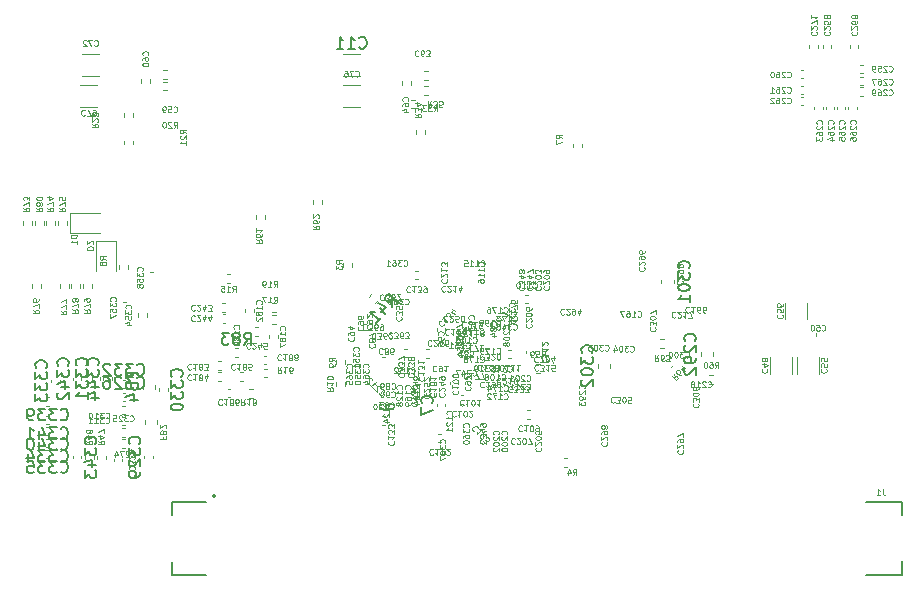
<source format=gbr>
%TF.GenerationSoftware,KiCad,Pcbnew,7.99.0-2419-g7f14b70ac3*%
%TF.CreationDate,2023-09-02T02:09:12+02:00*%
%TF.ProjectId,DQBSC,44514253-432e-46b6-9963-61645f706362,rev?*%
%TF.SameCoordinates,Original*%
%TF.FileFunction,Legend,Bot*%
%TF.FilePolarity,Positive*%
%FSLAX46Y46*%
G04 Gerber Fmt 4.6, Leading zero omitted, Abs format (unit mm)*
G04 Created by KiCad (PCBNEW 7.99.0-2419-g7f14b70ac3) date 2023-09-02 02:09:12*
%MOMM*%
%LPD*%
G01*
G04 APERTURE LIST*
%ADD10C,0.100000*%
%ADD11C,0.150000*%
%ADD12C,0.120000*%
%ADD13C,0.127000*%
%ADD14C,0.200000*%
G04 APERTURE END LIST*
D10*
X92911490Y-113789676D02*
X92935300Y-113765867D01*
X92935300Y-113765867D02*
X92959109Y-113694438D01*
X92959109Y-113694438D02*
X92959109Y-113646819D01*
X92959109Y-113646819D02*
X92935300Y-113575391D01*
X92935300Y-113575391D02*
X92887680Y-113527772D01*
X92887680Y-113527772D02*
X92840061Y-113503962D01*
X92840061Y-113503962D02*
X92744823Y-113480153D01*
X92744823Y-113480153D02*
X92673395Y-113480153D01*
X92673395Y-113480153D02*
X92578157Y-113503962D01*
X92578157Y-113503962D02*
X92530538Y-113527772D01*
X92530538Y-113527772D02*
X92482919Y-113575391D01*
X92482919Y-113575391D02*
X92459109Y-113646819D01*
X92459109Y-113646819D02*
X92459109Y-113694438D01*
X92459109Y-113694438D02*
X92482919Y-113765867D01*
X92482919Y-113765867D02*
X92506728Y-113789676D01*
X92959109Y-114265867D02*
X92959109Y-113980153D01*
X92959109Y-114123010D02*
X92459109Y-114123010D01*
X92459109Y-114123010D02*
X92530538Y-114075391D01*
X92530538Y-114075391D02*
X92578157Y-114027772D01*
X92578157Y-114027772D02*
X92601966Y-113980153D01*
X92459109Y-114575390D02*
X92459109Y-114623009D01*
X92459109Y-114623009D02*
X92482919Y-114670628D01*
X92482919Y-114670628D02*
X92506728Y-114694438D01*
X92506728Y-114694438D02*
X92554347Y-114718247D01*
X92554347Y-114718247D02*
X92649585Y-114742057D01*
X92649585Y-114742057D02*
X92768633Y-114742057D01*
X92768633Y-114742057D02*
X92863871Y-114718247D01*
X92863871Y-114718247D02*
X92911490Y-114694438D01*
X92911490Y-114694438D02*
X92935300Y-114670628D01*
X92935300Y-114670628D02*
X92959109Y-114623009D01*
X92959109Y-114623009D02*
X92959109Y-114575390D01*
X92959109Y-114575390D02*
X92935300Y-114527771D01*
X92935300Y-114527771D02*
X92911490Y-114503962D01*
X92911490Y-114503962D02*
X92863871Y-114480152D01*
X92863871Y-114480152D02*
X92768633Y-114456343D01*
X92768633Y-114456343D02*
X92649585Y-114456343D01*
X92649585Y-114456343D02*
X92554347Y-114480152D01*
X92554347Y-114480152D02*
X92506728Y-114503962D01*
X92506728Y-114503962D02*
X92482919Y-114527771D01*
X92482919Y-114527771D02*
X92459109Y-114575390D01*
X92625776Y-115170628D02*
X92959109Y-115170628D01*
X92435300Y-115051580D02*
X92792442Y-114932533D01*
X92792442Y-114932533D02*
X92792442Y-115242056D01*
X80650881Y-106554353D02*
X80817547Y-106316258D01*
X80936595Y-106554353D02*
X80936595Y-106054353D01*
X80936595Y-106054353D02*
X80746119Y-106054353D01*
X80746119Y-106054353D02*
X80698500Y-106078163D01*
X80698500Y-106078163D02*
X80674690Y-106101972D01*
X80674690Y-106101972D02*
X80650881Y-106149591D01*
X80650881Y-106149591D02*
X80650881Y-106221020D01*
X80650881Y-106221020D02*
X80674690Y-106268639D01*
X80674690Y-106268639D02*
X80698500Y-106292448D01*
X80698500Y-106292448D02*
X80746119Y-106316258D01*
X80746119Y-106316258D02*
X80936595Y-106316258D01*
X80174690Y-106554353D02*
X80460404Y-106554353D01*
X80317547Y-106554353D02*
X80317547Y-106054353D01*
X80317547Y-106054353D02*
X80365166Y-106125782D01*
X80365166Y-106125782D02*
X80412785Y-106173401D01*
X80412785Y-106173401D02*
X80460404Y-106197210D01*
X80008024Y-106054353D02*
X79674691Y-106054353D01*
X79674691Y-106054353D02*
X79888976Y-106554353D01*
X98153018Y-111561510D02*
X98176827Y-111585320D01*
X98176827Y-111585320D02*
X98248256Y-111609129D01*
X98248256Y-111609129D02*
X98295875Y-111609129D01*
X98295875Y-111609129D02*
X98367303Y-111585320D01*
X98367303Y-111585320D02*
X98414922Y-111537700D01*
X98414922Y-111537700D02*
X98438732Y-111490081D01*
X98438732Y-111490081D02*
X98462541Y-111394843D01*
X98462541Y-111394843D02*
X98462541Y-111323415D01*
X98462541Y-111323415D02*
X98438732Y-111228177D01*
X98438732Y-111228177D02*
X98414922Y-111180558D01*
X98414922Y-111180558D02*
X98367303Y-111132939D01*
X98367303Y-111132939D02*
X98295875Y-111109129D01*
X98295875Y-111109129D02*
X98248256Y-111109129D01*
X98248256Y-111109129D02*
X98176827Y-111132939D01*
X98176827Y-111132939D02*
X98153018Y-111156748D01*
X97676827Y-111609129D02*
X97962541Y-111609129D01*
X97819684Y-111609129D02*
X97819684Y-111109129D01*
X97819684Y-111109129D02*
X97867303Y-111180558D01*
X97867303Y-111180558D02*
X97914922Y-111228177D01*
X97914922Y-111228177D02*
X97962541Y-111251986D01*
X97510161Y-111109129D02*
X97176828Y-111109129D01*
X97176828Y-111109129D02*
X97391113Y-111609129D01*
X96914923Y-111323415D02*
X96962542Y-111299605D01*
X96962542Y-111299605D02*
X96986352Y-111275796D01*
X96986352Y-111275796D02*
X97010161Y-111228177D01*
X97010161Y-111228177D02*
X97010161Y-111204367D01*
X97010161Y-111204367D02*
X96986352Y-111156748D01*
X96986352Y-111156748D02*
X96962542Y-111132939D01*
X96962542Y-111132939D02*
X96914923Y-111109129D01*
X96914923Y-111109129D02*
X96819685Y-111109129D01*
X96819685Y-111109129D02*
X96772066Y-111132939D01*
X96772066Y-111132939D02*
X96748257Y-111156748D01*
X96748257Y-111156748D02*
X96724447Y-111204367D01*
X96724447Y-111204367D02*
X96724447Y-111228177D01*
X96724447Y-111228177D02*
X96748257Y-111275796D01*
X96748257Y-111275796D02*
X96772066Y-111299605D01*
X96772066Y-111299605D02*
X96819685Y-111323415D01*
X96819685Y-111323415D02*
X96914923Y-111323415D01*
X96914923Y-111323415D02*
X96962542Y-111347224D01*
X96962542Y-111347224D02*
X96986352Y-111371034D01*
X96986352Y-111371034D02*
X97010161Y-111418653D01*
X97010161Y-111418653D02*
X97010161Y-111513891D01*
X97010161Y-111513891D02*
X96986352Y-111561510D01*
X96986352Y-111561510D02*
X96962542Y-111585320D01*
X96962542Y-111585320D02*
X96914923Y-111609129D01*
X96914923Y-111609129D02*
X96819685Y-111609129D01*
X96819685Y-111609129D02*
X96772066Y-111585320D01*
X96772066Y-111585320D02*
X96748257Y-111561510D01*
X96748257Y-111561510D02*
X96724447Y-111513891D01*
X96724447Y-111513891D02*
X96724447Y-111418653D01*
X96724447Y-111418653D02*
X96748257Y-111371034D01*
X96748257Y-111371034D02*
X96772066Y-111347224D01*
X96772066Y-111347224D02*
X96819685Y-111323415D01*
X85821095Y-111527066D02*
X85583000Y-111360400D01*
X85821095Y-111241352D02*
X85321095Y-111241352D01*
X85321095Y-111241352D02*
X85321095Y-111431828D01*
X85321095Y-111431828D02*
X85344905Y-111479447D01*
X85344905Y-111479447D02*
X85368714Y-111503257D01*
X85368714Y-111503257D02*
X85416333Y-111527066D01*
X85416333Y-111527066D02*
X85487762Y-111527066D01*
X85487762Y-111527066D02*
X85535381Y-111503257D01*
X85535381Y-111503257D02*
X85559190Y-111479447D01*
X85559190Y-111479447D02*
X85583000Y-111431828D01*
X85583000Y-111431828D02*
X85583000Y-111241352D01*
X85821095Y-111765162D02*
X85821095Y-111860400D01*
X85821095Y-111860400D02*
X85797286Y-111908019D01*
X85797286Y-111908019D02*
X85773476Y-111931828D01*
X85773476Y-111931828D02*
X85702047Y-111979447D01*
X85702047Y-111979447D02*
X85606809Y-112003257D01*
X85606809Y-112003257D02*
X85416333Y-112003257D01*
X85416333Y-112003257D02*
X85368714Y-111979447D01*
X85368714Y-111979447D02*
X85344905Y-111955638D01*
X85344905Y-111955638D02*
X85321095Y-111908019D01*
X85321095Y-111908019D02*
X85321095Y-111812781D01*
X85321095Y-111812781D02*
X85344905Y-111765162D01*
X85344905Y-111765162D02*
X85368714Y-111741352D01*
X85368714Y-111741352D02*
X85416333Y-111717543D01*
X85416333Y-111717543D02*
X85535381Y-111717543D01*
X85535381Y-111717543D02*
X85583000Y-111741352D01*
X85583000Y-111741352D02*
X85606809Y-111765162D01*
X85606809Y-111765162D02*
X85630619Y-111812781D01*
X85630619Y-111812781D02*
X85630619Y-111908019D01*
X85630619Y-111908019D02*
X85606809Y-111955638D01*
X85606809Y-111955638D02*
X85583000Y-111979447D01*
X85583000Y-111979447D02*
X85535381Y-112003257D01*
X72184928Y-91752109D02*
X72351594Y-91514014D01*
X72470642Y-91752109D02*
X72470642Y-91252109D01*
X72470642Y-91252109D02*
X72280166Y-91252109D01*
X72280166Y-91252109D02*
X72232547Y-91275919D01*
X72232547Y-91275919D02*
X72208737Y-91299728D01*
X72208737Y-91299728D02*
X72184928Y-91347347D01*
X72184928Y-91347347D02*
X72184928Y-91418776D01*
X72184928Y-91418776D02*
X72208737Y-91466395D01*
X72208737Y-91466395D02*
X72232547Y-91490204D01*
X72232547Y-91490204D02*
X72280166Y-91514014D01*
X72280166Y-91514014D02*
X72470642Y-91514014D01*
X71994451Y-91299728D02*
X71970642Y-91275919D01*
X71970642Y-91275919D02*
X71923023Y-91252109D01*
X71923023Y-91252109D02*
X71803975Y-91252109D01*
X71803975Y-91252109D02*
X71756356Y-91275919D01*
X71756356Y-91275919D02*
X71732547Y-91299728D01*
X71732547Y-91299728D02*
X71708737Y-91347347D01*
X71708737Y-91347347D02*
X71708737Y-91394966D01*
X71708737Y-91394966D02*
X71732547Y-91466395D01*
X71732547Y-91466395D02*
X72018261Y-91752109D01*
X72018261Y-91752109D02*
X71708737Y-91752109D01*
X71399214Y-91252109D02*
X71351595Y-91252109D01*
X71351595Y-91252109D02*
X71303976Y-91275919D01*
X71303976Y-91275919D02*
X71280166Y-91299728D01*
X71280166Y-91299728D02*
X71256357Y-91347347D01*
X71256357Y-91347347D02*
X71232547Y-91442585D01*
X71232547Y-91442585D02*
X71232547Y-91561633D01*
X71232547Y-91561633D02*
X71256357Y-91656871D01*
X71256357Y-91656871D02*
X71280166Y-91704490D01*
X71280166Y-91704490D02*
X71303976Y-91728300D01*
X71303976Y-91728300D02*
X71351595Y-91752109D01*
X71351595Y-91752109D02*
X71399214Y-91752109D01*
X71399214Y-91752109D02*
X71446833Y-91728300D01*
X71446833Y-91728300D02*
X71470642Y-91704490D01*
X71470642Y-91704490D02*
X71494452Y-91656871D01*
X71494452Y-91656871D02*
X71518261Y-91561633D01*
X71518261Y-91561633D02*
X71518261Y-91442585D01*
X71518261Y-91442585D02*
X71494452Y-91347347D01*
X71494452Y-91347347D02*
X71470642Y-91299728D01*
X71470642Y-91299728D02*
X71446833Y-91275919D01*
X71446833Y-91275919D02*
X71399214Y-91252109D01*
X124132985Y-88756018D02*
X124156794Y-88779828D01*
X124156794Y-88779828D02*
X124228223Y-88803637D01*
X124228223Y-88803637D02*
X124275842Y-88803637D01*
X124275842Y-88803637D02*
X124347270Y-88779828D01*
X124347270Y-88779828D02*
X124394889Y-88732208D01*
X124394889Y-88732208D02*
X124418699Y-88684589D01*
X124418699Y-88684589D02*
X124442508Y-88589351D01*
X124442508Y-88589351D02*
X124442508Y-88517923D01*
X124442508Y-88517923D02*
X124418699Y-88422685D01*
X124418699Y-88422685D02*
X124394889Y-88375066D01*
X124394889Y-88375066D02*
X124347270Y-88327447D01*
X124347270Y-88327447D02*
X124275842Y-88303637D01*
X124275842Y-88303637D02*
X124228223Y-88303637D01*
X124228223Y-88303637D02*
X124156794Y-88327447D01*
X124156794Y-88327447D02*
X124132985Y-88351256D01*
X123942508Y-88351256D02*
X123918699Y-88327447D01*
X123918699Y-88327447D02*
X123871080Y-88303637D01*
X123871080Y-88303637D02*
X123752032Y-88303637D01*
X123752032Y-88303637D02*
X123704413Y-88327447D01*
X123704413Y-88327447D02*
X123680604Y-88351256D01*
X123680604Y-88351256D02*
X123656794Y-88398875D01*
X123656794Y-88398875D02*
X123656794Y-88446494D01*
X123656794Y-88446494D02*
X123680604Y-88517923D01*
X123680604Y-88517923D02*
X123966318Y-88803637D01*
X123966318Y-88803637D02*
X123656794Y-88803637D01*
X123228223Y-88303637D02*
X123323461Y-88303637D01*
X123323461Y-88303637D02*
X123371080Y-88327447D01*
X123371080Y-88327447D02*
X123394890Y-88351256D01*
X123394890Y-88351256D02*
X123442509Y-88422685D01*
X123442509Y-88422685D02*
X123466318Y-88517923D01*
X123466318Y-88517923D02*
X123466318Y-88708399D01*
X123466318Y-88708399D02*
X123442509Y-88756018D01*
X123442509Y-88756018D02*
X123418699Y-88779828D01*
X123418699Y-88779828D02*
X123371080Y-88803637D01*
X123371080Y-88803637D02*
X123275842Y-88803637D01*
X123275842Y-88803637D02*
X123228223Y-88779828D01*
X123228223Y-88779828D02*
X123204414Y-88756018D01*
X123204414Y-88756018D02*
X123180604Y-88708399D01*
X123180604Y-88708399D02*
X123180604Y-88589351D01*
X123180604Y-88589351D02*
X123204414Y-88541732D01*
X123204414Y-88541732D02*
X123228223Y-88517923D01*
X123228223Y-88517923D02*
X123275842Y-88494113D01*
X123275842Y-88494113D02*
X123371080Y-88494113D01*
X123371080Y-88494113D02*
X123418699Y-88517923D01*
X123418699Y-88517923D02*
X123442509Y-88541732D01*
X123442509Y-88541732D02*
X123466318Y-88589351D01*
X122704414Y-88803637D02*
X122990128Y-88803637D01*
X122847271Y-88803637D02*
X122847271Y-88303637D01*
X122847271Y-88303637D02*
X122894890Y-88375066D01*
X122894890Y-88375066D02*
X122942509Y-88422685D01*
X122942509Y-88422685D02*
X122990128Y-88446494D01*
X93994090Y-89498876D02*
X93827424Y-89736971D01*
X93708376Y-89498876D02*
X93708376Y-89998876D01*
X93708376Y-89998876D02*
X93898852Y-89998876D01*
X93898852Y-89998876D02*
X93946471Y-89975066D01*
X93946471Y-89975066D02*
X93970281Y-89951257D01*
X93970281Y-89951257D02*
X93994090Y-89903638D01*
X93994090Y-89903638D02*
X93994090Y-89832209D01*
X93994090Y-89832209D02*
X93970281Y-89784590D01*
X93970281Y-89784590D02*
X93946471Y-89760781D01*
X93946471Y-89760781D02*
X93898852Y-89736971D01*
X93898852Y-89736971D02*
X93708376Y-89736971D01*
X94160757Y-89998876D02*
X94470281Y-89998876D01*
X94470281Y-89998876D02*
X94303614Y-89808400D01*
X94303614Y-89808400D02*
X94375043Y-89808400D01*
X94375043Y-89808400D02*
X94422662Y-89784590D01*
X94422662Y-89784590D02*
X94446471Y-89760781D01*
X94446471Y-89760781D02*
X94470281Y-89713162D01*
X94470281Y-89713162D02*
X94470281Y-89594114D01*
X94470281Y-89594114D02*
X94446471Y-89546495D01*
X94446471Y-89546495D02*
X94422662Y-89522686D01*
X94422662Y-89522686D02*
X94375043Y-89498876D01*
X94375043Y-89498876D02*
X94232186Y-89498876D01*
X94232186Y-89498876D02*
X94184567Y-89522686D01*
X94184567Y-89522686D02*
X94160757Y-89546495D01*
X94922661Y-89998876D02*
X94684566Y-89998876D01*
X94684566Y-89998876D02*
X94660757Y-89760781D01*
X94660757Y-89760781D02*
X94684566Y-89784590D01*
X94684566Y-89784590D02*
X94732185Y-89808400D01*
X94732185Y-89808400D02*
X94851233Y-89808400D01*
X94851233Y-89808400D02*
X94898852Y-89784590D01*
X94898852Y-89784590D02*
X94922661Y-89760781D01*
X94922661Y-89760781D02*
X94946471Y-89713162D01*
X94946471Y-89713162D02*
X94946471Y-89594114D01*
X94946471Y-89594114D02*
X94922661Y-89546495D01*
X94922661Y-89546495D02*
X94898852Y-89522686D01*
X94898852Y-89522686D02*
X94851233Y-89498876D01*
X94851233Y-89498876D02*
X94732185Y-89498876D01*
X94732185Y-89498876D02*
X94684566Y-89522686D01*
X94684566Y-89522686D02*
X94660757Y-89546495D01*
X102130224Y-105183313D02*
X102106415Y-105207122D01*
X102106415Y-105207122D02*
X102082605Y-105278551D01*
X102082605Y-105278551D02*
X102082605Y-105326170D01*
X102082605Y-105326170D02*
X102106415Y-105397598D01*
X102106415Y-105397598D02*
X102154034Y-105445217D01*
X102154034Y-105445217D02*
X102201653Y-105469027D01*
X102201653Y-105469027D02*
X102296891Y-105492836D01*
X102296891Y-105492836D02*
X102368319Y-105492836D01*
X102368319Y-105492836D02*
X102463557Y-105469027D01*
X102463557Y-105469027D02*
X102511176Y-105445217D01*
X102511176Y-105445217D02*
X102558795Y-105397598D01*
X102558795Y-105397598D02*
X102582605Y-105326170D01*
X102582605Y-105326170D02*
X102582605Y-105278551D01*
X102582605Y-105278551D02*
X102558795Y-105207122D01*
X102558795Y-105207122D02*
X102534986Y-105183313D01*
X102582605Y-105016646D02*
X102582605Y-104707122D01*
X102582605Y-104707122D02*
X102392129Y-104873789D01*
X102392129Y-104873789D02*
X102392129Y-104802360D01*
X102392129Y-104802360D02*
X102368319Y-104754741D01*
X102368319Y-104754741D02*
X102344510Y-104730932D01*
X102344510Y-104730932D02*
X102296891Y-104707122D01*
X102296891Y-104707122D02*
X102177843Y-104707122D01*
X102177843Y-104707122D02*
X102130224Y-104730932D01*
X102130224Y-104730932D02*
X102106415Y-104754741D01*
X102106415Y-104754741D02*
X102082605Y-104802360D01*
X102082605Y-104802360D02*
X102082605Y-104945217D01*
X102082605Y-104945217D02*
X102106415Y-104992836D01*
X102106415Y-104992836D02*
X102130224Y-105016646D01*
X102415938Y-104278551D02*
X102082605Y-104278551D01*
X102606415Y-104397599D02*
X102249272Y-104516646D01*
X102249272Y-104516646D02*
X102249272Y-104207123D01*
X102582605Y-104064266D02*
X102582605Y-103730933D01*
X102582605Y-103730933D02*
X102082605Y-103945218D01*
X78195801Y-114738918D02*
X78029135Y-114977013D01*
X77910087Y-114738918D02*
X77910087Y-115238918D01*
X77910087Y-115238918D02*
X78100563Y-115238918D01*
X78100563Y-115238918D02*
X78148182Y-115215108D01*
X78148182Y-115215108D02*
X78171992Y-115191299D01*
X78171992Y-115191299D02*
X78195801Y-115143680D01*
X78195801Y-115143680D02*
X78195801Y-115072251D01*
X78195801Y-115072251D02*
X78171992Y-115024632D01*
X78171992Y-115024632D02*
X78148182Y-115000823D01*
X78148182Y-115000823D02*
X78100563Y-114977013D01*
X78100563Y-114977013D02*
X77910087Y-114977013D01*
X78671992Y-114738918D02*
X78386278Y-114738918D01*
X78529135Y-114738918D02*
X78529135Y-115238918D01*
X78529135Y-115238918D02*
X78481516Y-115167489D01*
X78481516Y-115167489D02*
X78433897Y-115119870D01*
X78433897Y-115119870D02*
X78386278Y-115096061D01*
X78957706Y-115024632D02*
X78910087Y-115048442D01*
X78910087Y-115048442D02*
X78886277Y-115072251D01*
X78886277Y-115072251D02*
X78862468Y-115119870D01*
X78862468Y-115119870D02*
X78862468Y-115143680D01*
X78862468Y-115143680D02*
X78886277Y-115191299D01*
X78886277Y-115191299D02*
X78910087Y-115215108D01*
X78910087Y-115215108D02*
X78957706Y-115238918D01*
X78957706Y-115238918D02*
X79052944Y-115238918D01*
X79052944Y-115238918D02*
X79100563Y-115215108D01*
X79100563Y-115215108D02*
X79124372Y-115191299D01*
X79124372Y-115191299D02*
X79148182Y-115143680D01*
X79148182Y-115143680D02*
X79148182Y-115119870D01*
X79148182Y-115119870D02*
X79124372Y-115072251D01*
X79124372Y-115072251D02*
X79100563Y-115048442D01*
X79100563Y-115048442D02*
X79052944Y-115024632D01*
X79052944Y-115024632D02*
X78957706Y-115024632D01*
X78957706Y-115024632D02*
X78910087Y-115000823D01*
X78910087Y-115000823D02*
X78886277Y-114977013D01*
X78886277Y-114977013D02*
X78862468Y-114929394D01*
X78862468Y-114929394D02*
X78862468Y-114834156D01*
X78862468Y-114834156D02*
X78886277Y-114786537D01*
X78886277Y-114786537D02*
X78910087Y-114762728D01*
X78910087Y-114762728D02*
X78957706Y-114738918D01*
X78957706Y-114738918D02*
X79052944Y-114738918D01*
X79052944Y-114738918D02*
X79100563Y-114762728D01*
X79100563Y-114762728D02*
X79124372Y-114786537D01*
X79124372Y-114786537D02*
X79148182Y-114834156D01*
X79148182Y-114834156D02*
X79148182Y-114929394D01*
X79148182Y-114929394D02*
X79124372Y-114977013D01*
X79124372Y-114977013D02*
X79100563Y-115000823D01*
X79100563Y-115000823D02*
X79052944Y-115024632D01*
X77357706Y-111786537D02*
X77333897Y-111762728D01*
X77333897Y-111762728D02*
X77262468Y-111738918D01*
X77262468Y-111738918D02*
X77214849Y-111738918D01*
X77214849Y-111738918D02*
X77143421Y-111762728D01*
X77143421Y-111762728D02*
X77095802Y-111810347D01*
X77095802Y-111810347D02*
X77071992Y-111857966D01*
X77071992Y-111857966D02*
X77048183Y-111953204D01*
X77048183Y-111953204D02*
X77048183Y-112024632D01*
X77048183Y-112024632D02*
X77071992Y-112119870D01*
X77071992Y-112119870D02*
X77095802Y-112167489D01*
X77095802Y-112167489D02*
X77143421Y-112215108D01*
X77143421Y-112215108D02*
X77214849Y-112238918D01*
X77214849Y-112238918D02*
X77262468Y-112238918D01*
X77262468Y-112238918D02*
X77333897Y-112215108D01*
X77333897Y-112215108D02*
X77357706Y-112191299D01*
X77833897Y-111738918D02*
X77548183Y-111738918D01*
X77691040Y-111738918D02*
X77691040Y-112238918D01*
X77691040Y-112238918D02*
X77643421Y-112167489D01*
X77643421Y-112167489D02*
X77595802Y-112119870D01*
X77595802Y-112119870D02*
X77548183Y-112096061D01*
X78119611Y-112024632D02*
X78071992Y-112048442D01*
X78071992Y-112048442D02*
X78048182Y-112072251D01*
X78048182Y-112072251D02*
X78024373Y-112119870D01*
X78024373Y-112119870D02*
X78024373Y-112143680D01*
X78024373Y-112143680D02*
X78048182Y-112191299D01*
X78048182Y-112191299D02*
X78071992Y-112215108D01*
X78071992Y-112215108D02*
X78119611Y-112238918D01*
X78119611Y-112238918D02*
X78214849Y-112238918D01*
X78214849Y-112238918D02*
X78262468Y-112215108D01*
X78262468Y-112215108D02*
X78286277Y-112191299D01*
X78286277Y-112191299D02*
X78310087Y-112143680D01*
X78310087Y-112143680D02*
X78310087Y-112119870D01*
X78310087Y-112119870D02*
X78286277Y-112072251D01*
X78286277Y-112072251D02*
X78262468Y-112048442D01*
X78262468Y-112048442D02*
X78214849Y-112024632D01*
X78214849Y-112024632D02*
X78119611Y-112024632D01*
X78119611Y-112024632D02*
X78071992Y-112000823D01*
X78071992Y-112000823D02*
X78048182Y-111977013D01*
X78048182Y-111977013D02*
X78024373Y-111929394D01*
X78024373Y-111929394D02*
X78024373Y-111834156D01*
X78024373Y-111834156D02*
X78048182Y-111786537D01*
X78048182Y-111786537D02*
X78071992Y-111762728D01*
X78071992Y-111762728D02*
X78119611Y-111738918D01*
X78119611Y-111738918D02*
X78214849Y-111738918D01*
X78214849Y-111738918D02*
X78262468Y-111762728D01*
X78262468Y-111762728D02*
X78286277Y-111786537D01*
X78286277Y-111786537D02*
X78310087Y-111834156D01*
X78310087Y-111834156D02*
X78310087Y-111929394D01*
X78310087Y-111929394D02*
X78286277Y-111977013D01*
X78286277Y-111977013D02*
X78262468Y-112000823D01*
X78262468Y-112000823D02*
X78214849Y-112024632D01*
X78762467Y-112238918D02*
X78524372Y-112238918D01*
X78524372Y-112238918D02*
X78500563Y-112000823D01*
X78500563Y-112000823D02*
X78524372Y-112024632D01*
X78524372Y-112024632D02*
X78571991Y-112048442D01*
X78571991Y-112048442D02*
X78691039Y-112048442D01*
X78691039Y-112048442D02*
X78738658Y-112024632D01*
X78738658Y-112024632D02*
X78762467Y-112000823D01*
X78762467Y-112000823D02*
X78786277Y-111953204D01*
X78786277Y-111953204D02*
X78786277Y-111834156D01*
X78786277Y-111834156D02*
X78762467Y-111786537D01*
X78762467Y-111786537D02*
X78738658Y-111762728D01*
X78738658Y-111762728D02*
X78691039Y-111738918D01*
X78691039Y-111738918D02*
X78571991Y-111738918D01*
X78571991Y-111738918D02*
X78524372Y-111762728D01*
X78524372Y-111762728D02*
X78500563Y-111786537D01*
X100150728Y-114698410D02*
X100174537Y-114722220D01*
X100174537Y-114722220D02*
X100245966Y-114746029D01*
X100245966Y-114746029D02*
X100293585Y-114746029D01*
X100293585Y-114746029D02*
X100365013Y-114722220D01*
X100365013Y-114722220D02*
X100412632Y-114674600D01*
X100412632Y-114674600D02*
X100436442Y-114626981D01*
X100436442Y-114626981D02*
X100460251Y-114531743D01*
X100460251Y-114531743D02*
X100460251Y-114460315D01*
X100460251Y-114460315D02*
X100436442Y-114365077D01*
X100436442Y-114365077D02*
X100412632Y-114317458D01*
X100412632Y-114317458D02*
X100365013Y-114269839D01*
X100365013Y-114269839D02*
X100293585Y-114246029D01*
X100293585Y-114246029D02*
X100245966Y-114246029D01*
X100245966Y-114246029D02*
X100174537Y-114269839D01*
X100174537Y-114269839D02*
X100150728Y-114293648D01*
X99674537Y-114746029D02*
X99960251Y-114746029D01*
X99817394Y-114746029D02*
X99817394Y-114246029D01*
X99817394Y-114246029D02*
X99865013Y-114317458D01*
X99865013Y-114317458D02*
X99912632Y-114365077D01*
X99912632Y-114365077D02*
X99960251Y-114388886D01*
X99507871Y-114246029D02*
X99174538Y-114246029D01*
X99174538Y-114246029D02*
X99388823Y-114746029D01*
X99007871Y-114293648D02*
X98984062Y-114269839D01*
X98984062Y-114269839D02*
X98936443Y-114246029D01*
X98936443Y-114246029D02*
X98817395Y-114246029D01*
X98817395Y-114246029D02*
X98769776Y-114269839D01*
X98769776Y-114269839D02*
X98745967Y-114293648D01*
X98745967Y-114293648D02*
X98722157Y-114341267D01*
X98722157Y-114341267D02*
X98722157Y-114388886D01*
X98722157Y-114388886D02*
X98745967Y-114460315D01*
X98745967Y-114460315D02*
X99031681Y-114746029D01*
X99031681Y-114746029D02*
X98722157Y-114746029D01*
X129901952Y-91418004D02*
X129925762Y-91394195D01*
X129925762Y-91394195D02*
X129949571Y-91322766D01*
X129949571Y-91322766D02*
X129949571Y-91275147D01*
X129949571Y-91275147D02*
X129925762Y-91203719D01*
X129925762Y-91203719D02*
X129878142Y-91156100D01*
X129878142Y-91156100D02*
X129830523Y-91132290D01*
X129830523Y-91132290D02*
X129735285Y-91108481D01*
X129735285Y-91108481D02*
X129663857Y-91108481D01*
X129663857Y-91108481D02*
X129568619Y-91132290D01*
X129568619Y-91132290D02*
X129521000Y-91156100D01*
X129521000Y-91156100D02*
X129473381Y-91203719D01*
X129473381Y-91203719D02*
X129449571Y-91275147D01*
X129449571Y-91275147D02*
X129449571Y-91322766D01*
X129449571Y-91322766D02*
X129473381Y-91394195D01*
X129473381Y-91394195D02*
X129497190Y-91418004D01*
X129497190Y-91608481D02*
X129473381Y-91632290D01*
X129473381Y-91632290D02*
X129449571Y-91679909D01*
X129449571Y-91679909D02*
X129449571Y-91798957D01*
X129449571Y-91798957D02*
X129473381Y-91846576D01*
X129473381Y-91846576D02*
X129497190Y-91870385D01*
X129497190Y-91870385D02*
X129544809Y-91894195D01*
X129544809Y-91894195D02*
X129592428Y-91894195D01*
X129592428Y-91894195D02*
X129663857Y-91870385D01*
X129663857Y-91870385D02*
X129949571Y-91584671D01*
X129949571Y-91584671D02*
X129949571Y-91894195D01*
X129449571Y-92322766D02*
X129449571Y-92227528D01*
X129449571Y-92227528D02*
X129473381Y-92179909D01*
X129473381Y-92179909D02*
X129497190Y-92156099D01*
X129497190Y-92156099D02*
X129568619Y-92108480D01*
X129568619Y-92108480D02*
X129663857Y-92084671D01*
X129663857Y-92084671D02*
X129854333Y-92084671D01*
X129854333Y-92084671D02*
X129901952Y-92108480D01*
X129901952Y-92108480D02*
X129925762Y-92132290D01*
X129925762Y-92132290D02*
X129949571Y-92179909D01*
X129949571Y-92179909D02*
X129949571Y-92275147D01*
X129949571Y-92275147D02*
X129925762Y-92322766D01*
X129925762Y-92322766D02*
X129901952Y-92346575D01*
X129901952Y-92346575D02*
X129854333Y-92370385D01*
X129854333Y-92370385D02*
X129735285Y-92370385D01*
X129735285Y-92370385D02*
X129687666Y-92346575D01*
X129687666Y-92346575D02*
X129663857Y-92322766D01*
X129663857Y-92322766D02*
X129640047Y-92275147D01*
X129640047Y-92275147D02*
X129640047Y-92179909D01*
X129640047Y-92179909D02*
X129663857Y-92132290D01*
X129663857Y-92132290D02*
X129687666Y-92108480D01*
X129687666Y-92108480D02*
X129735285Y-92084671D01*
X129449571Y-92798956D02*
X129449571Y-92703718D01*
X129449571Y-92703718D02*
X129473381Y-92656099D01*
X129473381Y-92656099D02*
X129497190Y-92632289D01*
X129497190Y-92632289D02*
X129568619Y-92584670D01*
X129568619Y-92584670D02*
X129663857Y-92560861D01*
X129663857Y-92560861D02*
X129854333Y-92560861D01*
X129854333Y-92560861D02*
X129901952Y-92584670D01*
X129901952Y-92584670D02*
X129925762Y-92608480D01*
X129925762Y-92608480D02*
X129949571Y-92656099D01*
X129949571Y-92656099D02*
X129949571Y-92751337D01*
X129949571Y-92751337D02*
X129925762Y-92798956D01*
X129925762Y-92798956D02*
X129901952Y-92822765D01*
X129901952Y-92822765D02*
X129854333Y-92846575D01*
X129854333Y-92846575D02*
X129735285Y-92846575D01*
X129735285Y-92846575D02*
X129687666Y-92822765D01*
X129687666Y-92822765D02*
X129663857Y-92798956D01*
X129663857Y-92798956D02*
X129640047Y-92751337D01*
X129640047Y-92751337D02*
X129640047Y-92656099D01*
X129640047Y-92656099D02*
X129663857Y-92608480D01*
X129663857Y-92608480D02*
X129687666Y-92584670D01*
X129687666Y-92584670D02*
X129735285Y-92560861D01*
X83976371Y-100051442D02*
X84214466Y-100218108D01*
X83976371Y-100337156D02*
X84476371Y-100337156D01*
X84476371Y-100337156D02*
X84476371Y-100146680D01*
X84476371Y-100146680D02*
X84452561Y-100099061D01*
X84452561Y-100099061D02*
X84428752Y-100075251D01*
X84428752Y-100075251D02*
X84381133Y-100051442D01*
X84381133Y-100051442D02*
X84309704Y-100051442D01*
X84309704Y-100051442D02*
X84262085Y-100075251D01*
X84262085Y-100075251D02*
X84238276Y-100099061D01*
X84238276Y-100099061D02*
X84214466Y-100146680D01*
X84214466Y-100146680D02*
X84214466Y-100337156D01*
X84476371Y-99622870D02*
X84476371Y-99718108D01*
X84476371Y-99718108D02*
X84452561Y-99765727D01*
X84452561Y-99765727D02*
X84428752Y-99789537D01*
X84428752Y-99789537D02*
X84357323Y-99837156D01*
X84357323Y-99837156D02*
X84262085Y-99860965D01*
X84262085Y-99860965D02*
X84071609Y-99860965D01*
X84071609Y-99860965D02*
X84023990Y-99837156D01*
X84023990Y-99837156D02*
X84000181Y-99813346D01*
X84000181Y-99813346D02*
X83976371Y-99765727D01*
X83976371Y-99765727D02*
X83976371Y-99670489D01*
X83976371Y-99670489D02*
X84000181Y-99622870D01*
X84000181Y-99622870D02*
X84023990Y-99599061D01*
X84023990Y-99599061D02*
X84071609Y-99575251D01*
X84071609Y-99575251D02*
X84190657Y-99575251D01*
X84190657Y-99575251D02*
X84238276Y-99599061D01*
X84238276Y-99599061D02*
X84262085Y-99622870D01*
X84262085Y-99622870D02*
X84285895Y-99670489D01*
X84285895Y-99670489D02*
X84285895Y-99765727D01*
X84285895Y-99765727D02*
X84262085Y-99813346D01*
X84262085Y-99813346D02*
X84238276Y-99837156D01*
X84238276Y-99837156D02*
X84190657Y-99860965D01*
X84428752Y-99384775D02*
X84452561Y-99360966D01*
X84452561Y-99360966D02*
X84476371Y-99313347D01*
X84476371Y-99313347D02*
X84476371Y-99194299D01*
X84476371Y-99194299D02*
X84452561Y-99146680D01*
X84452561Y-99146680D02*
X84428752Y-99122871D01*
X84428752Y-99122871D02*
X84381133Y-99099061D01*
X84381133Y-99099061D02*
X84333514Y-99099061D01*
X84333514Y-99099061D02*
X84262085Y-99122871D01*
X84262085Y-99122871D02*
X83976371Y-99408585D01*
X83976371Y-99408585D02*
X83976371Y-99099061D01*
X92939509Y-112858723D02*
X92915700Y-112882532D01*
X92915700Y-112882532D02*
X92891890Y-112953961D01*
X92891890Y-112953961D02*
X92891890Y-113001580D01*
X92891890Y-113001580D02*
X92915700Y-113073008D01*
X92915700Y-113073008D02*
X92963319Y-113120627D01*
X92963319Y-113120627D02*
X93010938Y-113144437D01*
X93010938Y-113144437D02*
X93106176Y-113168246D01*
X93106176Y-113168246D02*
X93177604Y-113168246D01*
X93177604Y-113168246D02*
X93272842Y-113144437D01*
X93272842Y-113144437D02*
X93320461Y-113120627D01*
X93320461Y-113120627D02*
X93368080Y-113073008D01*
X93368080Y-113073008D02*
X93391890Y-113001580D01*
X93391890Y-113001580D02*
X93391890Y-112953961D01*
X93391890Y-112953961D02*
X93368080Y-112882532D01*
X93368080Y-112882532D02*
X93344271Y-112858723D01*
X92891890Y-112382532D02*
X92891890Y-112668246D01*
X92891890Y-112525389D02*
X93391890Y-112525389D01*
X93391890Y-112525389D02*
X93320461Y-112573008D01*
X93320461Y-112573008D02*
X93272842Y-112620627D01*
X93272842Y-112620627D02*
X93249033Y-112668246D01*
X93391890Y-112215866D02*
X93391890Y-111906342D01*
X93391890Y-111906342D02*
X93201414Y-112073009D01*
X93201414Y-112073009D02*
X93201414Y-112001580D01*
X93201414Y-112001580D02*
X93177604Y-111953961D01*
X93177604Y-111953961D02*
X93153795Y-111930152D01*
X93153795Y-111930152D02*
X93106176Y-111906342D01*
X93106176Y-111906342D02*
X92987128Y-111906342D01*
X92987128Y-111906342D02*
X92939509Y-111930152D01*
X92939509Y-111930152D02*
X92915700Y-111953961D01*
X92915700Y-111953961D02*
X92891890Y-112001580D01*
X92891890Y-112001580D02*
X92891890Y-112144437D01*
X92891890Y-112144437D02*
X92915700Y-112192056D01*
X92915700Y-112192056D02*
X92939509Y-112215866D01*
X92891890Y-111430152D02*
X92891890Y-111715866D01*
X92891890Y-111573009D02*
X93391890Y-111573009D01*
X93391890Y-111573009D02*
X93320461Y-111620628D01*
X93320461Y-111620628D02*
X93272842Y-111668247D01*
X93272842Y-111668247D02*
X93249033Y-111715866D01*
X100792914Y-107734108D02*
X100769105Y-107757917D01*
X100769105Y-107757917D02*
X100745295Y-107829346D01*
X100745295Y-107829346D02*
X100745295Y-107876965D01*
X100745295Y-107876965D02*
X100769105Y-107948393D01*
X100769105Y-107948393D02*
X100816724Y-107996012D01*
X100816724Y-107996012D02*
X100864343Y-108019822D01*
X100864343Y-108019822D02*
X100959581Y-108043631D01*
X100959581Y-108043631D02*
X101031009Y-108043631D01*
X101031009Y-108043631D02*
X101126247Y-108019822D01*
X101126247Y-108019822D02*
X101173866Y-107996012D01*
X101173866Y-107996012D02*
X101221485Y-107948393D01*
X101221485Y-107948393D02*
X101245295Y-107876965D01*
X101245295Y-107876965D02*
X101245295Y-107829346D01*
X101245295Y-107829346D02*
X101221485Y-107757917D01*
X101221485Y-107757917D02*
X101197676Y-107734108D01*
X100745295Y-107257917D02*
X100745295Y-107543631D01*
X100745295Y-107400774D02*
X101245295Y-107400774D01*
X101245295Y-107400774D02*
X101173866Y-107448393D01*
X101173866Y-107448393D02*
X101126247Y-107496012D01*
X101126247Y-107496012D02*
X101102438Y-107543631D01*
X101245295Y-107091251D02*
X101245295Y-106757918D01*
X101245295Y-106757918D02*
X100745295Y-106972203D01*
X101245295Y-106329347D02*
X101245295Y-106567442D01*
X101245295Y-106567442D02*
X101007200Y-106591251D01*
X101007200Y-106591251D02*
X101031009Y-106567442D01*
X101031009Y-106567442D02*
X101054819Y-106519823D01*
X101054819Y-106519823D02*
X101054819Y-106400775D01*
X101054819Y-106400775D02*
X101031009Y-106353156D01*
X101031009Y-106353156D02*
X101007200Y-106329347D01*
X101007200Y-106329347D02*
X100959581Y-106305537D01*
X100959581Y-106305537D02*
X100840533Y-106305537D01*
X100840533Y-106305537D02*
X100792914Y-106329347D01*
X100792914Y-106329347D02*
X100769105Y-106353156D01*
X100769105Y-106353156D02*
X100745295Y-106400775D01*
X100745295Y-106400775D02*
X100745295Y-106519823D01*
X100745295Y-106519823D02*
X100769105Y-106567442D01*
X100769105Y-106567442D02*
X100792914Y-106591251D01*
X132207147Y-122371123D02*
X132207147Y-122728266D01*
X132207147Y-122728266D02*
X132230956Y-122799694D01*
X132230956Y-122799694D02*
X132278575Y-122847314D01*
X132278575Y-122847314D02*
X132350004Y-122871123D01*
X132350004Y-122871123D02*
X132397623Y-122871123D01*
X131707147Y-122871123D02*
X131992861Y-122871123D01*
X131850004Y-122871123D02*
X131850004Y-122371123D01*
X131850004Y-122371123D02*
X131897623Y-122442552D01*
X131897623Y-122442552D02*
X131945242Y-122490171D01*
X131945242Y-122490171D02*
X131992861Y-122513980D01*
X102039419Y-108377998D02*
X102015610Y-108401807D01*
X102015610Y-108401807D02*
X101991800Y-108473236D01*
X101991800Y-108473236D02*
X101991800Y-108520855D01*
X101991800Y-108520855D02*
X102015610Y-108592283D01*
X102015610Y-108592283D02*
X102063229Y-108639902D01*
X102063229Y-108639902D02*
X102110848Y-108663712D01*
X102110848Y-108663712D02*
X102206086Y-108687521D01*
X102206086Y-108687521D02*
X102277514Y-108687521D01*
X102277514Y-108687521D02*
X102372752Y-108663712D01*
X102372752Y-108663712D02*
X102420371Y-108639902D01*
X102420371Y-108639902D02*
X102467990Y-108592283D01*
X102467990Y-108592283D02*
X102491800Y-108520855D01*
X102491800Y-108520855D02*
X102491800Y-108473236D01*
X102491800Y-108473236D02*
X102467990Y-108401807D01*
X102467990Y-108401807D02*
X102444181Y-108377998D01*
X102444181Y-108187521D02*
X102467990Y-108163712D01*
X102467990Y-108163712D02*
X102491800Y-108116093D01*
X102491800Y-108116093D02*
X102491800Y-107997045D01*
X102491800Y-107997045D02*
X102467990Y-107949426D01*
X102467990Y-107949426D02*
X102444181Y-107925617D01*
X102444181Y-107925617D02*
X102396562Y-107901807D01*
X102396562Y-107901807D02*
X102348943Y-107901807D01*
X102348943Y-107901807D02*
X102277514Y-107925617D01*
X102277514Y-107925617D02*
X101991800Y-108211331D01*
X101991800Y-108211331D02*
X101991800Y-107901807D01*
X102491800Y-107592284D02*
X102491800Y-107544665D01*
X102491800Y-107544665D02*
X102467990Y-107497046D01*
X102467990Y-107497046D02*
X102444181Y-107473236D01*
X102444181Y-107473236D02*
X102396562Y-107449427D01*
X102396562Y-107449427D02*
X102301324Y-107425617D01*
X102301324Y-107425617D02*
X102182276Y-107425617D01*
X102182276Y-107425617D02*
X102087038Y-107449427D01*
X102087038Y-107449427D02*
X102039419Y-107473236D01*
X102039419Y-107473236D02*
X102015610Y-107497046D01*
X102015610Y-107497046D02*
X101991800Y-107544665D01*
X101991800Y-107544665D02*
X101991800Y-107592284D01*
X101991800Y-107592284D02*
X102015610Y-107639903D01*
X102015610Y-107639903D02*
X102039419Y-107663712D01*
X102039419Y-107663712D02*
X102087038Y-107687522D01*
X102087038Y-107687522D02*
X102182276Y-107711331D01*
X102182276Y-107711331D02*
X102301324Y-107711331D01*
X102301324Y-107711331D02*
X102396562Y-107687522D01*
X102396562Y-107687522D02*
X102444181Y-107663712D01*
X102444181Y-107663712D02*
X102467990Y-107639903D01*
X102467990Y-107639903D02*
X102491800Y-107592284D01*
X102491800Y-106997046D02*
X102491800Y-107092284D01*
X102491800Y-107092284D02*
X102467990Y-107139903D01*
X102467990Y-107139903D02*
X102444181Y-107163713D01*
X102444181Y-107163713D02*
X102372752Y-107211332D01*
X102372752Y-107211332D02*
X102277514Y-107235141D01*
X102277514Y-107235141D02*
X102087038Y-107235141D01*
X102087038Y-107235141D02*
X102039419Y-107211332D01*
X102039419Y-107211332D02*
X102015610Y-107187522D01*
X102015610Y-107187522D02*
X101991800Y-107139903D01*
X101991800Y-107139903D02*
X101991800Y-107044665D01*
X101991800Y-107044665D02*
X102015610Y-106997046D01*
X102015610Y-106997046D02*
X102039419Y-106973237D01*
X102039419Y-106973237D02*
X102087038Y-106949427D01*
X102087038Y-106949427D02*
X102206086Y-106949427D01*
X102206086Y-106949427D02*
X102253705Y-106973237D01*
X102253705Y-106973237D02*
X102277514Y-106997046D01*
X102277514Y-106997046D02*
X102301324Y-107044665D01*
X102301324Y-107044665D02*
X102301324Y-107139903D01*
X102301324Y-107139903D02*
X102277514Y-107187522D01*
X102277514Y-107187522D02*
X102253705Y-107211332D01*
X102253705Y-107211332D02*
X102206086Y-107235141D01*
X86421109Y-103282066D02*
X86183014Y-103115400D01*
X86421109Y-102996352D02*
X85921109Y-102996352D01*
X85921109Y-102996352D02*
X85921109Y-103186828D01*
X85921109Y-103186828D02*
X85944919Y-103234447D01*
X85944919Y-103234447D02*
X85968728Y-103258257D01*
X85968728Y-103258257D02*
X86016347Y-103282066D01*
X86016347Y-103282066D02*
X86087776Y-103282066D01*
X86087776Y-103282066D02*
X86135395Y-103258257D01*
X86135395Y-103258257D02*
X86159204Y-103234447D01*
X86159204Y-103234447D02*
X86183014Y-103186828D01*
X86183014Y-103186828D02*
X86183014Y-102996352D01*
X85921109Y-103448733D02*
X85921109Y-103758257D01*
X85921109Y-103758257D02*
X86111585Y-103591590D01*
X86111585Y-103591590D02*
X86111585Y-103663019D01*
X86111585Y-103663019D02*
X86135395Y-103710638D01*
X86135395Y-103710638D02*
X86159204Y-103734447D01*
X86159204Y-103734447D02*
X86206823Y-103758257D01*
X86206823Y-103758257D02*
X86325871Y-103758257D01*
X86325871Y-103758257D02*
X86373490Y-103734447D01*
X86373490Y-103734447D02*
X86397300Y-103710638D01*
X86397300Y-103710638D02*
X86421109Y-103663019D01*
X86421109Y-103663019D02*
X86421109Y-103520162D01*
X86421109Y-103520162D02*
X86397300Y-103472543D01*
X86397300Y-103472543D02*
X86373490Y-103448733D01*
X66412504Y-116323504D02*
X66436313Y-116347314D01*
X66436313Y-116347314D02*
X66507742Y-116371123D01*
X66507742Y-116371123D02*
X66555361Y-116371123D01*
X66555361Y-116371123D02*
X66626789Y-116347314D01*
X66626789Y-116347314D02*
X66674408Y-116299694D01*
X66674408Y-116299694D02*
X66698218Y-116252075D01*
X66698218Y-116252075D02*
X66722027Y-116156837D01*
X66722027Y-116156837D02*
X66722027Y-116085409D01*
X66722027Y-116085409D02*
X66698218Y-115990171D01*
X66698218Y-115990171D02*
X66674408Y-115942552D01*
X66674408Y-115942552D02*
X66626789Y-115894933D01*
X66626789Y-115894933D02*
X66555361Y-115871123D01*
X66555361Y-115871123D02*
X66507742Y-115871123D01*
X66507742Y-115871123D02*
X66436313Y-115894933D01*
X66436313Y-115894933D02*
X66412504Y-115918742D01*
X66245837Y-115871123D02*
X65936313Y-115871123D01*
X65936313Y-115871123D02*
X66102980Y-116061599D01*
X66102980Y-116061599D02*
X66031551Y-116061599D01*
X66031551Y-116061599D02*
X65983932Y-116085409D01*
X65983932Y-116085409D02*
X65960123Y-116109218D01*
X65960123Y-116109218D02*
X65936313Y-116156837D01*
X65936313Y-116156837D02*
X65936313Y-116275885D01*
X65936313Y-116275885D02*
X65960123Y-116323504D01*
X65960123Y-116323504D02*
X65983932Y-116347314D01*
X65983932Y-116347314D02*
X66031551Y-116371123D01*
X66031551Y-116371123D02*
X66174408Y-116371123D01*
X66174408Y-116371123D02*
X66222027Y-116347314D01*
X66222027Y-116347314D02*
X66245837Y-116323504D01*
X65460123Y-116371123D02*
X65745837Y-116371123D01*
X65602980Y-116371123D02*
X65602980Y-115871123D01*
X65602980Y-115871123D02*
X65650599Y-115942552D01*
X65650599Y-115942552D02*
X65698218Y-115990171D01*
X65698218Y-115990171D02*
X65745837Y-116013980D01*
X65150600Y-115871123D02*
X65102981Y-115871123D01*
X65102981Y-115871123D02*
X65055362Y-115894933D01*
X65055362Y-115894933D02*
X65031552Y-115918742D01*
X65031552Y-115918742D02*
X65007743Y-115966361D01*
X65007743Y-115966361D02*
X64983933Y-116061599D01*
X64983933Y-116061599D02*
X64983933Y-116180647D01*
X64983933Y-116180647D02*
X65007743Y-116275885D01*
X65007743Y-116275885D02*
X65031552Y-116323504D01*
X65031552Y-116323504D02*
X65055362Y-116347314D01*
X65055362Y-116347314D02*
X65102981Y-116371123D01*
X65102981Y-116371123D02*
X65150600Y-116371123D01*
X65150600Y-116371123D02*
X65198219Y-116347314D01*
X65198219Y-116347314D02*
X65222028Y-116323504D01*
X65222028Y-116323504D02*
X65245838Y-116275885D01*
X65245838Y-116275885D02*
X65269647Y-116180647D01*
X65269647Y-116180647D02*
X65269647Y-116061599D01*
X65269647Y-116061599D02*
X65245838Y-115966361D01*
X65245838Y-115966361D02*
X65222028Y-115918742D01*
X65222028Y-115918742D02*
X65198219Y-115894933D01*
X65198219Y-115894933D02*
X65150600Y-115871123D01*
X92196490Y-113864676D02*
X92220300Y-113840867D01*
X92220300Y-113840867D02*
X92244109Y-113769438D01*
X92244109Y-113769438D02*
X92244109Y-113721819D01*
X92244109Y-113721819D02*
X92220300Y-113650391D01*
X92220300Y-113650391D02*
X92172680Y-113602772D01*
X92172680Y-113602772D02*
X92125061Y-113578962D01*
X92125061Y-113578962D02*
X92029823Y-113555153D01*
X92029823Y-113555153D02*
X91958395Y-113555153D01*
X91958395Y-113555153D02*
X91863157Y-113578962D01*
X91863157Y-113578962D02*
X91815538Y-113602772D01*
X91815538Y-113602772D02*
X91767919Y-113650391D01*
X91767919Y-113650391D02*
X91744109Y-113721819D01*
X91744109Y-113721819D02*
X91744109Y-113769438D01*
X91744109Y-113769438D02*
X91767919Y-113840867D01*
X91767919Y-113840867D02*
X91791728Y-113864676D01*
X92244109Y-114340867D02*
X92244109Y-114055153D01*
X92244109Y-114198010D02*
X91744109Y-114198010D01*
X91744109Y-114198010D02*
X91815538Y-114150391D01*
X91815538Y-114150391D02*
X91863157Y-114102772D01*
X91863157Y-114102772D02*
X91886966Y-114055153D01*
X91744109Y-114769438D02*
X91744109Y-114674200D01*
X91744109Y-114674200D02*
X91767919Y-114626581D01*
X91767919Y-114626581D02*
X91791728Y-114602771D01*
X91791728Y-114602771D02*
X91863157Y-114555152D01*
X91863157Y-114555152D02*
X91958395Y-114531343D01*
X91958395Y-114531343D02*
X92148871Y-114531343D01*
X92148871Y-114531343D02*
X92196490Y-114555152D01*
X92196490Y-114555152D02*
X92220300Y-114578962D01*
X92220300Y-114578962D02*
X92244109Y-114626581D01*
X92244109Y-114626581D02*
X92244109Y-114721819D01*
X92244109Y-114721819D02*
X92220300Y-114769438D01*
X92220300Y-114769438D02*
X92196490Y-114793247D01*
X92196490Y-114793247D02*
X92148871Y-114817057D01*
X92148871Y-114817057D02*
X92029823Y-114817057D01*
X92029823Y-114817057D02*
X91982204Y-114793247D01*
X91982204Y-114793247D02*
X91958395Y-114769438D01*
X91958395Y-114769438D02*
X91934585Y-114721819D01*
X91934585Y-114721819D02*
X91934585Y-114626581D01*
X91934585Y-114626581D02*
X91958395Y-114578962D01*
X91958395Y-114578962D02*
X91982204Y-114555152D01*
X91982204Y-114555152D02*
X92029823Y-114531343D01*
X92244109Y-115055152D02*
X92244109Y-115150390D01*
X92244109Y-115150390D02*
X92220300Y-115198009D01*
X92220300Y-115198009D02*
X92196490Y-115221818D01*
X92196490Y-115221818D02*
X92125061Y-115269437D01*
X92125061Y-115269437D02*
X92029823Y-115293247D01*
X92029823Y-115293247D02*
X91839347Y-115293247D01*
X91839347Y-115293247D02*
X91791728Y-115269437D01*
X91791728Y-115269437D02*
X91767919Y-115245628D01*
X91767919Y-115245628D02*
X91744109Y-115198009D01*
X91744109Y-115198009D02*
X91744109Y-115102771D01*
X91744109Y-115102771D02*
X91767919Y-115055152D01*
X91767919Y-115055152D02*
X91791728Y-115031342D01*
X91791728Y-115031342D02*
X91839347Y-115007533D01*
X91839347Y-115007533D02*
X91958395Y-115007533D01*
X91958395Y-115007533D02*
X92006014Y-115031342D01*
X92006014Y-115031342D02*
X92029823Y-115055152D01*
X92029823Y-115055152D02*
X92053633Y-115102771D01*
X92053633Y-115102771D02*
X92053633Y-115198009D01*
X92053633Y-115198009D02*
X92029823Y-115245628D01*
X92029823Y-115245628D02*
X92006014Y-115269437D01*
X92006014Y-115269437D02*
X91958395Y-115293247D01*
X93988416Y-109790178D02*
X93964607Y-109766369D01*
X93964607Y-109766369D02*
X93893178Y-109742559D01*
X93893178Y-109742559D02*
X93845559Y-109742559D01*
X93845559Y-109742559D02*
X93774131Y-109766369D01*
X93774131Y-109766369D02*
X93726512Y-109813988D01*
X93726512Y-109813988D02*
X93702702Y-109861607D01*
X93702702Y-109861607D02*
X93678893Y-109956845D01*
X93678893Y-109956845D02*
X93678893Y-110028273D01*
X93678893Y-110028273D02*
X93702702Y-110123511D01*
X93702702Y-110123511D02*
X93726512Y-110171130D01*
X93726512Y-110171130D02*
X93774131Y-110218749D01*
X93774131Y-110218749D02*
X93845559Y-110242559D01*
X93845559Y-110242559D02*
X93893178Y-110242559D01*
X93893178Y-110242559D02*
X93964607Y-110218749D01*
X93964607Y-110218749D02*
X93988416Y-110194940D01*
X94178893Y-110194940D02*
X94202702Y-110218749D01*
X94202702Y-110218749D02*
X94250321Y-110242559D01*
X94250321Y-110242559D02*
X94369369Y-110242559D01*
X94369369Y-110242559D02*
X94416988Y-110218749D01*
X94416988Y-110218749D02*
X94440797Y-110194940D01*
X94440797Y-110194940D02*
X94464607Y-110147321D01*
X94464607Y-110147321D02*
X94464607Y-110099702D01*
X94464607Y-110099702D02*
X94440797Y-110028273D01*
X94440797Y-110028273D02*
X94155083Y-109742559D01*
X94155083Y-109742559D02*
X94464607Y-109742559D01*
X94893178Y-110075892D02*
X94893178Y-109742559D01*
X94774130Y-110266369D02*
X94655083Y-109909226D01*
X94655083Y-109909226D02*
X94964606Y-109909226D01*
X95369368Y-110242559D02*
X95274130Y-110242559D01*
X95274130Y-110242559D02*
X95226511Y-110218749D01*
X95226511Y-110218749D02*
X95202701Y-110194940D01*
X95202701Y-110194940D02*
X95155082Y-110123511D01*
X95155082Y-110123511D02*
X95131273Y-110028273D01*
X95131273Y-110028273D02*
X95131273Y-109837797D01*
X95131273Y-109837797D02*
X95155082Y-109790178D01*
X95155082Y-109790178D02*
X95178892Y-109766369D01*
X95178892Y-109766369D02*
X95226511Y-109742559D01*
X95226511Y-109742559D02*
X95321749Y-109742559D01*
X95321749Y-109742559D02*
X95369368Y-109766369D01*
X95369368Y-109766369D02*
X95393177Y-109790178D01*
X95393177Y-109790178D02*
X95416987Y-109837797D01*
X95416987Y-109837797D02*
X95416987Y-109956845D01*
X95416987Y-109956845D02*
X95393177Y-110004464D01*
X95393177Y-110004464D02*
X95369368Y-110028273D01*
X95369368Y-110028273D02*
X95321749Y-110052083D01*
X95321749Y-110052083D02*
X95226511Y-110052083D01*
X95226511Y-110052083D02*
X95178892Y-110028273D01*
X95178892Y-110028273D02*
X95155082Y-110004464D01*
X95155082Y-110004464D02*
X95131273Y-109956845D01*
X91775004Y-106673504D02*
X91798813Y-106697314D01*
X91798813Y-106697314D02*
X91870242Y-106721123D01*
X91870242Y-106721123D02*
X91917861Y-106721123D01*
X91917861Y-106721123D02*
X91989289Y-106697314D01*
X91989289Y-106697314D02*
X92036908Y-106649694D01*
X92036908Y-106649694D02*
X92060718Y-106602075D01*
X92060718Y-106602075D02*
X92084527Y-106506837D01*
X92084527Y-106506837D02*
X92084527Y-106435409D01*
X92084527Y-106435409D02*
X92060718Y-106340171D01*
X92060718Y-106340171D02*
X92036908Y-106292552D01*
X92036908Y-106292552D02*
X91989289Y-106244933D01*
X91989289Y-106244933D02*
X91917861Y-106221123D01*
X91917861Y-106221123D02*
X91870242Y-106221123D01*
X91870242Y-106221123D02*
X91798813Y-106244933D01*
X91798813Y-106244933D02*
X91775004Y-106268742D01*
X91608337Y-106221123D02*
X91298813Y-106221123D01*
X91298813Y-106221123D02*
X91465480Y-106411599D01*
X91465480Y-106411599D02*
X91394051Y-106411599D01*
X91394051Y-106411599D02*
X91346432Y-106435409D01*
X91346432Y-106435409D02*
X91322623Y-106459218D01*
X91322623Y-106459218D02*
X91298813Y-106506837D01*
X91298813Y-106506837D02*
X91298813Y-106625885D01*
X91298813Y-106625885D02*
X91322623Y-106673504D01*
X91322623Y-106673504D02*
X91346432Y-106697314D01*
X91346432Y-106697314D02*
X91394051Y-106721123D01*
X91394051Y-106721123D02*
X91536908Y-106721123D01*
X91536908Y-106721123D02*
X91584527Y-106697314D01*
X91584527Y-106697314D02*
X91608337Y-106673504D01*
X90870242Y-106221123D02*
X90965480Y-106221123D01*
X90965480Y-106221123D02*
X91013099Y-106244933D01*
X91013099Y-106244933D02*
X91036909Y-106268742D01*
X91036909Y-106268742D02*
X91084528Y-106340171D01*
X91084528Y-106340171D02*
X91108337Y-106435409D01*
X91108337Y-106435409D02*
X91108337Y-106625885D01*
X91108337Y-106625885D02*
X91084528Y-106673504D01*
X91084528Y-106673504D02*
X91060718Y-106697314D01*
X91060718Y-106697314D02*
X91013099Y-106721123D01*
X91013099Y-106721123D02*
X90917861Y-106721123D01*
X90917861Y-106721123D02*
X90870242Y-106697314D01*
X90870242Y-106697314D02*
X90846433Y-106673504D01*
X90846433Y-106673504D02*
X90822623Y-106625885D01*
X90822623Y-106625885D02*
X90822623Y-106506837D01*
X90822623Y-106506837D02*
X90846433Y-106459218D01*
X90846433Y-106459218D02*
X90870242Y-106435409D01*
X90870242Y-106435409D02*
X90917861Y-106411599D01*
X90917861Y-106411599D02*
X91013099Y-106411599D01*
X91013099Y-106411599D02*
X91060718Y-106435409D01*
X91060718Y-106435409D02*
X91084528Y-106459218D01*
X91084528Y-106459218D02*
X91108337Y-106506837D01*
X90394052Y-106221123D02*
X90489290Y-106221123D01*
X90489290Y-106221123D02*
X90536909Y-106244933D01*
X90536909Y-106244933D02*
X90560719Y-106268742D01*
X90560719Y-106268742D02*
X90608338Y-106340171D01*
X90608338Y-106340171D02*
X90632147Y-106435409D01*
X90632147Y-106435409D02*
X90632147Y-106625885D01*
X90632147Y-106625885D02*
X90608338Y-106673504D01*
X90608338Y-106673504D02*
X90584528Y-106697314D01*
X90584528Y-106697314D02*
X90536909Y-106721123D01*
X90536909Y-106721123D02*
X90441671Y-106721123D01*
X90441671Y-106721123D02*
X90394052Y-106697314D01*
X90394052Y-106697314D02*
X90370243Y-106673504D01*
X90370243Y-106673504D02*
X90346433Y-106625885D01*
X90346433Y-106625885D02*
X90346433Y-106506837D01*
X90346433Y-106506837D02*
X90370243Y-106459218D01*
X90370243Y-106459218D02*
X90394052Y-106435409D01*
X90394052Y-106435409D02*
X90441671Y-106411599D01*
X90441671Y-106411599D02*
X90536909Y-106411599D01*
X90536909Y-106411599D02*
X90584528Y-106435409D01*
X90584528Y-106435409D02*
X90608338Y-106459218D01*
X90608338Y-106459218D02*
X90632147Y-106506837D01*
X67243971Y-106415490D02*
X67267781Y-106391681D01*
X67267781Y-106391681D02*
X67291590Y-106320252D01*
X67291590Y-106320252D02*
X67291590Y-106272633D01*
X67291590Y-106272633D02*
X67267781Y-106201205D01*
X67267781Y-106201205D02*
X67220161Y-106153586D01*
X67220161Y-106153586D02*
X67172542Y-106129776D01*
X67172542Y-106129776D02*
X67077304Y-106105967D01*
X67077304Y-106105967D02*
X67005876Y-106105967D01*
X67005876Y-106105967D02*
X66910638Y-106129776D01*
X66910638Y-106129776D02*
X66863019Y-106153586D01*
X66863019Y-106153586D02*
X66815400Y-106201205D01*
X66815400Y-106201205D02*
X66791590Y-106272633D01*
X66791590Y-106272633D02*
X66791590Y-106320252D01*
X66791590Y-106320252D02*
X66815400Y-106391681D01*
X66815400Y-106391681D02*
X66839209Y-106415490D01*
X66791590Y-106582157D02*
X66791590Y-106891681D01*
X66791590Y-106891681D02*
X66982066Y-106725014D01*
X66982066Y-106725014D02*
X66982066Y-106796443D01*
X66982066Y-106796443D02*
X67005876Y-106844062D01*
X67005876Y-106844062D02*
X67029685Y-106867871D01*
X67029685Y-106867871D02*
X67077304Y-106891681D01*
X67077304Y-106891681D02*
X67196352Y-106891681D01*
X67196352Y-106891681D02*
X67243971Y-106867871D01*
X67243971Y-106867871D02*
X67267781Y-106844062D01*
X67267781Y-106844062D02*
X67291590Y-106796443D01*
X67291590Y-106796443D02*
X67291590Y-106653586D01*
X67291590Y-106653586D02*
X67267781Y-106605967D01*
X67267781Y-106605967D02*
X67243971Y-106582157D01*
X66791590Y-107344061D02*
X66791590Y-107105966D01*
X66791590Y-107105966D02*
X67029685Y-107082157D01*
X67029685Y-107082157D02*
X67005876Y-107105966D01*
X67005876Y-107105966D02*
X66982066Y-107153585D01*
X66982066Y-107153585D02*
X66982066Y-107272633D01*
X66982066Y-107272633D02*
X67005876Y-107320252D01*
X67005876Y-107320252D02*
X67029685Y-107344061D01*
X67029685Y-107344061D02*
X67077304Y-107367871D01*
X67077304Y-107367871D02*
X67196352Y-107367871D01*
X67196352Y-107367871D02*
X67243971Y-107344061D01*
X67243971Y-107344061D02*
X67267781Y-107320252D01*
X67267781Y-107320252D02*
X67291590Y-107272633D01*
X67291590Y-107272633D02*
X67291590Y-107153585D01*
X67291590Y-107153585D02*
X67267781Y-107105966D01*
X67267781Y-107105966D02*
X67243971Y-107082157D01*
X66791590Y-107534537D02*
X66791590Y-107867870D01*
X66791590Y-107867870D02*
X67291590Y-107653585D01*
X100934953Y-108110920D02*
X100958762Y-108134730D01*
X100958762Y-108134730D02*
X101030191Y-108158539D01*
X101030191Y-108158539D02*
X101077810Y-108158539D01*
X101077810Y-108158539D02*
X101149238Y-108134730D01*
X101149238Y-108134730D02*
X101196857Y-108087110D01*
X101196857Y-108087110D02*
X101220667Y-108039491D01*
X101220667Y-108039491D02*
X101244476Y-107944253D01*
X101244476Y-107944253D02*
X101244476Y-107872825D01*
X101244476Y-107872825D02*
X101220667Y-107777587D01*
X101220667Y-107777587D02*
X101196857Y-107729968D01*
X101196857Y-107729968D02*
X101149238Y-107682349D01*
X101149238Y-107682349D02*
X101077810Y-107658539D01*
X101077810Y-107658539D02*
X101030191Y-107658539D01*
X101030191Y-107658539D02*
X100958762Y-107682349D01*
X100958762Y-107682349D02*
X100934953Y-107706158D01*
X100458762Y-108158539D02*
X100744476Y-108158539D01*
X100601619Y-108158539D02*
X100601619Y-107658539D01*
X100601619Y-107658539D02*
X100649238Y-107729968D01*
X100649238Y-107729968D02*
X100696857Y-107777587D01*
X100696857Y-107777587D02*
X100744476Y-107801396D01*
X100292096Y-107658539D02*
X99958763Y-107658539D01*
X99958763Y-107658539D02*
X100173048Y-108158539D01*
X99815906Y-107658539D02*
X99506382Y-107658539D01*
X99506382Y-107658539D02*
X99673049Y-107849015D01*
X99673049Y-107849015D02*
X99601620Y-107849015D01*
X99601620Y-107849015D02*
X99554001Y-107872825D01*
X99554001Y-107872825D02*
X99530192Y-107896634D01*
X99530192Y-107896634D02*
X99506382Y-107944253D01*
X99506382Y-107944253D02*
X99506382Y-108063301D01*
X99506382Y-108063301D02*
X99530192Y-108110920D01*
X99530192Y-108110920D02*
X99554001Y-108134730D01*
X99554001Y-108134730D02*
X99601620Y-108158539D01*
X99601620Y-108158539D02*
X99744477Y-108158539D01*
X99744477Y-108158539D02*
X99792096Y-108134730D01*
X99792096Y-108134730D02*
X99815906Y-108110920D01*
X65767352Y-118261456D02*
X66005447Y-118428122D01*
X65767352Y-118547170D02*
X66267352Y-118547170D01*
X66267352Y-118547170D02*
X66267352Y-118356694D01*
X66267352Y-118356694D02*
X66243542Y-118309075D01*
X66243542Y-118309075D02*
X66219733Y-118285265D01*
X66219733Y-118285265D02*
X66172114Y-118261456D01*
X66172114Y-118261456D02*
X66100685Y-118261456D01*
X66100685Y-118261456D02*
X66053066Y-118285265D01*
X66053066Y-118285265D02*
X66029257Y-118309075D01*
X66029257Y-118309075D02*
X66005447Y-118356694D01*
X66005447Y-118356694D02*
X66005447Y-118547170D01*
X66100685Y-117832884D02*
X65767352Y-117832884D01*
X66291162Y-117951932D02*
X65934019Y-118070979D01*
X65934019Y-118070979D02*
X65934019Y-117761456D01*
X66267352Y-117618599D02*
X66267352Y-117285266D01*
X66267352Y-117285266D02*
X65767352Y-117499551D01*
X60239371Y-107165042D02*
X60477466Y-107331708D01*
X60239371Y-107450756D02*
X60739371Y-107450756D01*
X60739371Y-107450756D02*
X60739371Y-107260280D01*
X60739371Y-107260280D02*
X60715561Y-107212661D01*
X60715561Y-107212661D02*
X60691752Y-107188851D01*
X60691752Y-107188851D02*
X60644133Y-107165042D01*
X60644133Y-107165042D02*
X60572704Y-107165042D01*
X60572704Y-107165042D02*
X60525085Y-107188851D01*
X60525085Y-107188851D02*
X60501276Y-107212661D01*
X60501276Y-107212661D02*
X60477466Y-107260280D01*
X60477466Y-107260280D02*
X60477466Y-107450756D01*
X60739371Y-106998375D02*
X60739371Y-106665042D01*
X60739371Y-106665042D02*
X60239371Y-106879327D01*
X60739371Y-106260280D02*
X60739371Y-106355518D01*
X60739371Y-106355518D02*
X60715561Y-106403137D01*
X60715561Y-106403137D02*
X60691752Y-106426947D01*
X60691752Y-106426947D02*
X60620323Y-106474566D01*
X60620323Y-106474566D02*
X60525085Y-106498375D01*
X60525085Y-106498375D02*
X60334609Y-106498375D01*
X60334609Y-106498375D02*
X60286990Y-106474566D01*
X60286990Y-106474566D02*
X60263181Y-106450756D01*
X60263181Y-106450756D02*
X60239371Y-106403137D01*
X60239371Y-106403137D02*
X60239371Y-106307899D01*
X60239371Y-106307899D02*
X60263181Y-106260280D01*
X60263181Y-106260280D02*
X60286990Y-106236471D01*
X60286990Y-106236471D02*
X60334609Y-106212661D01*
X60334609Y-106212661D02*
X60453657Y-106212661D01*
X60453657Y-106212661D02*
X60501276Y-106236471D01*
X60501276Y-106236471D02*
X60525085Y-106260280D01*
X60525085Y-106260280D02*
X60548895Y-106307899D01*
X60548895Y-106307899D02*
X60548895Y-106403137D01*
X60548895Y-106403137D02*
X60525085Y-106450756D01*
X60525085Y-106450756D02*
X60501276Y-106474566D01*
X60501276Y-106474566D02*
X60453657Y-106498375D01*
X129594971Y-83637051D02*
X129571162Y-83660860D01*
X129571162Y-83660860D02*
X129547352Y-83732289D01*
X129547352Y-83732289D02*
X129547352Y-83779908D01*
X129547352Y-83779908D02*
X129571162Y-83851336D01*
X129571162Y-83851336D02*
X129618781Y-83898955D01*
X129618781Y-83898955D02*
X129666400Y-83922765D01*
X129666400Y-83922765D02*
X129761638Y-83946574D01*
X129761638Y-83946574D02*
X129833066Y-83946574D01*
X129833066Y-83946574D02*
X129928304Y-83922765D01*
X129928304Y-83922765D02*
X129975923Y-83898955D01*
X129975923Y-83898955D02*
X130023542Y-83851336D01*
X130023542Y-83851336D02*
X130047352Y-83779908D01*
X130047352Y-83779908D02*
X130047352Y-83732289D01*
X130047352Y-83732289D02*
X130023542Y-83660860D01*
X130023542Y-83660860D02*
X129999733Y-83637051D01*
X129999733Y-83446574D02*
X130023542Y-83422765D01*
X130023542Y-83422765D02*
X130047352Y-83375146D01*
X130047352Y-83375146D02*
X130047352Y-83256098D01*
X130047352Y-83256098D02*
X130023542Y-83208479D01*
X130023542Y-83208479D02*
X129999733Y-83184670D01*
X129999733Y-83184670D02*
X129952114Y-83160860D01*
X129952114Y-83160860D02*
X129904495Y-83160860D01*
X129904495Y-83160860D02*
X129833066Y-83184670D01*
X129833066Y-83184670D02*
X129547352Y-83470384D01*
X129547352Y-83470384D02*
X129547352Y-83160860D01*
X130047352Y-82732289D02*
X130047352Y-82827527D01*
X130047352Y-82827527D02*
X130023542Y-82875146D01*
X130023542Y-82875146D02*
X129999733Y-82898956D01*
X129999733Y-82898956D02*
X129928304Y-82946575D01*
X129928304Y-82946575D02*
X129833066Y-82970384D01*
X129833066Y-82970384D02*
X129642590Y-82970384D01*
X129642590Y-82970384D02*
X129594971Y-82946575D01*
X129594971Y-82946575D02*
X129571162Y-82922765D01*
X129571162Y-82922765D02*
X129547352Y-82875146D01*
X129547352Y-82875146D02*
X129547352Y-82779908D01*
X129547352Y-82779908D02*
X129571162Y-82732289D01*
X129571162Y-82732289D02*
X129594971Y-82708480D01*
X129594971Y-82708480D02*
X129642590Y-82684670D01*
X129642590Y-82684670D02*
X129761638Y-82684670D01*
X129761638Y-82684670D02*
X129809257Y-82708480D01*
X129809257Y-82708480D02*
X129833066Y-82732289D01*
X129833066Y-82732289D02*
X129856876Y-82779908D01*
X129856876Y-82779908D02*
X129856876Y-82875146D01*
X129856876Y-82875146D02*
X129833066Y-82922765D01*
X129833066Y-82922765D02*
X129809257Y-82946575D01*
X129809257Y-82946575D02*
X129761638Y-82970384D01*
X129833066Y-82398956D02*
X129856876Y-82446575D01*
X129856876Y-82446575D02*
X129880685Y-82470385D01*
X129880685Y-82470385D02*
X129928304Y-82494194D01*
X129928304Y-82494194D02*
X129952114Y-82494194D01*
X129952114Y-82494194D02*
X129999733Y-82470385D01*
X129999733Y-82470385D02*
X130023542Y-82446575D01*
X130023542Y-82446575D02*
X130047352Y-82398956D01*
X130047352Y-82398956D02*
X130047352Y-82303718D01*
X130047352Y-82303718D02*
X130023542Y-82256099D01*
X130023542Y-82256099D02*
X129999733Y-82232290D01*
X129999733Y-82232290D02*
X129952114Y-82208480D01*
X129952114Y-82208480D02*
X129928304Y-82208480D01*
X129928304Y-82208480D02*
X129880685Y-82232290D01*
X129880685Y-82232290D02*
X129856876Y-82256099D01*
X129856876Y-82256099D02*
X129833066Y-82303718D01*
X129833066Y-82303718D02*
X129833066Y-82398956D01*
X129833066Y-82398956D02*
X129809257Y-82446575D01*
X129809257Y-82446575D02*
X129785447Y-82470385D01*
X129785447Y-82470385D02*
X129737828Y-82494194D01*
X129737828Y-82494194D02*
X129642590Y-82494194D01*
X129642590Y-82494194D02*
X129594971Y-82470385D01*
X129594971Y-82470385D02*
X129571162Y-82446575D01*
X129571162Y-82446575D02*
X129547352Y-82398956D01*
X129547352Y-82398956D02*
X129547352Y-82303718D01*
X129547352Y-82303718D02*
X129571162Y-82256099D01*
X129571162Y-82256099D02*
X129594971Y-82232290D01*
X129594971Y-82232290D02*
X129642590Y-82208480D01*
X129642590Y-82208480D02*
X129737828Y-82208480D01*
X129737828Y-82208480D02*
X129785447Y-82232290D01*
X129785447Y-82232290D02*
X129809257Y-82256099D01*
X129809257Y-82256099D02*
X129833066Y-82303718D01*
X89935957Y-105916523D02*
X89912148Y-105892714D01*
X89912148Y-105892714D02*
X89840719Y-105868904D01*
X89840719Y-105868904D02*
X89793100Y-105868904D01*
X89793100Y-105868904D02*
X89721672Y-105892714D01*
X89721672Y-105892714D02*
X89674053Y-105940333D01*
X89674053Y-105940333D02*
X89650243Y-105987952D01*
X89650243Y-105987952D02*
X89626434Y-106083190D01*
X89626434Y-106083190D02*
X89626434Y-106154618D01*
X89626434Y-106154618D02*
X89650243Y-106249856D01*
X89650243Y-106249856D02*
X89674053Y-106297475D01*
X89674053Y-106297475D02*
X89721672Y-106345094D01*
X89721672Y-106345094D02*
X89793100Y-106368904D01*
X89793100Y-106368904D02*
X89840719Y-106368904D01*
X89840719Y-106368904D02*
X89912148Y-106345094D01*
X89912148Y-106345094D02*
X89935957Y-106321285D01*
X90102624Y-106368904D02*
X90412148Y-106368904D01*
X90412148Y-106368904D02*
X90245481Y-106178428D01*
X90245481Y-106178428D02*
X90316910Y-106178428D01*
X90316910Y-106178428D02*
X90364529Y-106154618D01*
X90364529Y-106154618D02*
X90388338Y-106130809D01*
X90388338Y-106130809D02*
X90412148Y-106083190D01*
X90412148Y-106083190D02*
X90412148Y-105964142D01*
X90412148Y-105964142D02*
X90388338Y-105916523D01*
X90388338Y-105916523D02*
X90364529Y-105892714D01*
X90364529Y-105892714D02*
X90316910Y-105868904D01*
X90316910Y-105868904D02*
X90174053Y-105868904D01*
X90174053Y-105868904D02*
X90126434Y-105892714D01*
X90126434Y-105892714D02*
X90102624Y-105916523D01*
X90864528Y-106368904D02*
X90626433Y-106368904D01*
X90626433Y-106368904D02*
X90602624Y-106130809D01*
X90602624Y-106130809D02*
X90626433Y-106154618D01*
X90626433Y-106154618D02*
X90674052Y-106178428D01*
X90674052Y-106178428D02*
X90793100Y-106178428D01*
X90793100Y-106178428D02*
X90840719Y-106154618D01*
X90840719Y-106154618D02*
X90864528Y-106130809D01*
X90864528Y-106130809D02*
X90888338Y-106083190D01*
X90888338Y-106083190D02*
X90888338Y-105964142D01*
X90888338Y-105964142D02*
X90864528Y-105916523D01*
X90864528Y-105916523D02*
X90840719Y-105892714D01*
X90840719Y-105892714D02*
X90793100Y-105868904D01*
X90793100Y-105868904D02*
X90674052Y-105868904D01*
X90674052Y-105868904D02*
X90626433Y-105892714D01*
X90626433Y-105892714D02*
X90602624Y-105916523D01*
X91078814Y-106321285D02*
X91102623Y-106345094D01*
X91102623Y-106345094D02*
X91150242Y-106368904D01*
X91150242Y-106368904D02*
X91269290Y-106368904D01*
X91269290Y-106368904D02*
X91316909Y-106345094D01*
X91316909Y-106345094D02*
X91340718Y-106321285D01*
X91340718Y-106321285D02*
X91364528Y-106273666D01*
X91364528Y-106273666D02*
X91364528Y-106226047D01*
X91364528Y-106226047D02*
X91340718Y-106154618D01*
X91340718Y-106154618D02*
X91055004Y-105868904D01*
X91055004Y-105868904D02*
X91364528Y-105868904D01*
X101045901Y-118084174D02*
X101022092Y-118060365D01*
X101022092Y-118060365D02*
X100950663Y-118036555D01*
X100950663Y-118036555D02*
X100903044Y-118036555D01*
X100903044Y-118036555D02*
X100831616Y-118060365D01*
X100831616Y-118060365D02*
X100783997Y-118107984D01*
X100783997Y-118107984D02*
X100760187Y-118155603D01*
X100760187Y-118155603D02*
X100736378Y-118250841D01*
X100736378Y-118250841D02*
X100736378Y-118322269D01*
X100736378Y-118322269D02*
X100760187Y-118417507D01*
X100760187Y-118417507D02*
X100783997Y-118465126D01*
X100783997Y-118465126D02*
X100831616Y-118512745D01*
X100831616Y-118512745D02*
X100903044Y-118536555D01*
X100903044Y-118536555D02*
X100950663Y-118536555D01*
X100950663Y-118536555D02*
X101022092Y-118512745D01*
X101022092Y-118512745D02*
X101045901Y-118488936D01*
X101236378Y-118488936D02*
X101260187Y-118512745D01*
X101260187Y-118512745D02*
X101307806Y-118536555D01*
X101307806Y-118536555D02*
X101426854Y-118536555D01*
X101426854Y-118536555D02*
X101474473Y-118512745D01*
X101474473Y-118512745D02*
X101498282Y-118488936D01*
X101498282Y-118488936D02*
X101522092Y-118441317D01*
X101522092Y-118441317D02*
X101522092Y-118393698D01*
X101522092Y-118393698D02*
X101498282Y-118322269D01*
X101498282Y-118322269D02*
X101212568Y-118036555D01*
X101212568Y-118036555D02*
X101522092Y-118036555D01*
X101831615Y-118536555D02*
X101879234Y-118536555D01*
X101879234Y-118536555D02*
X101926853Y-118512745D01*
X101926853Y-118512745D02*
X101950663Y-118488936D01*
X101950663Y-118488936D02*
X101974472Y-118441317D01*
X101974472Y-118441317D02*
X101998282Y-118346079D01*
X101998282Y-118346079D02*
X101998282Y-118227031D01*
X101998282Y-118227031D02*
X101974472Y-118131793D01*
X101974472Y-118131793D02*
X101950663Y-118084174D01*
X101950663Y-118084174D02*
X101926853Y-118060365D01*
X101926853Y-118060365D02*
X101879234Y-118036555D01*
X101879234Y-118036555D02*
X101831615Y-118036555D01*
X101831615Y-118036555D02*
X101783996Y-118060365D01*
X101783996Y-118060365D02*
X101760187Y-118084174D01*
X101760187Y-118084174D02*
X101736377Y-118131793D01*
X101736377Y-118131793D02*
X101712568Y-118227031D01*
X101712568Y-118227031D02*
X101712568Y-118346079D01*
X101712568Y-118346079D02*
X101736377Y-118441317D01*
X101736377Y-118441317D02*
X101760187Y-118488936D01*
X101760187Y-118488936D02*
X101783996Y-118512745D01*
X101783996Y-118512745D02*
X101831615Y-118536555D01*
X102164948Y-118536555D02*
X102498281Y-118536555D01*
X102498281Y-118536555D02*
X102283996Y-118036555D01*
D11*
X62609528Y-116439594D02*
X62657147Y-116487214D01*
X62657147Y-116487214D02*
X62800004Y-116534833D01*
X62800004Y-116534833D02*
X62895242Y-116534833D01*
X62895242Y-116534833D02*
X63038099Y-116487214D01*
X63038099Y-116487214D02*
X63133337Y-116391975D01*
X63133337Y-116391975D02*
X63180956Y-116296737D01*
X63180956Y-116296737D02*
X63228575Y-116106261D01*
X63228575Y-116106261D02*
X63228575Y-115963404D01*
X63228575Y-115963404D02*
X63180956Y-115772928D01*
X63180956Y-115772928D02*
X63133337Y-115677690D01*
X63133337Y-115677690D02*
X63038099Y-115582452D01*
X63038099Y-115582452D02*
X62895242Y-115534833D01*
X62895242Y-115534833D02*
X62800004Y-115534833D01*
X62800004Y-115534833D02*
X62657147Y-115582452D01*
X62657147Y-115582452D02*
X62609528Y-115630071D01*
X62276194Y-115534833D02*
X61657147Y-115534833D01*
X61657147Y-115534833D02*
X61990480Y-115915785D01*
X61990480Y-115915785D02*
X61847623Y-115915785D01*
X61847623Y-115915785D02*
X61752385Y-115963404D01*
X61752385Y-115963404D02*
X61704766Y-116011023D01*
X61704766Y-116011023D02*
X61657147Y-116106261D01*
X61657147Y-116106261D02*
X61657147Y-116344356D01*
X61657147Y-116344356D02*
X61704766Y-116439594D01*
X61704766Y-116439594D02*
X61752385Y-116487214D01*
X61752385Y-116487214D02*
X61847623Y-116534833D01*
X61847623Y-116534833D02*
X62133337Y-116534833D01*
X62133337Y-116534833D02*
X62228575Y-116487214D01*
X62228575Y-116487214D02*
X62276194Y-116439594D01*
X61323813Y-115534833D02*
X60704766Y-115534833D01*
X60704766Y-115534833D02*
X61038099Y-115915785D01*
X61038099Y-115915785D02*
X60895242Y-115915785D01*
X60895242Y-115915785D02*
X60800004Y-115963404D01*
X60800004Y-115963404D02*
X60752385Y-116011023D01*
X60752385Y-116011023D02*
X60704766Y-116106261D01*
X60704766Y-116106261D02*
X60704766Y-116344356D01*
X60704766Y-116344356D02*
X60752385Y-116439594D01*
X60752385Y-116439594D02*
X60800004Y-116487214D01*
X60800004Y-116487214D02*
X60895242Y-116534833D01*
X60895242Y-116534833D02*
X61180956Y-116534833D01*
X61180956Y-116534833D02*
X61276194Y-116487214D01*
X61276194Y-116487214D02*
X61323813Y-116439594D01*
X60228575Y-116534833D02*
X60038099Y-116534833D01*
X60038099Y-116534833D02*
X59942861Y-116487214D01*
X59942861Y-116487214D02*
X59895242Y-116439594D01*
X59895242Y-116439594D02*
X59800004Y-116296737D01*
X59800004Y-116296737D02*
X59752385Y-116106261D01*
X59752385Y-116106261D02*
X59752385Y-115725309D01*
X59752385Y-115725309D02*
X59800004Y-115630071D01*
X59800004Y-115630071D02*
X59847623Y-115582452D01*
X59847623Y-115582452D02*
X59942861Y-115534833D01*
X59942861Y-115534833D02*
X60133337Y-115534833D01*
X60133337Y-115534833D02*
X60228575Y-115582452D01*
X60228575Y-115582452D02*
X60276194Y-115630071D01*
X60276194Y-115630071D02*
X60323813Y-115725309D01*
X60323813Y-115725309D02*
X60323813Y-115963404D01*
X60323813Y-115963404D02*
X60276194Y-116058642D01*
X60276194Y-116058642D02*
X60228575Y-116106261D01*
X60228575Y-116106261D02*
X60133337Y-116153880D01*
X60133337Y-116153880D02*
X59942861Y-116153880D01*
X59942861Y-116153880D02*
X59847623Y-116106261D01*
X59847623Y-116106261D02*
X59800004Y-116058642D01*
X59800004Y-116058642D02*
X59752385Y-115963404D01*
D10*
X102065888Y-113154725D02*
X102089697Y-113178535D01*
X102089697Y-113178535D02*
X102161126Y-113202344D01*
X102161126Y-113202344D02*
X102208745Y-113202344D01*
X102208745Y-113202344D02*
X102280173Y-113178535D01*
X102280173Y-113178535D02*
X102327792Y-113130915D01*
X102327792Y-113130915D02*
X102351602Y-113083296D01*
X102351602Y-113083296D02*
X102375411Y-112988058D01*
X102375411Y-112988058D02*
X102375411Y-112916630D01*
X102375411Y-112916630D02*
X102351602Y-112821392D01*
X102351602Y-112821392D02*
X102327792Y-112773773D01*
X102327792Y-112773773D02*
X102280173Y-112726154D01*
X102280173Y-112726154D02*
X102208745Y-112702344D01*
X102208745Y-112702344D02*
X102161126Y-112702344D01*
X102161126Y-112702344D02*
X102089697Y-112726154D01*
X102089697Y-112726154D02*
X102065888Y-112749963D01*
X101875411Y-112749963D02*
X101851602Y-112726154D01*
X101851602Y-112726154D02*
X101803983Y-112702344D01*
X101803983Y-112702344D02*
X101684935Y-112702344D01*
X101684935Y-112702344D02*
X101637316Y-112726154D01*
X101637316Y-112726154D02*
X101613507Y-112749963D01*
X101613507Y-112749963D02*
X101589697Y-112797582D01*
X101589697Y-112797582D02*
X101589697Y-112845201D01*
X101589697Y-112845201D02*
X101613507Y-112916630D01*
X101613507Y-112916630D02*
X101899221Y-113202344D01*
X101899221Y-113202344D02*
X101589697Y-113202344D01*
X101280174Y-112702344D02*
X101232555Y-112702344D01*
X101232555Y-112702344D02*
X101184936Y-112726154D01*
X101184936Y-112726154D02*
X101161126Y-112749963D01*
X101161126Y-112749963D02*
X101137317Y-112797582D01*
X101137317Y-112797582D02*
X101113507Y-112892820D01*
X101113507Y-112892820D02*
X101113507Y-113011868D01*
X101113507Y-113011868D02*
X101137317Y-113107106D01*
X101137317Y-113107106D02*
X101161126Y-113154725D01*
X101161126Y-113154725D02*
X101184936Y-113178535D01*
X101184936Y-113178535D02*
X101232555Y-113202344D01*
X101232555Y-113202344D02*
X101280174Y-113202344D01*
X101280174Y-113202344D02*
X101327793Y-113178535D01*
X101327793Y-113178535D02*
X101351602Y-113154725D01*
X101351602Y-113154725D02*
X101375412Y-113107106D01*
X101375412Y-113107106D02*
X101399221Y-113011868D01*
X101399221Y-113011868D02*
X101399221Y-112892820D01*
X101399221Y-112892820D02*
X101375412Y-112797582D01*
X101375412Y-112797582D02*
X101351602Y-112749963D01*
X101351602Y-112749963D02*
X101327793Y-112726154D01*
X101327793Y-112726154D02*
X101280174Y-112702344D01*
X100637317Y-113202344D02*
X100923031Y-113202344D01*
X100780174Y-113202344D02*
X100780174Y-112702344D01*
X100780174Y-112702344D02*
X100827793Y-112773773D01*
X100827793Y-112773773D02*
X100875412Y-112821392D01*
X100875412Y-112821392D02*
X100923031Y-112845201D01*
D11*
X107567093Y-110807833D02*
X107614713Y-110760214D01*
X107614713Y-110760214D02*
X107662332Y-110617357D01*
X107662332Y-110617357D02*
X107662332Y-110522119D01*
X107662332Y-110522119D02*
X107614713Y-110379262D01*
X107614713Y-110379262D02*
X107519474Y-110284024D01*
X107519474Y-110284024D02*
X107424236Y-110236405D01*
X107424236Y-110236405D02*
X107233760Y-110188786D01*
X107233760Y-110188786D02*
X107090903Y-110188786D01*
X107090903Y-110188786D02*
X106900427Y-110236405D01*
X106900427Y-110236405D02*
X106805189Y-110284024D01*
X106805189Y-110284024D02*
X106709951Y-110379262D01*
X106709951Y-110379262D02*
X106662332Y-110522119D01*
X106662332Y-110522119D02*
X106662332Y-110617357D01*
X106662332Y-110617357D02*
X106709951Y-110760214D01*
X106709951Y-110760214D02*
X106757570Y-110807833D01*
X106662332Y-111141167D02*
X106662332Y-111760214D01*
X106662332Y-111760214D02*
X107043284Y-111426881D01*
X107043284Y-111426881D02*
X107043284Y-111569738D01*
X107043284Y-111569738D02*
X107090903Y-111664976D01*
X107090903Y-111664976D02*
X107138522Y-111712595D01*
X107138522Y-111712595D02*
X107233760Y-111760214D01*
X107233760Y-111760214D02*
X107471855Y-111760214D01*
X107471855Y-111760214D02*
X107567093Y-111712595D01*
X107567093Y-111712595D02*
X107614713Y-111664976D01*
X107614713Y-111664976D02*
X107662332Y-111569738D01*
X107662332Y-111569738D02*
X107662332Y-111284024D01*
X107662332Y-111284024D02*
X107614713Y-111188786D01*
X107614713Y-111188786D02*
X107567093Y-111141167D01*
X106662332Y-112379262D02*
X106662332Y-112474500D01*
X106662332Y-112474500D02*
X106709951Y-112569738D01*
X106709951Y-112569738D02*
X106757570Y-112617357D01*
X106757570Y-112617357D02*
X106852808Y-112664976D01*
X106852808Y-112664976D02*
X107043284Y-112712595D01*
X107043284Y-112712595D02*
X107281379Y-112712595D01*
X107281379Y-112712595D02*
X107471855Y-112664976D01*
X107471855Y-112664976D02*
X107567093Y-112617357D01*
X107567093Y-112617357D02*
X107614713Y-112569738D01*
X107614713Y-112569738D02*
X107662332Y-112474500D01*
X107662332Y-112474500D02*
X107662332Y-112379262D01*
X107662332Y-112379262D02*
X107614713Y-112284024D01*
X107614713Y-112284024D02*
X107567093Y-112236405D01*
X107567093Y-112236405D02*
X107471855Y-112188786D01*
X107471855Y-112188786D02*
X107281379Y-112141167D01*
X107281379Y-112141167D02*
X107043284Y-112141167D01*
X107043284Y-112141167D02*
X106852808Y-112188786D01*
X106852808Y-112188786D02*
X106757570Y-112236405D01*
X106757570Y-112236405D02*
X106709951Y-112284024D01*
X106709951Y-112284024D02*
X106662332Y-112379262D01*
X106757570Y-113093548D02*
X106709951Y-113141167D01*
X106709951Y-113141167D02*
X106662332Y-113236405D01*
X106662332Y-113236405D02*
X106662332Y-113474500D01*
X106662332Y-113474500D02*
X106709951Y-113569738D01*
X106709951Y-113569738D02*
X106757570Y-113617357D01*
X106757570Y-113617357D02*
X106852808Y-113664976D01*
X106852808Y-113664976D02*
X106948046Y-113664976D01*
X106948046Y-113664976D02*
X107090903Y-113617357D01*
X107090903Y-113617357D02*
X107662332Y-113045929D01*
X107662332Y-113045929D02*
X107662332Y-113664976D01*
D10*
X89255957Y-109166523D02*
X89232148Y-109142714D01*
X89232148Y-109142714D02*
X89160719Y-109118904D01*
X89160719Y-109118904D02*
X89113100Y-109118904D01*
X89113100Y-109118904D02*
X89041672Y-109142714D01*
X89041672Y-109142714D02*
X88994053Y-109190333D01*
X88994053Y-109190333D02*
X88970243Y-109237952D01*
X88970243Y-109237952D02*
X88946434Y-109333190D01*
X88946434Y-109333190D02*
X88946434Y-109404618D01*
X88946434Y-109404618D02*
X88970243Y-109499856D01*
X88970243Y-109499856D02*
X88994053Y-109547475D01*
X88994053Y-109547475D02*
X89041672Y-109595094D01*
X89041672Y-109595094D02*
X89113100Y-109618904D01*
X89113100Y-109618904D02*
X89160719Y-109618904D01*
X89160719Y-109618904D02*
X89232148Y-109595094D01*
X89232148Y-109595094D02*
X89255957Y-109571285D01*
X89422624Y-109618904D02*
X89732148Y-109618904D01*
X89732148Y-109618904D02*
X89565481Y-109428428D01*
X89565481Y-109428428D02*
X89636910Y-109428428D01*
X89636910Y-109428428D02*
X89684529Y-109404618D01*
X89684529Y-109404618D02*
X89708338Y-109380809D01*
X89708338Y-109380809D02*
X89732148Y-109333190D01*
X89732148Y-109333190D02*
X89732148Y-109214142D01*
X89732148Y-109214142D02*
X89708338Y-109166523D01*
X89708338Y-109166523D02*
X89684529Y-109142714D01*
X89684529Y-109142714D02*
X89636910Y-109118904D01*
X89636910Y-109118904D02*
X89494053Y-109118904D01*
X89494053Y-109118904D02*
X89446434Y-109142714D01*
X89446434Y-109142714D02*
X89422624Y-109166523D01*
X90160719Y-109618904D02*
X90065481Y-109618904D01*
X90065481Y-109618904D02*
X90017862Y-109595094D01*
X90017862Y-109595094D02*
X89994052Y-109571285D01*
X89994052Y-109571285D02*
X89946433Y-109499856D01*
X89946433Y-109499856D02*
X89922624Y-109404618D01*
X89922624Y-109404618D02*
X89922624Y-109214142D01*
X89922624Y-109214142D02*
X89946433Y-109166523D01*
X89946433Y-109166523D02*
X89970243Y-109142714D01*
X89970243Y-109142714D02*
X90017862Y-109118904D01*
X90017862Y-109118904D02*
X90113100Y-109118904D01*
X90113100Y-109118904D02*
X90160719Y-109142714D01*
X90160719Y-109142714D02*
X90184528Y-109166523D01*
X90184528Y-109166523D02*
X90208338Y-109214142D01*
X90208338Y-109214142D02*
X90208338Y-109333190D01*
X90208338Y-109333190D02*
X90184528Y-109380809D01*
X90184528Y-109380809D02*
X90160719Y-109404618D01*
X90160719Y-109404618D02*
X90113100Y-109428428D01*
X90113100Y-109428428D02*
X90017862Y-109428428D01*
X90017862Y-109428428D02*
X89970243Y-109404618D01*
X89970243Y-109404618D02*
X89946433Y-109380809D01*
X89946433Y-109380809D02*
X89922624Y-109333190D01*
X90398814Y-109571285D02*
X90422623Y-109595094D01*
X90422623Y-109595094D02*
X90470242Y-109618904D01*
X90470242Y-109618904D02*
X90589290Y-109618904D01*
X90589290Y-109618904D02*
X90636909Y-109595094D01*
X90636909Y-109595094D02*
X90660718Y-109571285D01*
X90660718Y-109571285D02*
X90684528Y-109523666D01*
X90684528Y-109523666D02*
X90684528Y-109476047D01*
X90684528Y-109476047D02*
X90660718Y-109404618D01*
X90660718Y-109404618D02*
X90375004Y-109118904D01*
X90375004Y-109118904D02*
X90684528Y-109118904D01*
X101428549Y-105183313D02*
X101404740Y-105207122D01*
X101404740Y-105207122D02*
X101380930Y-105278551D01*
X101380930Y-105278551D02*
X101380930Y-105326170D01*
X101380930Y-105326170D02*
X101404740Y-105397598D01*
X101404740Y-105397598D02*
X101452359Y-105445217D01*
X101452359Y-105445217D02*
X101499978Y-105469027D01*
X101499978Y-105469027D02*
X101595216Y-105492836D01*
X101595216Y-105492836D02*
X101666644Y-105492836D01*
X101666644Y-105492836D02*
X101761882Y-105469027D01*
X101761882Y-105469027D02*
X101809501Y-105445217D01*
X101809501Y-105445217D02*
X101857120Y-105397598D01*
X101857120Y-105397598D02*
X101880930Y-105326170D01*
X101880930Y-105326170D02*
X101880930Y-105278551D01*
X101880930Y-105278551D02*
X101857120Y-105207122D01*
X101857120Y-105207122D02*
X101833311Y-105183313D01*
X101880930Y-105016646D02*
X101880930Y-104707122D01*
X101880930Y-104707122D02*
X101690454Y-104873789D01*
X101690454Y-104873789D02*
X101690454Y-104802360D01*
X101690454Y-104802360D02*
X101666644Y-104754741D01*
X101666644Y-104754741D02*
X101642835Y-104730932D01*
X101642835Y-104730932D02*
X101595216Y-104707122D01*
X101595216Y-104707122D02*
X101476168Y-104707122D01*
X101476168Y-104707122D02*
X101428549Y-104730932D01*
X101428549Y-104730932D02*
X101404740Y-104754741D01*
X101404740Y-104754741D02*
X101380930Y-104802360D01*
X101380930Y-104802360D02*
X101380930Y-104945217D01*
X101380930Y-104945217D02*
X101404740Y-104992836D01*
X101404740Y-104992836D02*
X101428549Y-105016646D01*
X101714263Y-104278551D02*
X101380930Y-104278551D01*
X101904740Y-104397599D02*
X101547597Y-104516646D01*
X101547597Y-104516646D02*
X101547597Y-104207123D01*
X101666644Y-103945218D02*
X101690454Y-103992837D01*
X101690454Y-103992837D02*
X101714263Y-104016647D01*
X101714263Y-104016647D02*
X101761882Y-104040456D01*
X101761882Y-104040456D02*
X101785692Y-104040456D01*
X101785692Y-104040456D02*
X101833311Y-104016647D01*
X101833311Y-104016647D02*
X101857120Y-103992837D01*
X101857120Y-103992837D02*
X101880930Y-103945218D01*
X101880930Y-103945218D02*
X101880930Y-103849980D01*
X101880930Y-103849980D02*
X101857120Y-103802361D01*
X101857120Y-103802361D02*
X101833311Y-103778552D01*
X101833311Y-103778552D02*
X101785692Y-103754742D01*
X101785692Y-103754742D02*
X101761882Y-103754742D01*
X101761882Y-103754742D02*
X101714263Y-103778552D01*
X101714263Y-103778552D02*
X101690454Y-103802361D01*
X101690454Y-103802361D02*
X101666644Y-103849980D01*
X101666644Y-103849980D02*
X101666644Y-103945218D01*
X101666644Y-103945218D02*
X101642835Y-103992837D01*
X101642835Y-103992837D02*
X101619025Y-104016647D01*
X101619025Y-104016647D02*
X101571406Y-104040456D01*
X101571406Y-104040456D02*
X101476168Y-104040456D01*
X101476168Y-104040456D02*
X101428549Y-104016647D01*
X101428549Y-104016647D02*
X101404740Y-103992837D01*
X101404740Y-103992837D02*
X101380930Y-103945218D01*
X101380930Y-103945218D02*
X101380930Y-103849980D01*
X101380930Y-103849980D02*
X101404740Y-103802361D01*
X101404740Y-103802361D02*
X101428549Y-103778552D01*
X101428549Y-103778552D02*
X101476168Y-103754742D01*
X101476168Y-103754742D02*
X101571406Y-103754742D01*
X101571406Y-103754742D02*
X101619025Y-103778552D01*
X101619025Y-103778552D02*
X101642835Y-103802361D01*
X101642835Y-103802361D02*
X101666644Y-103849980D01*
X93943295Y-114230136D02*
X93919486Y-114253945D01*
X93919486Y-114253945D02*
X93895676Y-114325374D01*
X93895676Y-114325374D02*
X93895676Y-114372993D01*
X93895676Y-114372993D02*
X93919486Y-114444421D01*
X93919486Y-114444421D02*
X93967105Y-114492040D01*
X93967105Y-114492040D02*
X94014724Y-114515850D01*
X94014724Y-114515850D02*
X94109962Y-114539659D01*
X94109962Y-114539659D02*
X94181390Y-114539659D01*
X94181390Y-114539659D02*
X94276628Y-114515850D01*
X94276628Y-114515850D02*
X94324247Y-114492040D01*
X94324247Y-114492040D02*
X94371866Y-114444421D01*
X94371866Y-114444421D02*
X94395676Y-114372993D01*
X94395676Y-114372993D02*
X94395676Y-114325374D01*
X94395676Y-114325374D02*
X94371866Y-114253945D01*
X94371866Y-114253945D02*
X94348057Y-114230136D01*
X93895676Y-113753945D02*
X93895676Y-114039659D01*
X93895676Y-113896802D02*
X94395676Y-113896802D01*
X94395676Y-113896802D02*
X94324247Y-113944421D01*
X94324247Y-113944421D02*
X94276628Y-113992040D01*
X94276628Y-113992040D02*
X94252819Y-114039659D01*
X94181390Y-113468231D02*
X94205200Y-113515850D01*
X94205200Y-113515850D02*
X94229009Y-113539660D01*
X94229009Y-113539660D02*
X94276628Y-113563469D01*
X94276628Y-113563469D02*
X94300438Y-113563469D01*
X94300438Y-113563469D02*
X94348057Y-113539660D01*
X94348057Y-113539660D02*
X94371866Y-113515850D01*
X94371866Y-113515850D02*
X94395676Y-113468231D01*
X94395676Y-113468231D02*
X94395676Y-113372993D01*
X94395676Y-113372993D02*
X94371866Y-113325374D01*
X94371866Y-113325374D02*
X94348057Y-113301565D01*
X94348057Y-113301565D02*
X94300438Y-113277755D01*
X94300438Y-113277755D02*
X94276628Y-113277755D01*
X94276628Y-113277755D02*
X94229009Y-113301565D01*
X94229009Y-113301565D02*
X94205200Y-113325374D01*
X94205200Y-113325374D02*
X94181390Y-113372993D01*
X94181390Y-113372993D02*
X94181390Y-113468231D01*
X94181390Y-113468231D02*
X94157581Y-113515850D01*
X94157581Y-113515850D02*
X94133771Y-113539660D01*
X94133771Y-113539660D02*
X94086152Y-113563469D01*
X94086152Y-113563469D02*
X93990914Y-113563469D01*
X93990914Y-113563469D02*
X93943295Y-113539660D01*
X93943295Y-113539660D02*
X93919486Y-113515850D01*
X93919486Y-113515850D02*
X93895676Y-113468231D01*
X93895676Y-113468231D02*
X93895676Y-113372993D01*
X93895676Y-113372993D02*
X93919486Y-113325374D01*
X93919486Y-113325374D02*
X93943295Y-113301565D01*
X93943295Y-113301565D02*
X93990914Y-113277755D01*
X93990914Y-113277755D02*
X94086152Y-113277755D01*
X94086152Y-113277755D02*
X94133771Y-113301565D01*
X94133771Y-113301565D02*
X94157581Y-113325374D01*
X94157581Y-113325374D02*
X94181390Y-113372993D01*
X93895676Y-112801565D02*
X93895676Y-113087279D01*
X93895676Y-112944422D02*
X94395676Y-112944422D01*
X94395676Y-112944422D02*
X94324247Y-112992041D01*
X94324247Y-112992041D02*
X94276628Y-113039660D01*
X94276628Y-113039660D02*
X94252819Y-113087279D01*
X111594509Y-103573723D02*
X111570700Y-103597532D01*
X111570700Y-103597532D02*
X111546890Y-103668961D01*
X111546890Y-103668961D02*
X111546890Y-103716580D01*
X111546890Y-103716580D02*
X111570700Y-103788008D01*
X111570700Y-103788008D02*
X111618319Y-103835627D01*
X111618319Y-103835627D02*
X111665938Y-103859437D01*
X111665938Y-103859437D02*
X111761176Y-103883246D01*
X111761176Y-103883246D02*
X111832604Y-103883246D01*
X111832604Y-103883246D02*
X111927842Y-103859437D01*
X111927842Y-103859437D02*
X111975461Y-103835627D01*
X111975461Y-103835627D02*
X112023080Y-103788008D01*
X112023080Y-103788008D02*
X112046890Y-103716580D01*
X112046890Y-103716580D02*
X112046890Y-103668961D01*
X112046890Y-103668961D02*
X112023080Y-103597532D01*
X112023080Y-103597532D02*
X111999271Y-103573723D01*
X111999271Y-103383246D02*
X112023080Y-103359437D01*
X112023080Y-103359437D02*
X112046890Y-103311818D01*
X112046890Y-103311818D02*
X112046890Y-103192770D01*
X112046890Y-103192770D02*
X112023080Y-103145151D01*
X112023080Y-103145151D02*
X111999271Y-103121342D01*
X111999271Y-103121342D02*
X111951652Y-103097532D01*
X111951652Y-103097532D02*
X111904033Y-103097532D01*
X111904033Y-103097532D02*
X111832604Y-103121342D01*
X111832604Y-103121342D02*
X111546890Y-103407056D01*
X111546890Y-103407056D02*
X111546890Y-103097532D01*
X111546890Y-102859437D02*
X111546890Y-102764199D01*
X111546890Y-102764199D02*
X111570700Y-102716580D01*
X111570700Y-102716580D02*
X111594509Y-102692771D01*
X111594509Y-102692771D02*
X111665938Y-102645152D01*
X111665938Y-102645152D02*
X111761176Y-102621342D01*
X111761176Y-102621342D02*
X111951652Y-102621342D01*
X111951652Y-102621342D02*
X111999271Y-102645152D01*
X111999271Y-102645152D02*
X112023080Y-102668961D01*
X112023080Y-102668961D02*
X112046890Y-102716580D01*
X112046890Y-102716580D02*
X112046890Y-102811818D01*
X112046890Y-102811818D02*
X112023080Y-102859437D01*
X112023080Y-102859437D02*
X111999271Y-102883247D01*
X111999271Y-102883247D02*
X111951652Y-102907056D01*
X111951652Y-102907056D02*
X111832604Y-102907056D01*
X111832604Y-102907056D02*
X111784985Y-102883247D01*
X111784985Y-102883247D02*
X111761176Y-102859437D01*
X111761176Y-102859437D02*
X111737366Y-102811818D01*
X111737366Y-102811818D02*
X111737366Y-102716580D01*
X111737366Y-102716580D02*
X111761176Y-102668961D01*
X111761176Y-102668961D02*
X111784985Y-102645152D01*
X111784985Y-102645152D02*
X111832604Y-102621342D01*
X112046890Y-102192771D02*
X112046890Y-102288009D01*
X112046890Y-102288009D02*
X112023080Y-102335628D01*
X112023080Y-102335628D02*
X111999271Y-102359438D01*
X111999271Y-102359438D02*
X111927842Y-102407057D01*
X111927842Y-102407057D02*
X111832604Y-102430866D01*
X111832604Y-102430866D02*
X111642128Y-102430866D01*
X111642128Y-102430866D02*
X111594509Y-102407057D01*
X111594509Y-102407057D02*
X111570700Y-102383247D01*
X111570700Y-102383247D02*
X111546890Y-102335628D01*
X111546890Y-102335628D02*
X111546890Y-102240390D01*
X111546890Y-102240390D02*
X111570700Y-102192771D01*
X111570700Y-102192771D02*
X111594509Y-102168962D01*
X111594509Y-102168962D02*
X111642128Y-102145152D01*
X111642128Y-102145152D02*
X111761176Y-102145152D01*
X111761176Y-102145152D02*
X111808795Y-102168962D01*
X111808795Y-102168962D02*
X111832604Y-102192771D01*
X111832604Y-102192771D02*
X111856414Y-102240390D01*
X111856414Y-102240390D02*
X111856414Y-102335628D01*
X111856414Y-102335628D02*
X111832604Y-102383247D01*
X111832604Y-102383247D02*
X111808795Y-102407057D01*
X111808795Y-102407057D02*
X111761176Y-102430866D01*
X114864509Y-119068723D02*
X114840700Y-119092532D01*
X114840700Y-119092532D02*
X114816890Y-119163961D01*
X114816890Y-119163961D02*
X114816890Y-119211580D01*
X114816890Y-119211580D02*
X114840700Y-119283008D01*
X114840700Y-119283008D02*
X114888319Y-119330627D01*
X114888319Y-119330627D02*
X114935938Y-119354437D01*
X114935938Y-119354437D02*
X115031176Y-119378246D01*
X115031176Y-119378246D02*
X115102604Y-119378246D01*
X115102604Y-119378246D02*
X115197842Y-119354437D01*
X115197842Y-119354437D02*
X115245461Y-119330627D01*
X115245461Y-119330627D02*
X115293080Y-119283008D01*
X115293080Y-119283008D02*
X115316890Y-119211580D01*
X115316890Y-119211580D02*
X115316890Y-119163961D01*
X115316890Y-119163961D02*
X115293080Y-119092532D01*
X115293080Y-119092532D02*
X115269271Y-119068723D01*
X115269271Y-118878246D02*
X115293080Y-118854437D01*
X115293080Y-118854437D02*
X115316890Y-118806818D01*
X115316890Y-118806818D02*
X115316890Y-118687770D01*
X115316890Y-118687770D02*
X115293080Y-118640151D01*
X115293080Y-118640151D02*
X115269271Y-118616342D01*
X115269271Y-118616342D02*
X115221652Y-118592532D01*
X115221652Y-118592532D02*
X115174033Y-118592532D01*
X115174033Y-118592532D02*
X115102604Y-118616342D01*
X115102604Y-118616342D02*
X114816890Y-118902056D01*
X114816890Y-118902056D02*
X114816890Y-118592532D01*
X114816890Y-118354437D02*
X114816890Y-118259199D01*
X114816890Y-118259199D02*
X114840700Y-118211580D01*
X114840700Y-118211580D02*
X114864509Y-118187771D01*
X114864509Y-118187771D02*
X114935938Y-118140152D01*
X114935938Y-118140152D02*
X115031176Y-118116342D01*
X115031176Y-118116342D02*
X115221652Y-118116342D01*
X115221652Y-118116342D02*
X115269271Y-118140152D01*
X115269271Y-118140152D02*
X115293080Y-118163961D01*
X115293080Y-118163961D02*
X115316890Y-118211580D01*
X115316890Y-118211580D02*
X115316890Y-118306818D01*
X115316890Y-118306818D02*
X115293080Y-118354437D01*
X115293080Y-118354437D02*
X115269271Y-118378247D01*
X115269271Y-118378247D02*
X115221652Y-118402056D01*
X115221652Y-118402056D02*
X115102604Y-118402056D01*
X115102604Y-118402056D02*
X115054985Y-118378247D01*
X115054985Y-118378247D02*
X115031176Y-118354437D01*
X115031176Y-118354437D02*
X115007366Y-118306818D01*
X115007366Y-118306818D02*
X115007366Y-118211580D01*
X115007366Y-118211580D02*
X115031176Y-118163961D01*
X115031176Y-118163961D02*
X115054985Y-118140152D01*
X115054985Y-118140152D02*
X115102604Y-118116342D01*
X115316890Y-117949676D02*
X115316890Y-117616343D01*
X115316890Y-117616343D02*
X114816890Y-117830628D01*
X94679495Y-114232613D02*
X94655686Y-114256422D01*
X94655686Y-114256422D02*
X94631876Y-114327851D01*
X94631876Y-114327851D02*
X94631876Y-114375470D01*
X94631876Y-114375470D02*
X94655686Y-114446898D01*
X94655686Y-114446898D02*
X94703305Y-114494517D01*
X94703305Y-114494517D02*
X94750924Y-114518327D01*
X94750924Y-114518327D02*
X94846162Y-114542136D01*
X94846162Y-114542136D02*
X94917590Y-114542136D01*
X94917590Y-114542136D02*
X95012828Y-114518327D01*
X95012828Y-114518327D02*
X95060447Y-114494517D01*
X95060447Y-114494517D02*
X95108066Y-114446898D01*
X95108066Y-114446898D02*
X95131876Y-114375470D01*
X95131876Y-114375470D02*
X95131876Y-114327851D01*
X95131876Y-114327851D02*
X95108066Y-114256422D01*
X95108066Y-114256422D02*
X95084257Y-114232613D01*
X95084257Y-114042136D02*
X95108066Y-114018327D01*
X95108066Y-114018327D02*
X95131876Y-113970708D01*
X95131876Y-113970708D02*
X95131876Y-113851660D01*
X95131876Y-113851660D02*
X95108066Y-113804041D01*
X95108066Y-113804041D02*
X95084257Y-113780232D01*
X95084257Y-113780232D02*
X95036638Y-113756422D01*
X95036638Y-113756422D02*
X94989019Y-113756422D01*
X94989019Y-113756422D02*
X94917590Y-113780232D01*
X94917590Y-113780232D02*
X94631876Y-114065946D01*
X94631876Y-114065946D02*
X94631876Y-113756422D01*
X94965209Y-113327851D02*
X94631876Y-113327851D01*
X95155686Y-113446899D02*
X94798543Y-113565946D01*
X94798543Y-113565946D02*
X94798543Y-113256423D01*
X94631876Y-113042137D02*
X94631876Y-112946899D01*
X94631876Y-112946899D02*
X94655686Y-112899280D01*
X94655686Y-112899280D02*
X94679495Y-112875471D01*
X94679495Y-112875471D02*
X94750924Y-112827852D01*
X94750924Y-112827852D02*
X94846162Y-112804042D01*
X94846162Y-112804042D02*
X95036638Y-112804042D01*
X95036638Y-112804042D02*
X95084257Y-112827852D01*
X95084257Y-112827852D02*
X95108066Y-112851661D01*
X95108066Y-112851661D02*
X95131876Y-112899280D01*
X95131876Y-112899280D02*
X95131876Y-112994518D01*
X95131876Y-112994518D02*
X95108066Y-113042137D01*
X95108066Y-113042137D02*
X95084257Y-113065947D01*
X95084257Y-113065947D02*
X95036638Y-113089756D01*
X95036638Y-113089756D02*
X94917590Y-113089756D01*
X94917590Y-113089756D02*
X94869971Y-113065947D01*
X94869971Y-113065947D02*
X94846162Y-113042137D01*
X94846162Y-113042137D02*
X94822352Y-112994518D01*
X94822352Y-112994518D02*
X94822352Y-112899280D01*
X94822352Y-112899280D02*
X94846162Y-112851661D01*
X94846162Y-112851661D02*
X94869971Y-112827852D01*
X94869971Y-112827852D02*
X94917590Y-112804042D01*
X95143971Y-118460490D02*
X95167781Y-118436681D01*
X95167781Y-118436681D02*
X95191590Y-118365252D01*
X95191590Y-118365252D02*
X95191590Y-118317633D01*
X95191590Y-118317633D02*
X95167781Y-118246205D01*
X95167781Y-118246205D02*
X95120161Y-118198586D01*
X95120161Y-118198586D02*
X95072542Y-118174776D01*
X95072542Y-118174776D02*
X94977304Y-118150967D01*
X94977304Y-118150967D02*
X94905876Y-118150967D01*
X94905876Y-118150967D02*
X94810638Y-118174776D01*
X94810638Y-118174776D02*
X94763019Y-118198586D01*
X94763019Y-118198586D02*
X94715400Y-118246205D01*
X94715400Y-118246205D02*
X94691590Y-118317633D01*
X94691590Y-118317633D02*
X94691590Y-118365252D01*
X94691590Y-118365252D02*
X94715400Y-118436681D01*
X94715400Y-118436681D02*
X94739209Y-118460490D01*
X94691590Y-118627157D02*
X94691590Y-118936681D01*
X94691590Y-118936681D02*
X94882066Y-118770014D01*
X94882066Y-118770014D02*
X94882066Y-118841443D01*
X94882066Y-118841443D02*
X94905876Y-118889062D01*
X94905876Y-118889062D02*
X94929685Y-118912871D01*
X94929685Y-118912871D02*
X94977304Y-118936681D01*
X94977304Y-118936681D02*
X95096352Y-118936681D01*
X95096352Y-118936681D02*
X95143971Y-118912871D01*
X95143971Y-118912871D02*
X95167781Y-118889062D01*
X95167781Y-118889062D02*
X95191590Y-118841443D01*
X95191590Y-118841443D02*
X95191590Y-118698586D01*
X95191590Y-118698586D02*
X95167781Y-118650967D01*
X95167781Y-118650967D02*
X95143971Y-118627157D01*
X94691590Y-119365252D02*
X94691590Y-119270014D01*
X94691590Y-119270014D02*
X94715400Y-119222395D01*
X94715400Y-119222395D02*
X94739209Y-119198585D01*
X94739209Y-119198585D02*
X94810638Y-119150966D01*
X94810638Y-119150966D02*
X94905876Y-119127157D01*
X94905876Y-119127157D02*
X95096352Y-119127157D01*
X95096352Y-119127157D02*
X95143971Y-119150966D01*
X95143971Y-119150966D02*
X95167781Y-119174776D01*
X95167781Y-119174776D02*
X95191590Y-119222395D01*
X95191590Y-119222395D02*
X95191590Y-119317633D01*
X95191590Y-119317633D02*
X95167781Y-119365252D01*
X95167781Y-119365252D02*
X95143971Y-119389061D01*
X95143971Y-119389061D02*
X95096352Y-119412871D01*
X95096352Y-119412871D02*
X94977304Y-119412871D01*
X94977304Y-119412871D02*
X94929685Y-119389061D01*
X94929685Y-119389061D02*
X94905876Y-119365252D01*
X94905876Y-119365252D02*
X94882066Y-119317633D01*
X94882066Y-119317633D02*
X94882066Y-119222395D01*
X94882066Y-119222395D02*
X94905876Y-119174776D01*
X94905876Y-119174776D02*
X94929685Y-119150966D01*
X94929685Y-119150966D02*
X94977304Y-119127157D01*
X94691590Y-119579537D02*
X94691590Y-119912870D01*
X94691590Y-119912870D02*
X95191590Y-119698585D01*
X92061990Y-112584537D02*
X92038181Y-112608346D01*
X92038181Y-112608346D02*
X92014371Y-112679775D01*
X92014371Y-112679775D02*
X92014371Y-112727394D01*
X92014371Y-112727394D02*
X92038181Y-112798822D01*
X92038181Y-112798822D02*
X92085800Y-112846441D01*
X92085800Y-112846441D02*
X92133419Y-112870251D01*
X92133419Y-112870251D02*
X92228657Y-112894060D01*
X92228657Y-112894060D02*
X92300085Y-112894060D01*
X92300085Y-112894060D02*
X92395323Y-112870251D01*
X92395323Y-112870251D02*
X92442942Y-112846441D01*
X92442942Y-112846441D02*
X92490561Y-112798822D01*
X92490561Y-112798822D02*
X92514371Y-112727394D01*
X92514371Y-112727394D02*
X92514371Y-112679775D01*
X92514371Y-112679775D02*
X92490561Y-112608346D01*
X92490561Y-112608346D02*
X92466752Y-112584537D01*
X92514371Y-112417870D02*
X92514371Y-112108346D01*
X92514371Y-112108346D02*
X92323895Y-112275013D01*
X92323895Y-112275013D02*
X92323895Y-112203584D01*
X92323895Y-112203584D02*
X92300085Y-112155965D01*
X92300085Y-112155965D02*
X92276276Y-112132156D01*
X92276276Y-112132156D02*
X92228657Y-112108346D01*
X92228657Y-112108346D02*
X92109609Y-112108346D01*
X92109609Y-112108346D02*
X92061990Y-112132156D01*
X92061990Y-112132156D02*
X92038181Y-112155965D01*
X92038181Y-112155965D02*
X92014371Y-112203584D01*
X92014371Y-112203584D02*
X92014371Y-112346441D01*
X92014371Y-112346441D02*
X92038181Y-112394060D01*
X92038181Y-112394060D02*
X92061990Y-112417870D01*
X92514371Y-111941680D02*
X92514371Y-111632156D01*
X92514371Y-111632156D02*
X92323895Y-111798823D01*
X92323895Y-111798823D02*
X92323895Y-111727394D01*
X92323895Y-111727394D02*
X92300085Y-111679775D01*
X92300085Y-111679775D02*
X92276276Y-111655966D01*
X92276276Y-111655966D02*
X92228657Y-111632156D01*
X92228657Y-111632156D02*
X92109609Y-111632156D01*
X92109609Y-111632156D02*
X92061990Y-111655966D01*
X92061990Y-111655966D02*
X92038181Y-111679775D01*
X92038181Y-111679775D02*
X92014371Y-111727394D01*
X92014371Y-111727394D02*
X92014371Y-111870251D01*
X92014371Y-111870251D02*
X92038181Y-111917870D01*
X92038181Y-111917870D02*
X92061990Y-111941680D01*
X92300085Y-111346442D02*
X92323895Y-111394061D01*
X92323895Y-111394061D02*
X92347704Y-111417871D01*
X92347704Y-111417871D02*
X92395323Y-111441680D01*
X92395323Y-111441680D02*
X92419133Y-111441680D01*
X92419133Y-111441680D02*
X92466752Y-111417871D01*
X92466752Y-111417871D02*
X92490561Y-111394061D01*
X92490561Y-111394061D02*
X92514371Y-111346442D01*
X92514371Y-111346442D02*
X92514371Y-111251204D01*
X92514371Y-111251204D02*
X92490561Y-111203585D01*
X92490561Y-111203585D02*
X92466752Y-111179776D01*
X92466752Y-111179776D02*
X92419133Y-111155966D01*
X92419133Y-111155966D02*
X92395323Y-111155966D01*
X92395323Y-111155966D02*
X92347704Y-111179776D01*
X92347704Y-111179776D02*
X92323895Y-111203585D01*
X92323895Y-111203585D02*
X92300085Y-111251204D01*
X92300085Y-111251204D02*
X92300085Y-111346442D01*
X92300085Y-111346442D02*
X92276276Y-111394061D01*
X92276276Y-111394061D02*
X92252466Y-111417871D01*
X92252466Y-111417871D02*
X92204847Y-111441680D01*
X92204847Y-111441680D02*
X92109609Y-111441680D01*
X92109609Y-111441680D02*
X92061990Y-111417871D01*
X92061990Y-111417871D02*
X92038181Y-111394061D01*
X92038181Y-111394061D02*
X92014371Y-111346442D01*
X92014371Y-111346442D02*
X92014371Y-111251204D01*
X92014371Y-111251204D02*
X92038181Y-111203585D01*
X92038181Y-111203585D02*
X92061990Y-111179776D01*
X92061990Y-111179776D02*
X92109609Y-111155966D01*
X92109609Y-111155966D02*
X92204847Y-111155966D01*
X92204847Y-111155966D02*
X92252466Y-111179776D01*
X92252466Y-111179776D02*
X92276276Y-111203585D01*
X92276276Y-111203585D02*
X92300085Y-111251204D01*
D11*
X78137857Y-110115219D02*
X78471190Y-109639028D01*
X78709285Y-110115219D02*
X78709285Y-109115219D01*
X78709285Y-109115219D02*
X78328333Y-109115219D01*
X78328333Y-109115219D02*
X78233095Y-109162838D01*
X78233095Y-109162838D02*
X78185476Y-109210457D01*
X78185476Y-109210457D02*
X78137857Y-109305695D01*
X78137857Y-109305695D02*
X78137857Y-109448552D01*
X78137857Y-109448552D02*
X78185476Y-109543790D01*
X78185476Y-109543790D02*
X78233095Y-109591409D01*
X78233095Y-109591409D02*
X78328333Y-109639028D01*
X78328333Y-109639028D02*
X78709285Y-109639028D01*
X77566428Y-109543790D02*
X77661666Y-109496171D01*
X77661666Y-109496171D02*
X77709285Y-109448552D01*
X77709285Y-109448552D02*
X77756904Y-109353314D01*
X77756904Y-109353314D02*
X77756904Y-109305695D01*
X77756904Y-109305695D02*
X77709285Y-109210457D01*
X77709285Y-109210457D02*
X77661666Y-109162838D01*
X77661666Y-109162838D02*
X77566428Y-109115219D01*
X77566428Y-109115219D02*
X77375952Y-109115219D01*
X77375952Y-109115219D02*
X77280714Y-109162838D01*
X77280714Y-109162838D02*
X77233095Y-109210457D01*
X77233095Y-109210457D02*
X77185476Y-109305695D01*
X77185476Y-109305695D02*
X77185476Y-109353314D01*
X77185476Y-109353314D02*
X77233095Y-109448552D01*
X77233095Y-109448552D02*
X77280714Y-109496171D01*
X77280714Y-109496171D02*
X77375952Y-109543790D01*
X77375952Y-109543790D02*
X77566428Y-109543790D01*
X77566428Y-109543790D02*
X77661666Y-109591409D01*
X77661666Y-109591409D02*
X77709285Y-109639028D01*
X77709285Y-109639028D02*
X77756904Y-109734266D01*
X77756904Y-109734266D02*
X77756904Y-109924742D01*
X77756904Y-109924742D02*
X77709285Y-110019980D01*
X77709285Y-110019980D02*
X77661666Y-110067600D01*
X77661666Y-110067600D02*
X77566428Y-110115219D01*
X77566428Y-110115219D02*
X77375952Y-110115219D01*
X77375952Y-110115219D02*
X77280714Y-110067600D01*
X77280714Y-110067600D02*
X77233095Y-110019980D01*
X77233095Y-110019980D02*
X77185476Y-109924742D01*
X77185476Y-109924742D02*
X77185476Y-109734266D01*
X77185476Y-109734266D02*
X77233095Y-109639028D01*
X77233095Y-109639028D02*
X77280714Y-109591409D01*
X77280714Y-109591409D02*
X77375952Y-109543790D01*
X76852142Y-109115219D02*
X76233095Y-109115219D01*
X76233095Y-109115219D02*
X76566428Y-109496171D01*
X76566428Y-109496171D02*
X76423571Y-109496171D01*
X76423571Y-109496171D02*
X76328333Y-109543790D01*
X76328333Y-109543790D02*
X76280714Y-109591409D01*
X76280714Y-109591409D02*
X76233095Y-109686647D01*
X76233095Y-109686647D02*
X76233095Y-109924742D01*
X76233095Y-109924742D02*
X76280714Y-110019980D01*
X76280714Y-110019980D02*
X76328333Y-110067600D01*
X76328333Y-110067600D02*
X76423571Y-110115219D01*
X76423571Y-110115219D02*
X76709285Y-110115219D01*
X76709285Y-110115219D02*
X76804523Y-110067600D01*
X76804523Y-110067600D02*
X76852142Y-110019980D01*
D10*
X94419891Y-111944864D02*
X94396082Y-111921055D01*
X94396082Y-111921055D02*
X94324653Y-111897245D01*
X94324653Y-111897245D02*
X94277034Y-111897245D01*
X94277034Y-111897245D02*
X94205606Y-111921055D01*
X94205606Y-111921055D02*
X94157987Y-111968674D01*
X94157987Y-111968674D02*
X94134177Y-112016293D01*
X94134177Y-112016293D02*
X94110368Y-112111531D01*
X94110368Y-112111531D02*
X94110368Y-112182959D01*
X94110368Y-112182959D02*
X94134177Y-112278197D01*
X94134177Y-112278197D02*
X94157987Y-112325816D01*
X94157987Y-112325816D02*
X94205606Y-112373435D01*
X94205606Y-112373435D02*
X94277034Y-112397245D01*
X94277034Y-112397245D02*
X94324653Y-112397245D01*
X94324653Y-112397245D02*
X94396082Y-112373435D01*
X94396082Y-112373435D02*
X94419891Y-112349626D01*
X94657987Y-111897245D02*
X94753225Y-111897245D01*
X94753225Y-111897245D02*
X94800844Y-111921055D01*
X94800844Y-111921055D02*
X94824653Y-111944864D01*
X94824653Y-111944864D02*
X94872272Y-112016293D01*
X94872272Y-112016293D02*
X94896082Y-112111531D01*
X94896082Y-112111531D02*
X94896082Y-112302007D01*
X94896082Y-112302007D02*
X94872272Y-112349626D01*
X94872272Y-112349626D02*
X94848463Y-112373435D01*
X94848463Y-112373435D02*
X94800844Y-112397245D01*
X94800844Y-112397245D02*
X94705606Y-112397245D01*
X94705606Y-112397245D02*
X94657987Y-112373435D01*
X94657987Y-112373435D02*
X94634177Y-112349626D01*
X94634177Y-112349626D02*
X94610368Y-112302007D01*
X94610368Y-112302007D02*
X94610368Y-112182959D01*
X94610368Y-112182959D02*
X94634177Y-112135340D01*
X94634177Y-112135340D02*
X94657987Y-112111531D01*
X94657987Y-112111531D02*
X94705606Y-112087721D01*
X94705606Y-112087721D02*
X94800844Y-112087721D01*
X94800844Y-112087721D02*
X94848463Y-112111531D01*
X94848463Y-112111531D02*
X94872272Y-112135340D01*
X94872272Y-112135340D02*
X94896082Y-112182959D01*
X95372272Y-111897245D02*
X95086558Y-111897245D01*
X95229415Y-111897245D02*
X95229415Y-112397245D01*
X95229415Y-112397245D02*
X95181796Y-112325816D01*
X95181796Y-112325816D02*
X95134177Y-112278197D01*
X95134177Y-112278197D02*
X95086558Y-112254388D01*
X99443871Y-108466185D02*
X99467681Y-108442376D01*
X99467681Y-108442376D02*
X99491490Y-108370947D01*
X99491490Y-108370947D02*
X99491490Y-108323328D01*
X99491490Y-108323328D02*
X99467681Y-108251900D01*
X99467681Y-108251900D02*
X99420061Y-108204281D01*
X99420061Y-108204281D02*
X99372442Y-108180471D01*
X99372442Y-108180471D02*
X99277204Y-108156662D01*
X99277204Y-108156662D02*
X99205776Y-108156662D01*
X99205776Y-108156662D02*
X99110538Y-108180471D01*
X99110538Y-108180471D02*
X99062919Y-108204281D01*
X99062919Y-108204281D02*
X99015300Y-108251900D01*
X99015300Y-108251900D02*
X98991490Y-108323328D01*
X98991490Y-108323328D02*
X98991490Y-108370947D01*
X98991490Y-108370947D02*
X99015300Y-108442376D01*
X99015300Y-108442376D02*
X99039109Y-108466185D01*
X99205776Y-108751900D02*
X99181966Y-108704281D01*
X99181966Y-108704281D02*
X99158157Y-108680471D01*
X99158157Y-108680471D02*
X99110538Y-108656662D01*
X99110538Y-108656662D02*
X99086728Y-108656662D01*
X99086728Y-108656662D02*
X99039109Y-108680471D01*
X99039109Y-108680471D02*
X99015300Y-108704281D01*
X99015300Y-108704281D02*
X98991490Y-108751900D01*
X98991490Y-108751900D02*
X98991490Y-108847138D01*
X98991490Y-108847138D02*
X99015300Y-108894757D01*
X99015300Y-108894757D02*
X99039109Y-108918566D01*
X99039109Y-108918566D02*
X99086728Y-108942376D01*
X99086728Y-108942376D02*
X99110538Y-108942376D01*
X99110538Y-108942376D02*
X99158157Y-108918566D01*
X99158157Y-108918566D02*
X99181966Y-108894757D01*
X99181966Y-108894757D02*
X99205776Y-108847138D01*
X99205776Y-108847138D02*
X99205776Y-108751900D01*
X99205776Y-108751900D02*
X99229585Y-108704281D01*
X99229585Y-108704281D02*
X99253395Y-108680471D01*
X99253395Y-108680471D02*
X99301014Y-108656662D01*
X99301014Y-108656662D02*
X99396252Y-108656662D01*
X99396252Y-108656662D02*
X99443871Y-108680471D01*
X99443871Y-108680471D02*
X99467681Y-108704281D01*
X99467681Y-108704281D02*
X99491490Y-108751900D01*
X99491490Y-108751900D02*
X99491490Y-108847138D01*
X99491490Y-108847138D02*
X99467681Y-108894757D01*
X99467681Y-108894757D02*
X99443871Y-108918566D01*
X99443871Y-108918566D02*
X99396252Y-108942376D01*
X99396252Y-108942376D02*
X99301014Y-108942376D01*
X99301014Y-108942376D02*
X99253395Y-108918566D01*
X99253395Y-108918566D02*
X99229585Y-108894757D01*
X99229585Y-108894757D02*
X99205776Y-108847138D01*
X99158157Y-109370947D02*
X99491490Y-109370947D01*
X98967681Y-109251899D02*
X99324823Y-109132852D01*
X99324823Y-109132852D02*
X99324823Y-109442375D01*
D11*
X87887857Y-84964980D02*
X87935476Y-85012600D01*
X87935476Y-85012600D02*
X88078333Y-85060219D01*
X88078333Y-85060219D02*
X88173571Y-85060219D01*
X88173571Y-85060219D02*
X88316428Y-85012600D01*
X88316428Y-85012600D02*
X88411666Y-84917361D01*
X88411666Y-84917361D02*
X88459285Y-84822123D01*
X88459285Y-84822123D02*
X88506904Y-84631647D01*
X88506904Y-84631647D02*
X88506904Y-84488790D01*
X88506904Y-84488790D02*
X88459285Y-84298314D01*
X88459285Y-84298314D02*
X88411666Y-84203076D01*
X88411666Y-84203076D02*
X88316428Y-84107838D01*
X88316428Y-84107838D02*
X88173571Y-84060219D01*
X88173571Y-84060219D02*
X88078333Y-84060219D01*
X88078333Y-84060219D02*
X87935476Y-84107838D01*
X87935476Y-84107838D02*
X87887857Y-84155457D01*
X86935476Y-85060219D02*
X87506904Y-85060219D01*
X87221190Y-85060219D02*
X87221190Y-84060219D01*
X87221190Y-84060219D02*
X87316428Y-84203076D01*
X87316428Y-84203076D02*
X87411666Y-84298314D01*
X87411666Y-84298314D02*
X87506904Y-84345933D01*
X85983095Y-85060219D02*
X86554523Y-85060219D01*
X86268809Y-85060219D02*
X86268809Y-84060219D01*
X86268809Y-84060219D02*
X86364047Y-84203076D01*
X86364047Y-84203076D02*
X86459285Y-84298314D01*
X86459285Y-84298314D02*
X86554523Y-84345933D01*
D10*
X102627228Y-105293280D02*
X102651037Y-105317090D01*
X102651037Y-105317090D02*
X102722466Y-105340899D01*
X102722466Y-105340899D02*
X102770085Y-105340899D01*
X102770085Y-105340899D02*
X102841513Y-105317090D01*
X102841513Y-105317090D02*
X102889132Y-105269470D01*
X102889132Y-105269470D02*
X102912942Y-105221851D01*
X102912942Y-105221851D02*
X102936751Y-105126613D01*
X102936751Y-105126613D02*
X102936751Y-105055185D01*
X102936751Y-105055185D02*
X102912942Y-104959947D01*
X102912942Y-104959947D02*
X102889132Y-104912328D01*
X102889132Y-104912328D02*
X102841513Y-104864709D01*
X102841513Y-104864709D02*
X102770085Y-104840899D01*
X102770085Y-104840899D02*
X102722466Y-104840899D01*
X102722466Y-104840899D02*
X102651037Y-104864709D01*
X102651037Y-104864709D02*
X102627228Y-104888518D01*
X102151037Y-105340899D02*
X102436751Y-105340899D01*
X102293894Y-105340899D02*
X102293894Y-104840899D01*
X102293894Y-104840899D02*
X102341513Y-104912328D01*
X102341513Y-104912328D02*
X102389132Y-104959947D01*
X102389132Y-104959947D02*
X102436751Y-104983756D01*
X101674847Y-105340899D02*
X101960561Y-105340899D01*
X101817704Y-105340899D02*
X101817704Y-104840899D01*
X101817704Y-104840899D02*
X101865323Y-104912328D01*
X101865323Y-104912328D02*
X101912942Y-104959947D01*
X101912942Y-104959947D02*
X101960561Y-104983756D01*
X101365324Y-104840899D02*
X101317705Y-104840899D01*
X101317705Y-104840899D02*
X101270086Y-104864709D01*
X101270086Y-104864709D02*
X101246276Y-104888518D01*
X101246276Y-104888518D02*
X101222467Y-104936137D01*
X101222467Y-104936137D02*
X101198657Y-105031375D01*
X101198657Y-105031375D02*
X101198657Y-105150423D01*
X101198657Y-105150423D02*
X101222467Y-105245661D01*
X101222467Y-105245661D02*
X101246276Y-105293280D01*
X101246276Y-105293280D02*
X101270086Y-105317090D01*
X101270086Y-105317090D02*
X101317705Y-105340899D01*
X101317705Y-105340899D02*
X101365324Y-105340899D01*
X101365324Y-105340899D02*
X101412943Y-105317090D01*
X101412943Y-105317090D02*
X101436752Y-105293280D01*
X101436752Y-105293280D02*
X101460562Y-105245661D01*
X101460562Y-105245661D02*
X101484371Y-105150423D01*
X101484371Y-105150423D02*
X101484371Y-105031375D01*
X101484371Y-105031375D02*
X101460562Y-104936137D01*
X101460562Y-104936137D02*
X101436752Y-104888518D01*
X101436752Y-104888518D02*
X101412943Y-104864709D01*
X101412943Y-104864709D02*
X101365324Y-104840899D01*
X87566428Y-87383890D02*
X87590237Y-87407700D01*
X87590237Y-87407700D02*
X87661666Y-87431509D01*
X87661666Y-87431509D02*
X87709285Y-87431509D01*
X87709285Y-87431509D02*
X87780713Y-87407700D01*
X87780713Y-87407700D02*
X87828332Y-87360080D01*
X87828332Y-87360080D02*
X87852142Y-87312461D01*
X87852142Y-87312461D02*
X87875951Y-87217223D01*
X87875951Y-87217223D02*
X87875951Y-87145795D01*
X87875951Y-87145795D02*
X87852142Y-87050557D01*
X87852142Y-87050557D02*
X87828332Y-87002938D01*
X87828332Y-87002938D02*
X87780713Y-86955319D01*
X87780713Y-86955319D02*
X87709285Y-86931509D01*
X87709285Y-86931509D02*
X87661666Y-86931509D01*
X87661666Y-86931509D02*
X87590237Y-86955319D01*
X87590237Y-86955319D02*
X87566428Y-86979128D01*
X87399761Y-86931509D02*
X87066428Y-86931509D01*
X87066428Y-86931509D02*
X87280713Y-87431509D01*
X86661666Y-86931509D02*
X86756904Y-86931509D01*
X86756904Y-86931509D02*
X86804523Y-86955319D01*
X86804523Y-86955319D02*
X86828333Y-86979128D01*
X86828333Y-86979128D02*
X86875952Y-87050557D01*
X86875952Y-87050557D02*
X86899761Y-87145795D01*
X86899761Y-87145795D02*
X86899761Y-87336271D01*
X86899761Y-87336271D02*
X86875952Y-87383890D01*
X86875952Y-87383890D02*
X86852142Y-87407700D01*
X86852142Y-87407700D02*
X86804523Y-87431509D01*
X86804523Y-87431509D02*
X86709285Y-87431509D01*
X86709285Y-87431509D02*
X86661666Y-87407700D01*
X86661666Y-87407700D02*
X86637857Y-87383890D01*
X86637857Y-87383890D02*
X86614047Y-87336271D01*
X86614047Y-87336271D02*
X86614047Y-87217223D01*
X86614047Y-87217223D02*
X86637857Y-87169604D01*
X86637857Y-87169604D02*
X86661666Y-87145795D01*
X86661666Y-87145795D02*
X86709285Y-87121985D01*
X86709285Y-87121985D02*
X86804523Y-87121985D01*
X86804523Y-87121985D02*
X86852142Y-87145795D01*
X86852142Y-87145795D02*
X86875952Y-87169604D01*
X86875952Y-87169604D02*
X86899761Y-87217223D01*
X100158983Y-113996735D02*
X100182792Y-114020545D01*
X100182792Y-114020545D02*
X100254221Y-114044354D01*
X100254221Y-114044354D02*
X100301840Y-114044354D01*
X100301840Y-114044354D02*
X100373268Y-114020545D01*
X100373268Y-114020545D02*
X100420887Y-113972925D01*
X100420887Y-113972925D02*
X100444697Y-113925306D01*
X100444697Y-113925306D02*
X100468506Y-113830068D01*
X100468506Y-113830068D02*
X100468506Y-113758640D01*
X100468506Y-113758640D02*
X100444697Y-113663402D01*
X100444697Y-113663402D02*
X100420887Y-113615783D01*
X100420887Y-113615783D02*
X100373268Y-113568164D01*
X100373268Y-113568164D02*
X100301840Y-113544354D01*
X100301840Y-113544354D02*
X100254221Y-113544354D01*
X100254221Y-113544354D02*
X100182792Y-113568164D01*
X100182792Y-113568164D02*
X100158983Y-113591973D01*
X99682792Y-114044354D02*
X99968506Y-114044354D01*
X99825649Y-114044354D02*
X99825649Y-113544354D01*
X99825649Y-113544354D02*
X99873268Y-113615783D01*
X99873268Y-113615783D02*
X99920887Y-113663402D01*
X99920887Y-113663402D02*
X99968506Y-113687211D01*
X99516126Y-113544354D02*
X99182793Y-113544354D01*
X99182793Y-113544354D02*
X99397078Y-114044354D01*
X98778031Y-113711021D02*
X98778031Y-114044354D01*
X98897079Y-113520545D02*
X99016126Y-113877687D01*
X99016126Y-113877687D02*
X98706603Y-113877687D01*
X87243971Y-112060490D02*
X87267781Y-112036681D01*
X87267781Y-112036681D02*
X87291590Y-111965252D01*
X87291590Y-111965252D02*
X87291590Y-111917633D01*
X87291590Y-111917633D02*
X87267781Y-111846205D01*
X87267781Y-111846205D02*
X87220161Y-111798586D01*
X87220161Y-111798586D02*
X87172542Y-111774776D01*
X87172542Y-111774776D02*
X87077304Y-111750967D01*
X87077304Y-111750967D02*
X87005876Y-111750967D01*
X87005876Y-111750967D02*
X86910638Y-111774776D01*
X86910638Y-111774776D02*
X86863019Y-111798586D01*
X86863019Y-111798586D02*
X86815400Y-111846205D01*
X86815400Y-111846205D02*
X86791590Y-111917633D01*
X86791590Y-111917633D02*
X86791590Y-111965252D01*
X86791590Y-111965252D02*
X86815400Y-112036681D01*
X86815400Y-112036681D02*
X86839209Y-112060490D01*
X86791590Y-112227157D02*
X86791590Y-112536681D01*
X86791590Y-112536681D02*
X86982066Y-112370014D01*
X86982066Y-112370014D02*
X86982066Y-112441443D01*
X86982066Y-112441443D02*
X87005876Y-112489062D01*
X87005876Y-112489062D02*
X87029685Y-112512871D01*
X87029685Y-112512871D02*
X87077304Y-112536681D01*
X87077304Y-112536681D02*
X87196352Y-112536681D01*
X87196352Y-112536681D02*
X87243971Y-112512871D01*
X87243971Y-112512871D02*
X87267781Y-112489062D01*
X87267781Y-112489062D02*
X87291590Y-112441443D01*
X87291590Y-112441443D02*
X87291590Y-112298586D01*
X87291590Y-112298586D02*
X87267781Y-112250967D01*
X87267781Y-112250967D02*
X87243971Y-112227157D01*
X86791590Y-112965252D02*
X86791590Y-112870014D01*
X86791590Y-112870014D02*
X86815400Y-112822395D01*
X86815400Y-112822395D02*
X86839209Y-112798585D01*
X86839209Y-112798585D02*
X86910638Y-112750966D01*
X86910638Y-112750966D02*
X87005876Y-112727157D01*
X87005876Y-112727157D02*
X87196352Y-112727157D01*
X87196352Y-112727157D02*
X87243971Y-112750966D01*
X87243971Y-112750966D02*
X87267781Y-112774776D01*
X87267781Y-112774776D02*
X87291590Y-112822395D01*
X87291590Y-112822395D02*
X87291590Y-112917633D01*
X87291590Y-112917633D02*
X87267781Y-112965252D01*
X87267781Y-112965252D02*
X87243971Y-112989061D01*
X87243971Y-112989061D02*
X87196352Y-113012871D01*
X87196352Y-113012871D02*
X87077304Y-113012871D01*
X87077304Y-113012871D02*
X87029685Y-112989061D01*
X87029685Y-112989061D02*
X87005876Y-112965252D01*
X87005876Y-112965252D02*
X86982066Y-112917633D01*
X86982066Y-112917633D02*
X86982066Y-112822395D01*
X86982066Y-112822395D02*
X87005876Y-112774776D01*
X87005876Y-112774776D02*
X87029685Y-112750966D01*
X87029685Y-112750966D02*
X87077304Y-112727157D01*
X86791590Y-113465251D02*
X86791590Y-113227156D01*
X86791590Y-113227156D02*
X87029685Y-113203347D01*
X87029685Y-113203347D02*
X87005876Y-113227156D01*
X87005876Y-113227156D02*
X86982066Y-113274775D01*
X86982066Y-113274775D02*
X86982066Y-113393823D01*
X86982066Y-113393823D02*
X87005876Y-113441442D01*
X87005876Y-113441442D02*
X87029685Y-113465251D01*
X87029685Y-113465251D02*
X87077304Y-113489061D01*
X87077304Y-113489061D02*
X87196352Y-113489061D01*
X87196352Y-113489061D02*
X87243971Y-113465251D01*
X87243971Y-113465251D02*
X87267781Y-113441442D01*
X87267781Y-113441442D02*
X87291590Y-113393823D01*
X87291590Y-113393823D02*
X87291590Y-113274775D01*
X87291590Y-113274775D02*
X87267781Y-113227156D01*
X87267781Y-113227156D02*
X87243971Y-113203347D01*
X90623444Y-113826761D02*
X90647253Y-113850571D01*
X90647253Y-113850571D02*
X90718682Y-113874380D01*
X90718682Y-113874380D02*
X90766301Y-113874380D01*
X90766301Y-113874380D02*
X90837729Y-113850571D01*
X90837729Y-113850571D02*
X90885348Y-113802951D01*
X90885348Y-113802951D02*
X90909158Y-113755332D01*
X90909158Y-113755332D02*
X90932967Y-113660094D01*
X90932967Y-113660094D02*
X90932967Y-113588666D01*
X90932967Y-113588666D02*
X90909158Y-113493428D01*
X90909158Y-113493428D02*
X90885348Y-113445809D01*
X90885348Y-113445809D02*
X90837729Y-113398190D01*
X90837729Y-113398190D02*
X90766301Y-113374380D01*
X90766301Y-113374380D02*
X90718682Y-113374380D01*
X90718682Y-113374380D02*
X90647253Y-113398190D01*
X90647253Y-113398190D02*
X90623444Y-113421999D01*
X90337729Y-113588666D02*
X90385348Y-113564856D01*
X90385348Y-113564856D02*
X90409158Y-113541047D01*
X90409158Y-113541047D02*
X90432967Y-113493428D01*
X90432967Y-113493428D02*
X90432967Y-113469618D01*
X90432967Y-113469618D02*
X90409158Y-113421999D01*
X90409158Y-113421999D02*
X90385348Y-113398190D01*
X90385348Y-113398190D02*
X90337729Y-113374380D01*
X90337729Y-113374380D02*
X90242491Y-113374380D01*
X90242491Y-113374380D02*
X90194872Y-113398190D01*
X90194872Y-113398190D02*
X90171063Y-113421999D01*
X90171063Y-113421999D02*
X90147253Y-113469618D01*
X90147253Y-113469618D02*
X90147253Y-113493428D01*
X90147253Y-113493428D02*
X90171063Y-113541047D01*
X90171063Y-113541047D02*
X90194872Y-113564856D01*
X90194872Y-113564856D02*
X90242491Y-113588666D01*
X90242491Y-113588666D02*
X90337729Y-113588666D01*
X90337729Y-113588666D02*
X90385348Y-113612475D01*
X90385348Y-113612475D02*
X90409158Y-113636285D01*
X90409158Y-113636285D02*
X90432967Y-113683904D01*
X90432967Y-113683904D02*
X90432967Y-113779142D01*
X90432967Y-113779142D02*
X90409158Y-113826761D01*
X90409158Y-113826761D02*
X90385348Y-113850571D01*
X90385348Y-113850571D02*
X90337729Y-113874380D01*
X90337729Y-113874380D02*
X90242491Y-113874380D01*
X90242491Y-113874380D02*
X90194872Y-113850571D01*
X90194872Y-113850571D02*
X90171063Y-113826761D01*
X90171063Y-113826761D02*
X90147253Y-113779142D01*
X90147253Y-113779142D02*
X90147253Y-113683904D01*
X90147253Y-113683904D02*
X90171063Y-113636285D01*
X90171063Y-113636285D02*
X90194872Y-113612475D01*
X90194872Y-113612475D02*
X90242491Y-113588666D01*
X89909158Y-113874380D02*
X89813920Y-113874380D01*
X89813920Y-113874380D02*
X89766301Y-113850571D01*
X89766301Y-113850571D02*
X89742492Y-113826761D01*
X89742492Y-113826761D02*
X89694873Y-113755332D01*
X89694873Y-113755332D02*
X89671063Y-113660094D01*
X89671063Y-113660094D02*
X89671063Y-113469618D01*
X89671063Y-113469618D02*
X89694873Y-113421999D01*
X89694873Y-113421999D02*
X89718682Y-113398190D01*
X89718682Y-113398190D02*
X89766301Y-113374380D01*
X89766301Y-113374380D02*
X89861539Y-113374380D01*
X89861539Y-113374380D02*
X89909158Y-113398190D01*
X89909158Y-113398190D02*
X89932968Y-113421999D01*
X89932968Y-113421999D02*
X89956777Y-113469618D01*
X89956777Y-113469618D02*
X89956777Y-113588666D01*
X89956777Y-113588666D02*
X89932968Y-113636285D01*
X89932968Y-113636285D02*
X89909158Y-113660094D01*
X89909158Y-113660094D02*
X89861539Y-113683904D01*
X89861539Y-113683904D02*
X89766301Y-113683904D01*
X89766301Y-113683904D02*
X89718682Y-113660094D01*
X89718682Y-113660094D02*
X89694873Y-113636285D01*
X89694873Y-113636285D02*
X89671063Y-113588666D01*
X95460957Y-108841523D02*
X95437148Y-108817714D01*
X95437148Y-108817714D02*
X95365719Y-108793904D01*
X95365719Y-108793904D02*
X95318100Y-108793904D01*
X95318100Y-108793904D02*
X95246672Y-108817714D01*
X95246672Y-108817714D02*
X95199053Y-108865333D01*
X95199053Y-108865333D02*
X95175243Y-108912952D01*
X95175243Y-108912952D02*
X95151434Y-109008190D01*
X95151434Y-109008190D02*
X95151434Y-109079618D01*
X95151434Y-109079618D02*
X95175243Y-109174856D01*
X95175243Y-109174856D02*
X95199053Y-109222475D01*
X95199053Y-109222475D02*
X95246672Y-109270094D01*
X95246672Y-109270094D02*
X95318100Y-109293904D01*
X95318100Y-109293904D02*
X95365719Y-109293904D01*
X95365719Y-109293904D02*
X95437148Y-109270094D01*
X95437148Y-109270094D02*
X95460957Y-109246285D01*
X95937148Y-108793904D02*
X95651434Y-108793904D01*
X95794291Y-108793904D02*
X95794291Y-109293904D01*
X95794291Y-109293904D02*
X95746672Y-109222475D01*
X95746672Y-109222475D02*
X95699053Y-109174856D01*
X95699053Y-109174856D02*
X95651434Y-109151047D01*
X96413338Y-108793904D02*
X96127624Y-108793904D01*
X96270481Y-108793904D02*
X96270481Y-109293904D01*
X96270481Y-109293904D02*
X96222862Y-109222475D01*
X96222862Y-109222475D02*
X96175243Y-109174856D01*
X96175243Y-109174856D02*
X96127624Y-109151047D01*
X96841909Y-109127237D02*
X96841909Y-108793904D01*
X96722861Y-109317714D02*
X96603814Y-108960571D01*
X96603814Y-108960571D02*
X96913337Y-108960571D01*
X78640476Y-110006509D02*
X78616667Y-109982700D01*
X78616667Y-109982700D02*
X78545238Y-109958890D01*
X78545238Y-109958890D02*
X78497619Y-109958890D01*
X78497619Y-109958890D02*
X78426191Y-109982700D01*
X78426191Y-109982700D02*
X78378572Y-110030319D01*
X78378572Y-110030319D02*
X78354762Y-110077938D01*
X78354762Y-110077938D02*
X78330953Y-110173176D01*
X78330953Y-110173176D02*
X78330953Y-110244604D01*
X78330953Y-110244604D02*
X78354762Y-110339842D01*
X78354762Y-110339842D02*
X78378572Y-110387461D01*
X78378572Y-110387461D02*
X78426191Y-110435080D01*
X78426191Y-110435080D02*
X78497619Y-110458890D01*
X78497619Y-110458890D02*
X78545238Y-110458890D01*
X78545238Y-110458890D02*
X78616667Y-110435080D01*
X78616667Y-110435080D02*
X78640476Y-110411271D01*
X78830953Y-110411271D02*
X78854762Y-110435080D01*
X78854762Y-110435080D02*
X78902381Y-110458890D01*
X78902381Y-110458890D02*
X79021429Y-110458890D01*
X79021429Y-110458890D02*
X79069048Y-110435080D01*
X79069048Y-110435080D02*
X79092857Y-110411271D01*
X79092857Y-110411271D02*
X79116667Y-110363652D01*
X79116667Y-110363652D02*
X79116667Y-110316033D01*
X79116667Y-110316033D02*
X79092857Y-110244604D01*
X79092857Y-110244604D02*
X78807143Y-109958890D01*
X78807143Y-109958890D02*
X79116667Y-109958890D01*
X79545238Y-110292223D02*
X79545238Y-109958890D01*
X79426190Y-110482700D02*
X79307143Y-110125557D01*
X79307143Y-110125557D02*
X79616666Y-110125557D01*
X80045237Y-110458890D02*
X79807142Y-110458890D01*
X79807142Y-110458890D02*
X79783333Y-110220795D01*
X79783333Y-110220795D02*
X79807142Y-110244604D01*
X79807142Y-110244604D02*
X79854761Y-110268414D01*
X79854761Y-110268414D02*
X79973809Y-110268414D01*
X79973809Y-110268414D02*
X80021428Y-110244604D01*
X80021428Y-110244604D02*
X80045237Y-110220795D01*
X80045237Y-110220795D02*
X80069047Y-110173176D01*
X80069047Y-110173176D02*
X80069047Y-110054128D01*
X80069047Y-110054128D02*
X80045237Y-110006509D01*
X80045237Y-110006509D02*
X80021428Y-109982700D01*
X80021428Y-109982700D02*
X79973809Y-109958890D01*
X79973809Y-109958890D02*
X79854761Y-109958890D01*
X79854761Y-109958890D02*
X79807142Y-109982700D01*
X79807142Y-109982700D02*
X79783333Y-110006509D01*
X102823644Y-105191568D02*
X102799835Y-105215377D01*
X102799835Y-105215377D02*
X102776025Y-105286806D01*
X102776025Y-105286806D02*
X102776025Y-105334425D01*
X102776025Y-105334425D02*
X102799835Y-105405853D01*
X102799835Y-105405853D02*
X102847454Y-105453472D01*
X102847454Y-105453472D02*
X102895073Y-105477282D01*
X102895073Y-105477282D02*
X102990311Y-105501091D01*
X102990311Y-105501091D02*
X103061739Y-105501091D01*
X103061739Y-105501091D02*
X103156977Y-105477282D01*
X103156977Y-105477282D02*
X103204596Y-105453472D01*
X103204596Y-105453472D02*
X103252215Y-105405853D01*
X103252215Y-105405853D02*
X103276025Y-105334425D01*
X103276025Y-105334425D02*
X103276025Y-105286806D01*
X103276025Y-105286806D02*
X103252215Y-105215377D01*
X103252215Y-105215377D02*
X103228406Y-105191568D01*
X103228406Y-105001091D02*
X103252215Y-104977282D01*
X103252215Y-104977282D02*
X103276025Y-104929663D01*
X103276025Y-104929663D02*
X103276025Y-104810615D01*
X103276025Y-104810615D02*
X103252215Y-104762996D01*
X103252215Y-104762996D02*
X103228406Y-104739187D01*
X103228406Y-104739187D02*
X103180787Y-104715377D01*
X103180787Y-104715377D02*
X103133168Y-104715377D01*
X103133168Y-104715377D02*
X103061739Y-104739187D01*
X103061739Y-104739187D02*
X102776025Y-105024901D01*
X102776025Y-105024901D02*
X102776025Y-104715377D01*
X103276025Y-104405854D02*
X103276025Y-104358235D01*
X103276025Y-104358235D02*
X103252215Y-104310616D01*
X103252215Y-104310616D02*
X103228406Y-104286806D01*
X103228406Y-104286806D02*
X103180787Y-104262997D01*
X103180787Y-104262997D02*
X103085549Y-104239187D01*
X103085549Y-104239187D02*
X102966501Y-104239187D01*
X102966501Y-104239187D02*
X102871263Y-104262997D01*
X102871263Y-104262997D02*
X102823644Y-104286806D01*
X102823644Y-104286806D02*
X102799835Y-104310616D01*
X102799835Y-104310616D02*
X102776025Y-104358235D01*
X102776025Y-104358235D02*
X102776025Y-104405854D01*
X102776025Y-104405854D02*
X102799835Y-104453473D01*
X102799835Y-104453473D02*
X102823644Y-104477282D01*
X102823644Y-104477282D02*
X102871263Y-104501092D01*
X102871263Y-104501092D02*
X102966501Y-104524901D01*
X102966501Y-104524901D02*
X103085549Y-104524901D01*
X103085549Y-104524901D02*
X103180787Y-104501092D01*
X103180787Y-104501092D02*
X103228406Y-104477282D01*
X103228406Y-104477282D02*
X103252215Y-104453473D01*
X103252215Y-104453473D02*
X103276025Y-104405854D01*
X103276025Y-104072521D02*
X103276025Y-103762997D01*
X103276025Y-103762997D02*
X103085549Y-103929664D01*
X103085549Y-103929664D02*
X103085549Y-103858235D01*
X103085549Y-103858235D02*
X103061739Y-103810616D01*
X103061739Y-103810616D02*
X103037930Y-103786807D01*
X103037930Y-103786807D02*
X102990311Y-103762997D01*
X102990311Y-103762997D02*
X102871263Y-103762997D01*
X102871263Y-103762997D02*
X102823644Y-103786807D01*
X102823644Y-103786807D02*
X102799835Y-103810616D01*
X102799835Y-103810616D02*
X102776025Y-103858235D01*
X102776025Y-103858235D02*
X102776025Y-104001092D01*
X102776025Y-104001092D02*
X102799835Y-104048711D01*
X102799835Y-104048711D02*
X102823644Y-104072521D01*
X100134218Y-107384480D02*
X100158027Y-107408290D01*
X100158027Y-107408290D02*
X100229456Y-107432099D01*
X100229456Y-107432099D02*
X100277075Y-107432099D01*
X100277075Y-107432099D02*
X100348503Y-107408290D01*
X100348503Y-107408290D02*
X100396122Y-107360670D01*
X100396122Y-107360670D02*
X100419932Y-107313051D01*
X100419932Y-107313051D02*
X100443741Y-107217813D01*
X100443741Y-107217813D02*
X100443741Y-107146385D01*
X100443741Y-107146385D02*
X100419932Y-107051147D01*
X100419932Y-107051147D02*
X100396122Y-107003528D01*
X100396122Y-107003528D02*
X100348503Y-106955909D01*
X100348503Y-106955909D02*
X100277075Y-106932099D01*
X100277075Y-106932099D02*
X100229456Y-106932099D01*
X100229456Y-106932099D02*
X100158027Y-106955909D01*
X100158027Y-106955909D02*
X100134218Y-106979718D01*
X99658027Y-107432099D02*
X99943741Y-107432099D01*
X99800884Y-107432099D02*
X99800884Y-106932099D01*
X99800884Y-106932099D02*
X99848503Y-107003528D01*
X99848503Y-107003528D02*
X99896122Y-107051147D01*
X99896122Y-107051147D02*
X99943741Y-107074956D01*
X99491361Y-106932099D02*
X99158028Y-106932099D01*
X99158028Y-106932099D02*
X99372313Y-107432099D01*
X98753266Y-106932099D02*
X98848504Y-106932099D01*
X98848504Y-106932099D02*
X98896123Y-106955909D01*
X98896123Y-106955909D02*
X98919933Y-106979718D01*
X98919933Y-106979718D02*
X98967552Y-107051147D01*
X98967552Y-107051147D02*
X98991361Y-107146385D01*
X98991361Y-107146385D02*
X98991361Y-107336861D01*
X98991361Y-107336861D02*
X98967552Y-107384480D01*
X98967552Y-107384480D02*
X98943742Y-107408290D01*
X98943742Y-107408290D02*
X98896123Y-107432099D01*
X98896123Y-107432099D02*
X98800885Y-107432099D01*
X98800885Y-107432099D02*
X98753266Y-107408290D01*
X98753266Y-107408290D02*
X98729457Y-107384480D01*
X98729457Y-107384480D02*
X98705647Y-107336861D01*
X98705647Y-107336861D02*
X98705647Y-107217813D01*
X98705647Y-107217813D02*
X98729457Y-107170194D01*
X98729457Y-107170194D02*
X98753266Y-107146385D01*
X98753266Y-107146385D02*
X98800885Y-107122575D01*
X98800885Y-107122575D02*
X98896123Y-107122575D01*
X98896123Y-107122575D02*
X98943742Y-107146385D01*
X98943742Y-107146385D02*
X98967552Y-107170194D01*
X98967552Y-107170194D02*
X98991361Y-107217813D01*
X98103488Y-109175815D02*
X98127297Y-109199625D01*
X98127297Y-109199625D02*
X98198726Y-109223434D01*
X98198726Y-109223434D02*
X98246345Y-109223434D01*
X98246345Y-109223434D02*
X98317773Y-109199625D01*
X98317773Y-109199625D02*
X98365392Y-109152005D01*
X98365392Y-109152005D02*
X98389202Y-109104386D01*
X98389202Y-109104386D02*
X98413011Y-109009148D01*
X98413011Y-109009148D02*
X98413011Y-108937720D01*
X98413011Y-108937720D02*
X98389202Y-108842482D01*
X98389202Y-108842482D02*
X98365392Y-108794863D01*
X98365392Y-108794863D02*
X98317773Y-108747244D01*
X98317773Y-108747244D02*
X98246345Y-108723434D01*
X98246345Y-108723434D02*
X98198726Y-108723434D01*
X98198726Y-108723434D02*
X98127297Y-108747244D01*
X98127297Y-108747244D02*
X98103488Y-108771053D01*
X97627297Y-109223434D02*
X97913011Y-109223434D01*
X97770154Y-109223434D02*
X97770154Y-108723434D01*
X97770154Y-108723434D02*
X97817773Y-108794863D01*
X97817773Y-108794863D02*
X97865392Y-108842482D01*
X97865392Y-108842482D02*
X97913011Y-108866291D01*
X97460631Y-108723434D02*
X97127298Y-108723434D01*
X97127298Y-108723434D02*
X97341583Y-109223434D01*
X96841584Y-108723434D02*
X96793965Y-108723434D01*
X96793965Y-108723434D02*
X96746346Y-108747244D01*
X96746346Y-108747244D02*
X96722536Y-108771053D01*
X96722536Y-108771053D02*
X96698727Y-108818672D01*
X96698727Y-108818672D02*
X96674917Y-108913910D01*
X96674917Y-108913910D02*
X96674917Y-109032958D01*
X96674917Y-109032958D02*
X96698727Y-109128196D01*
X96698727Y-109128196D02*
X96722536Y-109175815D01*
X96722536Y-109175815D02*
X96746346Y-109199625D01*
X96746346Y-109199625D02*
X96793965Y-109223434D01*
X96793965Y-109223434D02*
X96841584Y-109223434D01*
X96841584Y-109223434D02*
X96889203Y-109199625D01*
X96889203Y-109199625D02*
X96913012Y-109175815D01*
X96913012Y-109175815D02*
X96936822Y-109128196D01*
X96936822Y-109128196D02*
X96960631Y-109032958D01*
X96960631Y-109032958D02*
X96960631Y-108913910D01*
X96960631Y-108913910D02*
X96936822Y-108818672D01*
X96936822Y-108818672D02*
X96913012Y-108771053D01*
X96913012Y-108771053D02*
X96889203Y-108747244D01*
X96889203Y-108747244D02*
X96841584Y-108723434D01*
X77695720Y-108765476D02*
X77719530Y-108741667D01*
X77719530Y-108741667D02*
X77743339Y-108670238D01*
X77743339Y-108670238D02*
X77743339Y-108622619D01*
X77743339Y-108622619D02*
X77719530Y-108551191D01*
X77719530Y-108551191D02*
X77671910Y-108503572D01*
X77671910Y-108503572D02*
X77624291Y-108479762D01*
X77624291Y-108479762D02*
X77529053Y-108455953D01*
X77529053Y-108455953D02*
X77457625Y-108455953D01*
X77457625Y-108455953D02*
X77362387Y-108479762D01*
X77362387Y-108479762D02*
X77314768Y-108503572D01*
X77314768Y-108503572D02*
X77267149Y-108551191D01*
X77267149Y-108551191D02*
X77243339Y-108622619D01*
X77243339Y-108622619D02*
X77243339Y-108670238D01*
X77243339Y-108670238D02*
X77267149Y-108741667D01*
X77267149Y-108741667D02*
X77290958Y-108765476D01*
X77743339Y-109241667D02*
X77743339Y-108955953D01*
X77743339Y-109098810D02*
X77243339Y-109098810D01*
X77243339Y-109098810D02*
X77314768Y-109051191D01*
X77314768Y-109051191D02*
X77362387Y-109003572D01*
X77362387Y-109003572D02*
X77386196Y-108955953D01*
X77457625Y-109527381D02*
X77433815Y-109479762D01*
X77433815Y-109479762D02*
X77410006Y-109455952D01*
X77410006Y-109455952D02*
X77362387Y-109432143D01*
X77362387Y-109432143D02*
X77338577Y-109432143D01*
X77338577Y-109432143D02*
X77290958Y-109455952D01*
X77290958Y-109455952D02*
X77267149Y-109479762D01*
X77267149Y-109479762D02*
X77243339Y-109527381D01*
X77243339Y-109527381D02*
X77243339Y-109622619D01*
X77243339Y-109622619D02*
X77267149Y-109670238D01*
X77267149Y-109670238D02*
X77290958Y-109694047D01*
X77290958Y-109694047D02*
X77338577Y-109717857D01*
X77338577Y-109717857D02*
X77362387Y-109717857D01*
X77362387Y-109717857D02*
X77410006Y-109694047D01*
X77410006Y-109694047D02*
X77433815Y-109670238D01*
X77433815Y-109670238D02*
X77457625Y-109622619D01*
X77457625Y-109622619D02*
X77457625Y-109527381D01*
X77457625Y-109527381D02*
X77481434Y-109479762D01*
X77481434Y-109479762D02*
X77505244Y-109455952D01*
X77505244Y-109455952D02*
X77552863Y-109432143D01*
X77552863Y-109432143D02*
X77648101Y-109432143D01*
X77648101Y-109432143D02*
X77695720Y-109455952D01*
X77695720Y-109455952D02*
X77719530Y-109479762D01*
X77719530Y-109479762D02*
X77743339Y-109527381D01*
X77743339Y-109527381D02*
X77743339Y-109622619D01*
X77743339Y-109622619D02*
X77719530Y-109670238D01*
X77719530Y-109670238D02*
X77695720Y-109694047D01*
X77695720Y-109694047D02*
X77648101Y-109717857D01*
X77648101Y-109717857D02*
X77552863Y-109717857D01*
X77552863Y-109717857D02*
X77505244Y-109694047D01*
X77505244Y-109694047D02*
X77481434Y-109670238D01*
X77481434Y-109670238D02*
X77457625Y-109622619D01*
X77743339Y-109955952D02*
X77743339Y-110051190D01*
X77743339Y-110051190D02*
X77719530Y-110098809D01*
X77719530Y-110098809D02*
X77695720Y-110122618D01*
X77695720Y-110122618D02*
X77624291Y-110170237D01*
X77624291Y-110170237D02*
X77529053Y-110194047D01*
X77529053Y-110194047D02*
X77338577Y-110194047D01*
X77338577Y-110194047D02*
X77290958Y-110170237D01*
X77290958Y-110170237D02*
X77267149Y-110146428D01*
X77267149Y-110146428D02*
X77243339Y-110098809D01*
X77243339Y-110098809D02*
X77243339Y-110003571D01*
X77243339Y-110003571D02*
X77267149Y-109955952D01*
X77267149Y-109955952D02*
X77290958Y-109932142D01*
X77290958Y-109932142D02*
X77338577Y-109908333D01*
X77338577Y-109908333D02*
X77457625Y-109908333D01*
X77457625Y-109908333D02*
X77505244Y-109932142D01*
X77505244Y-109932142D02*
X77529053Y-109955952D01*
X77529053Y-109955952D02*
X77552863Y-110003571D01*
X77552863Y-110003571D02*
X77552863Y-110098809D01*
X77552863Y-110098809D02*
X77529053Y-110146428D01*
X77529053Y-110146428D02*
X77505244Y-110170237D01*
X77505244Y-110170237D02*
X77457625Y-110194047D01*
X92277523Y-112502690D02*
X92301332Y-112526500D01*
X92301332Y-112526500D02*
X92372761Y-112550309D01*
X92372761Y-112550309D02*
X92420380Y-112550309D01*
X92420380Y-112550309D02*
X92491808Y-112526500D01*
X92491808Y-112526500D02*
X92539427Y-112478880D01*
X92539427Y-112478880D02*
X92563237Y-112431261D01*
X92563237Y-112431261D02*
X92587046Y-112336023D01*
X92587046Y-112336023D02*
X92587046Y-112264595D01*
X92587046Y-112264595D02*
X92563237Y-112169357D01*
X92563237Y-112169357D02*
X92539427Y-112121738D01*
X92539427Y-112121738D02*
X92491808Y-112074119D01*
X92491808Y-112074119D02*
X92420380Y-112050309D01*
X92420380Y-112050309D02*
X92372761Y-112050309D01*
X92372761Y-112050309D02*
X92301332Y-112074119D01*
X92301332Y-112074119D02*
X92277523Y-112097928D01*
X91801332Y-112550309D02*
X92087046Y-112550309D01*
X91944189Y-112550309D02*
X91944189Y-112050309D01*
X91944189Y-112050309D02*
X91991808Y-112121738D01*
X91991808Y-112121738D02*
X92039427Y-112169357D01*
X92039427Y-112169357D02*
X92087046Y-112193166D01*
X91634666Y-112050309D02*
X91325142Y-112050309D01*
X91325142Y-112050309D02*
X91491809Y-112240785D01*
X91491809Y-112240785D02*
X91420380Y-112240785D01*
X91420380Y-112240785D02*
X91372761Y-112264595D01*
X91372761Y-112264595D02*
X91348952Y-112288404D01*
X91348952Y-112288404D02*
X91325142Y-112336023D01*
X91325142Y-112336023D02*
X91325142Y-112455071D01*
X91325142Y-112455071D02*
X91348952Y-112502690D01*
X91348952Y-112502690D02*
X91372761Y-112526500D01*
X91372761Y-112526500D02*
X91420380Y-112550309D01*
X91420380Y-112550309D02*
X91563237Y-112550309D01*
X91563237Y-112550309D02*
X91610856Y-112526500D01*
X91610856Y-112526500D02*
X91634666Y-112502690D01*
X91134666Y-112097928D02*
X91110857Y-112074119D01*
X91110857Y-112074119D02*
X91063238Y-112050309D01*
X91063238Y-112050309D02*
X90944190Y-112050309D01*
X90944190Y-112050309D02*
X90896571Y-112074119D01*
X90896571Y-112074119D02*
X90872762Y-112097928D01*
X90872762Y-112097928D02*
X90848952Y-112145547D01*
X90848952Y-112145547D02*
X90848952Y-112193166D01*
X90848952Y-112193166D02*
X90872762Y-112264595D01*
X90872762Y-112264595D02*
X91158476Y-112550309D01*
X91158476Y-112550309D02*
X90848952Y-112550309D01*
X100378950Y-117718036D02*
X100402760Y-117694227D01*
X100402760Y-117694227D02*
X100426569Y-117622798D01*
X100426569Y-117622798D02*
X100426569Y-117575179D01*
X100426569Y-117575179D02*
X100402760Y-117503751D01*
X100402760Y-117503751D02*
X100355140Y-117456132D01*
X100355140Y-117456132D02*
X100307521Y-117432322D01*
X100307521Y-117432322D02*
X100212283Y-117408513D01*
X100212283Y-117408513D02*
X100140855Y-117408513D01*
X100140855Y-117408513D02*
X100045617Y-117432322D01*
X100045617Y-117432322D02*
X99997998Y-117456132D01*
X99997998Y-117456132D02*
X99950379Y-117503751D01*
X99950379Y-117503751D02*
X99926569Y-117575179D01*
X99926569Y-117575179D02*
X99926569Y-117622798D01*
X99926569Y-117622798D02*
X99950379Y-117694227D01*
X99950379Y-117694227D02*
X99974188Y-117718036D01*
X99974188Y-117908513D02*
X99950379Y-117932322D01*
X99950379Y-117932322D02*
X99926569Y-117979941D01*
X99926569Y-117979941D02*
X99926569Y-118098989D01*
X99926569Y-118098989D02*
X99950379Y-118146608D01*
X99950379Y-118146608D02*
X99974188Y-118170417D01*
X99974188Y-118170417D02*
X100021807Y-118194227D01*
X100021807Y-118194227D02*
X100069426Y-118194227D01*
X100069426Y-118194227D02*
X100140855Y-118170417D01*
X100140855Y-118170417D02*
X100426569Y-117884703D01*
X100426569Y-117884703D02*
X100426569Y-118194227D01*
X99926569Y-118503750D02*
X99926569Y-118551369D01*
X99926569Y-118551369D02*
X99950379Y-118598988D01*
X99950379Y-118598988D02*
X99974188Y-118622798D01*
X99974188Y-118622798D02*
X100021807Y-118646607D01*
X100021807Y-118646607D02*
X100117045Y-118670417D01*
X100117045Y-118670417D02*
X100236093Y-118670417D01*
X100236093Y-118670417D02*
X100331331Y-118646607D01*
X100331331Y-118646607D02*
X100378950Y-118622798D01*
X100378950Y-118622798D02*
X100402760Y-118598988D01*
X100402760Y-118598988D02*
X100426569Y-118551369D01*
X100426569Y-118551369D02*
X100426569Y-118503750D01*
X100426569Y-118503750D02*
X100402760Y-118456131D01*
X100402760Y-118456131D02*
X100378950Y-118432322D01*
X100378950Y-118432322D02*
X100331331Y-118408512D01*
X100331331Y-118408512D02*
X100236093Y-118384703D01*
X100236093Y-118384703D02*
X100117045Y-118384703D01*
X100117045Y-118384703D02*
X100021807Y-118408512D01*
X100021807Y-118408512D02*
X99974188Y-118432322D01*
X99974188Y-118432322D02*
X99950379Y-118456131D01*
X99950379Y-118456131D02*
X99926569Y-118503750D01*
X99926569Y-118979940D02*
X99926569Y-119027559D01*
X99926569Y-119027559D02*
X99950379Y-119075178D01*
X99950379Y-119075178D02*
X99974188Y-119098988D01*
X99974188Y-119098988D02*
X100021807Y-119122797D01*
X100021807Y-119122797D02*
X100117045Y-119146607D01*
X100117045Y-119146607D02*
X100236093Y-119146607D01*
X100236093Y-119146607D02*
X100331331Y-119122797D01*
X100331331Y-119122797D02*
X100378950Y-119098988D01*
X100378950Y-119098988D02*
X100402760Y-119075178D01*
X100402760Y-119075178D02*
X100426569Y-119027559D01*
X100426569Y-119027559D02*
X100426569Y-118979940D01*
X100426569Y-118979940D02*
X100402760Y-118932321D01*
X100402760Y-118932321D02*
X100378950Y-118908512D01*
X100378950Y-118908512D02*
X100331331Y-118884702D01*
X100331331Y-118884702D02*
X100236093Y-118860893D01*
X100236093Y-118860893D02*
X100117045Y-118860893D01*
X100117045Y-118860893D02*
X100021807Y-118884702D01*
X100021807Y-118884702D02*
X99974188Y-118908512D01*
X99974188Y-118908512D02*
X99950379Y-118932321D01*
X99950379Y-118932321D02*
X99926569Y-118979940D01*
X100934953Y-108812595D02*
X100958762Y-108836405D01*
X100958762Y-108836405D02*
X101030191Y-108860214D01*
X101030191Y-108860214D02*
X101077810Y-108860214D01*
X101077810Y-108860214D02*
X101149238Y-108836405D01*
X101149238Y-108836405D02*
X101196857Y-108788785D01*
X101196857Y-108788785D02*
X101220667Y-108741166D01*
X101220667Y-108741166D02*
X101244476Y-108645928D01*
X101244476Y-108645928D02*
X101244476Y-108574500D01*
X101244476Y-108574500D02*
X101220667Y-108479262D01*
X101220667Y-108479262D02*
X101196857Y-108431643D01*
X101196857Y-108431643D02*
X101149238Y-108384024D01*
X101149238Y-108384024D02*
X101077810Y-108360214D01*
X101077810Y-108360214D02*
X101030191Y-108360214D01*
X101030191Y-108360214D02*
X100958762Y-108384024D01*
X100958762Y-108384024D02*
X100934953Y-108407833D01*
X100768286Y-108360214D02*
X100458762Y-108360214D01*
X100458762Y-108360214D02*
X100625429Y-108550690D01*
X100625429Y-108550690D02*
X100554000Y-108550690D01*
X100554000Y-108550690D02*
X100506381Y-108574500D01*
X100506381Y-108574500D02*
X100482572Y-108598309D01*
X100482572Y-108598309D02*
X100458762Y-108645928D01*
X100458762Y-108645928D02*
X100458762Y-108764976D01*
X100458762Y-108764976D02*
X100482572Y-108812595D01*
X100482572Y-108812595D02*
X100506381Y-108836405D01*
X100506381Y-108836405D02*
X100554000Y-108860214D01*
X100554000Y-108860214D02*
X100696857Y-108860214D01*
X100696857Y-108860214D02*
X100744476Y-108836405D01*
X100744476Y-108836405D02*
X100768286Y-108812595D01*
X100030191Y-108526881D02*
X100030191Y-108860214D01*
X100149239Y-108336405D02*
X100268286Y-108693547D01*
X100268286Y-108693547D02*
X99958763Y-108693547D01*
X99554001Y-108360214D02*
X99649239Y-108360214D01*
X99649239Y-108360214D02*
X99696858Y-108384024D01*
X99696858Y-108384024D02*
X99720668Y-108407833D01*
X99720668Y-108407833D02*
X99768287Y-108479262D01*
X99768287Y-108479262D02*
X99792096Y-108574500D01*
X99792096Y-108574500D02*
X99792096Y-108764976D01*
X99792096Y-108764976D02*
X99768287Y-108812595D01*
X99768287Y-108812595D02*
X99744477Y-108836405D01*
X99744477Y-108836405D02*
X99696858Y-108860214D01*
X99696858Y-108860214D02*
X99601620Y-108860214D01*
X99601620Y-108860214D02*
X99554001Y-108836405D01*
X99554001Y-108836405D02*
X99530192Y-108812595D01*
X99530192Y-108812595D02*
X99506382Y-108764976D01*
X99506382Y-108764976D02*
X99506382Y-108645928D01*
X99506382Y-108645928D02*
X99530192Y-108598309D01*
X99530192Y-108598309D02*
X99554001Y-108574500D01*
X99554001Y-108574500D02*
X99601620Y-108550690D01*
X99601620Y-108550690D02*
X99696858Y-108550690D01*
X99696858Y-108550690D02*
X99744477Y-108574500D01*
X99744477Y-108574500D02*
X99768287Y-108598309D01*
X99768287Y-108598309D02*
X99792096Y-108645928D01*
X127051952Y-91418004D02*
X127075762Y-91394195D01*
X127075762Y-91394195D02*
X127099571Y-91322766D01*
X127099571Y-91322766D02*
X127099571Y-91275147D01*
X127099571Y-91275147D02*
X127075762Y-91203719D01*
X127075762Y-91203719D02*
X127028142Y-91156100D01*
X127028142Y-91156100D02*
X126980523Y-91132290D01*
X126980523Y-91132290D02*
X126885285Y-91108481D01*
X126885285Y-91108481D02*
X126813857Y-91108481D01*
X126813857Y-91108481D02*
X126718619Y-91132290D01*
X126718619Y-91132290D02*
X126671000Y-91156100D01*
X126671000Y-91156100D02*
X126623381Y-91203719D01*
X126623381Y-91203719D02*
X126599571Y-91275147D01*
X126599571Y-91275147D02*
X126599571Y-91322766D01*
X126599571Y-91322766D02*
X126623381Y-91394195D01*
X126623381Y-91394195D02*
X126647190Y-91418004D01*
X126647190Y-91608481D02*
X126623381Y-91632290D01*
X126623381Y-91632290D02*
X126599571Y-91679909D01*
X126599571Y-91679909D02*
X126599571Y-91798957D01*
X126599571Y-91798957D02*
X126623381Y-91846576D01*
X126623381Y-91846576D02*
X126647190Y-91870385D01*
X126647190Y-91870385D02*
X126694809Y-91894195D01*
X126694809Y-91894195D02*
X126742428Y-91894195D01*
X126742428Y-91894195D02*
X126813857Y-91870385D01*
X126813857Y-91870385D02*
X127099571Y-91584671D01*
X127099571Y-91584671D02*
X127099571Y-91894195D01*
X126599571Y-92322766D02*
X126599571Y-92227528D01*
X126599571Y-92227528D02*
X126623381Y-92179909D01*
X126623381Y-92179909D02*
X126647190Y-92156099D01*
X126647190Y-92156099D02*
X126718619Y-92108480D01*
X126718619Y-92108480D02*
X126813857Y-92084671D01*
X126813857Y-92084671D02*
X127004333Y-92084671D01*
X127004333Y-92084671D02*
X127051952Y-92108480D01*
X127051952Y-92108480D02*
X127075762Y-92132290D01*
X127075762Y-92132290D02*
X127099571Y-92179909D01*
X127099571Y-92179909D02*
X127099571Y-92275147D01*
X127099571Y-92275147D02*
X127075762Y-92322766D01*
X127075762Y-92322766D02*
X127051952Y-92346575D01*
X127051952Y-92346575D02*
X127004333Y-92370385D01*
X127004333Y-92370385D02*
X126885285Y-92370385D01*
X126885285Y-92370385D02*
X126837666Y-92346575D01*
X126837666Y-92346575D02*
X126813857Y-92322766D01*
X126813857Y-92322766D02*
X126790047Y-92275147D01*
X126790047Y-92275147D02*
X126790047Y-92179909D01*
X126790047Y-92179909D02*
X126813857Y-92132290D01*
X126813857Y-92132290D02*
X126837666Y-92108480D01*
X126837666Y-92108480D02*
X126885285Y-92084671D01*
X126599571Y-92537051D02*
X126599571Y-92846575D01*
X126599571Y-92846575D02*
X126790047Y-92679908D01*
X126790047Y-92679908D02*
X126790047Y-92751337D01*
X126790047Y-92751337D02*
X126813857Y-92798956D01*
X126813857Y-92798956D02*
X126837666Y-92822765D01*
X126837666Y-92822765D02*
X126885285Y-92846575D01*
X126885285Y-92846575D02*
X127004333Y-92846575D01*
X127004333Y-92846575D02*
X127051952Y-92822765D01*
X127051952Y-92822765D02*
X127075762Y-92798956D01*
X127075762Y-92798956D02*
X127099571Y-92751337D01*
X127099571Y-92751337D02*
X127099571Y-92608480D01*
X127099571Y-92608480D02*
X127075762Y-92560861D01*
X127075762Y-92560861D02*
X127051952Y-92537051D01*
X96875598Y-113692612D02*
X96851789Y-113716421D01*
X96851789Y-113716421D02*
X96827979Y-113787850D01*
X96827979Y-113787850D02*
X96827979Y-113835469D01*
X96827979Y-113835469D02*
X96851789Y-113906897D01*
X96851789Y-113906897D02*
X96899408Y-113954516D01*
X96899408Y-113954516D02*
X96947027Y-113978326D01*
X96947027Y-113978326D02*
X97042265Y-114002135D01*
X97042265Y-114002135D02*
X97113693Y-114002135D01*
X97113693Y-114002135D02*
X97208931Y-113978326D01*
X97208931Y-113978326D02*
X97256550Y-113954516D01*
X97256550Y-113954516D02*
X97304169Y-113906897D01*
X97304169Y-113906897D02*
X97327979Y-113835469D01*
X97327979Y-113835469D02*
X97327979Y-113787850D01*
X97327979Y-113787850D02*
X97304169Y-113716421D01*
X97304169Y-113716421D02*
X97280360Y-113692612D01*
X96827979Y-113454516D02*
X96827979Y-113359278D01*
X96827979Y-113359278D02*
X96851789Y-113311659D01*
X96851789Y-113311659D02*
X96875598Y-113287850D01*
X96875598Y-113287850D02*
X96947027Y-113240231D01*
X96947027Y-113240231D02*
X97042265Y-113216421D01*
X97042265Y-113216421D02*
X97232741Y-113216421D01*
X97232741Y-113216421D02*
X97280360Y-113240231D01*
X97280360Y-113240231D02*
X97304169Y-113264040D01*
X97304169Y-113264040D02*
X97327979Y-113311659D01*
X97327979Y-113311659D02*
X97327979Y-113406897D01*
X97327979Y-113406897D02*
X97304169Y-113454516D01*
X97304169Y-113454516D02*
X97280360Y-113478326D01*
X97280360Y-113478326D02*
X97232741Y-113502135D01*
X97232741Y-113502135D02*
X97113693Y-113502135D01*
X97113693Y-113502135D02*
X97066074Y-113478326D01*
X97066074Y-113478326D02*
X97042265Y-113454516D01*
X97042265Y-113454516D02*
X97018455Y-113406897D01*
X97018455Y-113406897D02*
X97018455Y-113311659D01*
X97018455Y-113311659D02*
X97042265Y-113264040D01*
X97042265Y-113264040D02*
X97066074Y-113240231D01*
X97066074Y-113240231D02*
X97113693Y-113216421D01*
X97327979Y-113049755D02*
X97327979Y-112716422D01*
X97327979Y-112716422D02*
X96827979Y-112930707D01*
X92520895Y-114231904D02*
X92497086Y-114255713D01*
X92497086Y-114255713D02*
X92473276Y-114327142D01*
X92473276Y-114327142D02*
X92473276Y-114374761D01*
X92473276Y-114374761D02*
X92497086Y-114446189D01*
X92497086Y-114446189D02*
X92544705Y-114493808D01*
X92544705Y-114493808D02*
X92592324Y-114517618D01*
X92592324Y-114517618D02*
X92687562Y-114541427D01*
X92687562Y-114541427D02*
X92758990Y-114541427D01*
X92758990Y-114541427D02*
X92854228Y-114517618D01*
X92854228Y-114517618D02*
X92901847Y-114493808D01*
X92901847Y-114493808D02*
X92949466Y-114446189D01*
X92949466Y-114446189D02*
X92973276Y-114374761D01*
X92973276Y-114374761D02*
X92973276Y-114327142D01*
X92973276Y-114327142D02*
X92949466Y-114255713D01*
X92949466Y-114255713D02*
X92925657Y-114231904D01*
X92925657Y-114041427D02*
X92949466Y-114017618D01*
X92949466Y-114017618D02*
X92973276Y-113969999D01*
X92973276Y-113969999D02*
X92973276Y-113850951D01*
X92973276Y-113850951D02*
X92949466Y-113803332D01*
X92949466Y-113803332D02*
X92925657Y-113779523D01*
X92925657Y-113779523D02*
X92878038Y-113755713D01*
X92878038Y-113755713D02*
X92830419Y-113755713D01*
X92830419Y-113755713D02*
X92758990Y-113779523D01*
X92758990Y-113779523D02*
X92473276Y-114065237D01*
X92473276Y-114065237D02*
X92473276Y-113755713D01*
X92806609Y-113327142D02*
X92473276Y-113327142D01*
X92997086Y-113446190D02*
X92639943Y-113565237D01*
X92639943Y-113565237D02*
X92639943Y-113255714D01*
X92758990Y-112993809D02*
X92782800Y-113041428D01*
X92782800Y-113041428D02*
X92806609Y-113065238D01*
X92806609Y-113065238D02*
X92854228Y-113089047D01*
X92854228Y-113089047D02*
X92878038Y-113089047D01*
X92878038Y-113089047D02*
X92925657Y-113065238D01*
X92925657Y-113065238D02*
X92949466Y-113041428D01*
X92949466Y-113041428D02*
X92973276Y-112993809D01*
X92973276Y-112993809D02*
X92973276Y-112898571D01*
X92973276Y-112898571D02*
X92949466Y-112850952D01*
X92949466Y-112850952D02*
X92925657Y-112827143D01*
X92925657Y-112827143D02*
X92878038Y-112803333D01*
X92878038Y-112803333D02*
X92854228Y-112803333D01*
X92854228Y-112803333D02*
X92806609Y-112827143D01*
X92806609Y-112827143D02*
X92782800Y-112850952D01*
X92782800Y-112850952D02*
X92758990Y-112898571D01*
X92758990Y-112898571D02*
X92758990Y-112993809D01*
X92758990Y-112993809D02*
X92735181Y-113041428D01*
X92735181Y-113041428D02*
X92711371Y-113065238D01*
X92711371Y-113065238D02*
X92663752Y-113089047D01*
X92663752Y-113089047D02*
X92568514Y-113089047D01*
X92568514Y-113089047D02*
X92520895Y-113065238D01*
X92520895Y-113065238D02*
X92497086Y-113041428D01*
X92497086Y-113041428D02*
X92473276Y-112993809D01*
X92473276Y-112993809D02*
X92473276Y-112898571D01*
X92473276Y-112898571D02*
X92497086Y-112850952D01*
X92497086Y-112850952D02*
X92520895Y-112827143D01*
X92520895Y-112827143D02*
X92568514Y-112803333D01*
X92568514Y-112803333D02*
X92663752Y-112803333D01*
X92663752Y-112803333D02*
X92711371Y-112827143D01*
X92711371Y-112827143D02*
X92735181Y-112850952D01*
X92735181Y-112850952D02*
X92758990Y-112898571D01*
X124132985Y-89656018D02*
X124156794Y-89679828D01*
X124156794Y-89679828D02*
X124228223Y-89703637D01*
X124228223Y-89703637D02*
X124275842Y-89703637D01*
X124275842Y-89703637D02*
X124347270Y-89679828D01*
X124347270Y-89679828D02*
X124394889Y-89632208D01*
X124394889Y-89632208D02*
X124418699Y-89584589D01*
X124418699Y-89584589D02*
X124442508Y-89489351D01*
X124442508Y-89489351D02*
X124442508Y-89417923D01*
X124442508Y-89417923D02*
X124418699Y-89322685D01*
X124418699Y-89322685D02*
X124394889Y-89275066D01*
X124394889Y-89275066D02*
X124347270Y-89227447D01*
X124347270Y-89227447D02*
X124275842Y-89203637D01*
X124275842Y-89203637D02*
X124228223Y-89203637D01*
X124228223Y-89203637D02*
X124156794Y-89227447D01*
X124156794Y-89227447D02*
X124132985Y-89251256D01*
X123942508Y-89251256D02*
X123918699Y-89227447D01*
X123918699Y-89227447D02*
X123871080Y-89203637D01*
X123871080Y-89203637D02*
X123752032Y-89203637D01*
X123752032Y-89203637D02*
X123704413Y-89227447D01*
X123704413Y-89227447D02*
X123680604Y-89251256D01*
X123680604Y-89251256D02*
X123656794Y-89298875D01*
X123656794Y-89298875D02*
X123656794Y-89346494D01*
X123656794Y-89346494D02*
X123680604Y-89417923D01*
X123680604Y-89417923D02*
X123966318Y-89703637D01*
X123966318Y-89703637D02*
X123656794Y-89703637D01*
X123228223Y-89203637D02*
X123323461Y-89203637D01*
X123323461Y-89203637D02*
X123371080Y-89227447D01*
X123371080Y-89227447D02*
X123394890Y-89251256D01*
X123394890Y-89251256D02*
X123442509Y-89322685D01*
X123442509Y-89322685D02*
X123466318Y-89417923D01*
X123466318Y-89417923D02*
X123466318Y-89608399D01*
X123466318Y-89608399D02*
X123442509Y-89656018D01*
X123442509Y-89656018D02*
X123418699Y-89679828D01*
X123418699Y-89679828D02*
X123371080Y-89703637D01*
X123371080Y-89703637D02*
X123275842Y-89703637D01*
X123275842Y-89703637D02*
X123228223Y-89679828D01*
X123228223Y-89679828D02*
X123204414Y-89656018D01*
X123204414Y-89656018D02*
X123180604Y-89608399D01*
X123180604Y-89608399D02*
X123180604Y-89489351D01*
X123180604Y-89489351D02*
X123204414Y-89441732D01*
X123204414Y-89441732D02*
X123228223Y-89417923D01*
X123228223Y-89417923D02*
X123275842Y-89394113D01*
X123275842Y-89394113D02*
X123371080Y-89394113D01*
X123371080Y-89394113D02*
X123418699Y-89417923D01*
X123418699Y-89417923D02*
X123442509Y-89441732D01*
X123442509Y-89441732D02*
X123466318Y-89489351D01*
X122990128Y-89251256D02*
X122966319Y-89227447D01*
X122966319Y-89227447D02*
X122918700Y-89203637D01*
X122918700Y-89203637D02*
X122799652Y-89203637D01*
X122799652Y-89203637D02*
X122752033Y-89227447D01*
X122752033Y-89227447D02*
X122728224Y-89251256D01*
X122728224Y-89251256D02*
X122704414Y-89298875D01*
X122704414Y-89298875D02*
X122704414Y-89346494D01*
X122704414Y-89346494D02*
X122728224Y-89417923D01*
X122728224Y-89417923D02*
X123013938Y-89703637D01*
X123013938Y-89703637D02*
X122704414Y-89703637D01*
X91261990Y-112554537D02*
X91238181Y-112578346D01*
X91238181Y-112578346D02*
X91214371Y-112649775D01*
X91214371Y-112649775D02*
X91214371Y-112697394D01*
X91214371Y-112697394D02*
X91238181Y-112768822D01*
X91238181Y-112768822D02*
X91285800Y-112816441D01*
X91285800Y-112816441D02*
X91333419Y-112840251D01*
X91333419Y-112840251D02*
X91428657Y-112864060D01*
X91428657Y-112864060D02*
X91500085Y-112864060D01*
X91500085Y-112864060D02*
X91595323Y-112840251D01*
X91595323Y-112840251D02*
X91642942Y-112816441D01*
X91642942Y-112816441D02*
X91690561Y-112768822D01*
X91690561Y-112768822D02*
X91714371Y-112697394D01*
X91714371Y-112697394D02*
X91714371Y-112649775D01*
X91714371Y-112649775D02*
X91690561Y-112578346D01*
X91690561Y-112578346D02*
X91666752Y-112554537D01*
X91714371Y-112387870D02*
X91714371Y-112078346D01*
X91714371Y-112078346D02*
X91523895Y-112245013D01*
X91523895Y-112245013D02*
X91523895Y-112173584D01*
X91523895Y-112173584D02*
X91500085Y-112125965D01*
X91500085Y-112125965D02*
X91476276Y-112102156D01*
X91476276Y-112102156D02*
X91428657Y-112078346D01*
X91428657Y-112078346D02*
X91309609Y-112078346D01*
X91309609Y-112078346D02*
X91261990Y-112102156D01*
X91261990Y-112102156D02*
X91238181Y-112125965D01*
X91238181Y-112125965D02*
X91214371Y-112173584D01*
X91214371Y-112173584D02*
X91214371Y-112316441D01*
X91214371Y-112316441D02*
X91238181Y-112364060D01*
X91238181Y-112364060D02*
X91261990Y-112387870D01*
X91714371Y-111911680D02*
X91714371Y-111602156D01*
X91714371Y-111602156D02*
X91523895Y-111768823D01*
X91523895Y-111768823D02*
X91523895Y-111697394D01*
X91523895Y-111697394D02*
X91500085Y-111649775D01*
X91500085Y-111649775D02*
X91476276Y-111625966D01*
X91476276Y-111625966D02*
X91428657Y-111602156D01*
X91428657Y-111602156D02*
X91309609Y-111602156D01*
X91309609Y-111602156D02*
X91261990Y-111625966D01*
X91261990Y-111625966D02*
X91238181Y-111649775D01*
X91238181Y-111649775D02*
X91214371Y-111697394D01*
X91214371Y-111697394D02*
X91214371Y-111840251D01*
X91214371Y-111840251D02*
X91238181Y-111887870D01*
X91238181Y-111887870D02*
X91261990Y-111911680D01*
X91714371Y-111435490D02*
X91714371Y-111102157D01*
X91714371Y-111102157D02*
X91214371Y-111316442D01*
X68533971Y-107050490D02*
X68557781Y-107026681D01*
X68557781Y-107026681D02*
X68581590Y-106955252D01*
X68581590Y-106955252D02*
X68581590Y-106907633D01*
X68581590Y-106907633D02*
X68557781Y-106836205D01*
X68557781Y-106836205D02*
X68510161Y-106788586D01*
X68510161Y-106788586D02*
X68462542Y-106764776D01*
X68462542Y-106764776D02*
X68367304Y-106740967D01*
X68367304Y-106740967D02*
X68295876Y-106740967D01*
X68295876Y-106740967D02*
X68200638Y-106764776D01*
X68200638Y-106764776D02*
X68153019Y-106788586D01*
X68153019Y-106788586D02*
X68105400Y-106836205D01*
X68105400Y-106836205D02*
X68081590Y-106907633D01*
X68081590Y-106907633D02*
X68081590Y-106955252D01*
X68081590Y-106955252D02*
X68105400Y-107026681D01*
X68105400Y-107026681D02*
X68129209Y-107050490D01*
X68081590Y-107217157D02*
X68081590Y-107526681D01*
X68081590Y-107526681D02*
X68272066Y-107360014D01*
X68272066Y-107360014D02*
X68272066Y-107431443D01*
X68272066Y-107431443D02*
X68295876Y-107479062D01*
X68295876Y-107479062D02*
X68319685Y-107502871D01*
X68319685Y-107502871D02*
X68367304Y-107526681D01*
X68367304Y-107526681D02*
X68486352Y-107526681D01*
X68486352Y-107526681D02*
X68533971Y-107502871D01*
X68533971Y-107502871D02*
X68557781Y-107479062D01*
X68557781Y-107479062D02*
X68581590Y-107431443D01*
X68581590Y-107431443D02*
X68581590Y-107288586D01*
X68581590Y-107288586D02*
X68557781Y-107240967D01*
X68557781Y-107240967D02*
X68533971Y-107217157D01*
X68081590Y-107979061D02*
X68081590Y-107740966D01*
X68081590Y-107740966D02*
X68319685Y-107717157D01*
X68319685Y-107717157D02*
X68295876Y-107740966D01*
X68295876Y-107740966D02*
X68272066Y-107788585D01*
X68272066Y-107788585D02*
X68272066Y-107907633D01*
X68272066Y-107907633D02*
X68295876Y-107955252D01*
X68295876Y-107955252D02*
X68319685Y-107979061D01*
X68319685Y-107979061D02*
X68367304Y-108002871D01*
X68367304Y-108002871D02*
X68486352Y-108002871D01*
X68486352Y-108002871D02*
X68533971Y-107979061D01*
X68533971Y-107979061D02*
X68557781Y-107955252D01*
X68557781Y-107955252D02*
X68581590Y-107907633D01*
X68581590Y-107907633D02*
X68581590Y-107788585D01*
X68581590Y-107788585D02*
X68557781Y-107740966D01*
X68557781Y-107740966D02*
X68533971Y-107717157D01*
X68248257Y-108431442D02*
X68581590Y-108431442D01*
X68057781Y-108312394D02*
X68414923Y-108193347D01*
X68414923Y-108193347D02*
X68414923Y-108502870D01*
X81295801Y-112038918D02*
X81129135Y-112277013D01*
X81010087Y-112038918D02*
X81010087Y-112538918D01*
X81010087Y-112538918D02*
X81200563Y-112538918D01*
X81200563Y-112538918D02*
X81248182Y-112515108D01*
X81248182Y-112515108D02*
X81271992Y-112491299D01*
X81271992Y-112491299D02*
X81295801Y-112443680D01*
X81295801Y-112443680D02*
X81295801Y-112372251D01*
X81295801Y-112372251D02*
X81271992Y-112324632D01*
X81271992Y-112324632D02*
X81248182Y-112300823D01*
X81248182Y-112300823D02*
X81200563Y-112277013D01*
X81200563Y-112277013D02*
X81010087Y-112277013D01*
X81771992Y-112038918D02*
X81486278Y-112038918D01*
X81629135Y-112038918D02*
X81629135Y-112538918D01*
X81629135Y-112538918D02*
X81581516Y-112467489D01*
X81581516Y-112467489D02*
X81533897Y-112419870D01*
X81533897Y-112419870D02*
X81486278Y-112396061D01*
X82200563Y-112538918D02*
X82105325Y-112538918D01*
X82105325Y-112538918D02*
X82057706Y-112515108D01*
X82057706Y-112515108D02*
X82033896Y-112491299D01*
X82033896Y-112491299D02*
X81986277Y-112419870D01*
X81986277Y-112419870D02*
X81962468Y-112324632D01*
X81962468Y-112324632D02*
X81962468Y-112134156D01*
X81962468Y-112134156D02*
X81986277Y-112086537D01*
X81986277Y-112086537D02*
X82010087Y-112062728D01*
X82010087Y-112062728D02*
X82057706Y-112038918D01*
X82057706Y-112038918D02*
X82152944Y-112038918D01*
X82152944Y-112038918D02*
X82200563Y-112062728D01*
X82200563Y-112062728D02*
X82224372Y-112086537D01*
X82224372Y-112086537D02*
X82248182Y-112134156D01*
X82248182Y-112134156D02*
X82248182Y-112253204D01*
X82248182Y-112253204D02*
X82224372Y-112300823D01*
X82224372Y-112300823D02*
X82200563Y-112324632D01*
X82200563Y-112324632D02*
X82152944Y-112348442D01*
X82152944Y-112348442D02*
X82057706Y-112348442D01*
X82057706Y-112348442D02*
X82010087Y-112324632D01*
X82010087Y-112324632D02*
X81986277Y-112300823D01*
X81986277Y-112300823D02*
X81962468Y-112253204D01*
X87004328Y-109506214D02*
X86980519Y-109530023D01*
X86980519Y-109530023D02*
X86956709Y-109601452D01*
X86956709Y-109601452D02*
X86956709Y-109649071D01*
X86956709Y-109649071D02*
X86980519Y-109720499D01*
X86980519Y-109720499D02*
X87028138Y-109768118D01*
X87028138Y-109768118D02*
X87075757Y-109791928D01*
X87075757Y-109791928D02*
X87170995Y-109815737D01*
X87170995Y-109815737D02*
X87242423Y-109815737D01*
X87242423Y-109815737D02*
X87337661Y-109791928D01*
X87337661Y-109791928D02*
X87385280Y-109768118D01*
X87385280Y-109768118D02*
X87432899Y-109720499D01*
X87432899Y-109720499D02*
X87456709Y-109649071D01*
X87456709Y-109649071D02*
X87456709Y-109601452D01*
X87456709Y-109601452D02*
X87432899Y-109530023D01*
X87432899Y-109530023D02*
X87409090Y-109506214D01*
X86956709Y-109268118D02*
X86956709Y-109172880D01*
X86956709Y-109172880D02*
X86980519Y-109125261D01*
X86980519Y-109125261D02*
X87004328Y-109101452D01*
X87004328Y-109101452D02*
X87075757Y-109053833D01*
X87075757Y-109053833D02*
X87170995Y-109030023D01*
X87170995Y-109030023D02*
X87361471Y-109030023D01*
X87361471Y-109030023D02*
X87409090Y-109053833D01*
X87409090Y-109053833D02*
X87432899Y-109077642D01*
X87432899Y-109077642D02*
X87456709Y-109125261D01*
X87456709Y-109125261D02*
X87456709Y-109220499D01*
X87456709Y-109220499D02*
X87432899Y-109268118D01*
X87432899Y-109268118D02*
X87409090Y-109291928D01*
X87409090Y-109291928D02*
X87361471Y-109315737D01*
X87361471Y-109315737D02*
X87242423Y-109315737D01*
X87242423Y-109315737D02*
X87194804Y-109291928D01*
X87194804Y-109291928D02*
X87170995Y-109268118D01*
X87170995Y-109268118D02*
X87147185Y-109220499D01*
X87147185Y-109220499D02*
X87147185Y-109125261D01*
X87147185Y-109125261D02*
X87170995Y-109077642D01*
X87170995Y-109077642D02*
X87194804Y-109053833D01*
X87194804Y-109053833D02*
X87242423Y-109030023D01*
X87290042Y-108601452D02*
X86956709Y-108601452D01*
X87480519Y-108720500D02*
X87123376Y-108839547D01*
X87123376Y-108839547D02*
X87123376Y-108530024D01*
D11*
X68596490Y-112841680D02*
X68596490Y-112508347D01*
X69120300Y-112508347D02*
X68120300Y-112508347D01*
X68120300Y-112508347D02*
X68120300Y-112984537D01*
X68596490Y-113698823D02*
X68644109Y-113841680D01*
X68644109Y-113841680D02*
X68691728Y-113889299D01*
X68691728Y-113889299D02*
X68786966Y-113936918D01*
X68786966Y-113936918D02*
X68929823Y-113936918D01*
X68929823Y-113936918D02*
X69025061Y-113889299D01*
X69025061Y-113889299D02*
X69072681Y-113841680D01*
X69072681Y-113841680D02*
X69120300Y-113746442D01*
X69120300Y-113746442D02*
X69120300Y-113365490D01*
X69120300Y-113365490D02*
X68120300Y-113365490D01*
X68120300Y-113365490D02*
X68120300Y-113698823D01*
X68120300Y-113698823D02*
X68167919Y-113794061D01*
X68167919Y-113794061D02*
X68215538Y-113841680D01*
X68215538Y-113841680D02*
X68310776Y-113889299D01*
X68310776Y-113889299D02*
X68406014Y-113889299D01*
X68406014Y-113889299D02*
X68501252Y-113841680D01*
X68501252Y-113841680D02*
X68548871Y-113794061D01*
X68548871Y-113794061D02*
X68596490Y-113698823D01*
X68596490Y-113698823D02*
X68596490Y-113365490D01*
X68453633Y-114794061D02*
X69120300Y-114794061D01*
X68072681Y-114555966D02*
X68786966Y-114317871D01*
X68786966Y-114317871D02*
X68786966Y-114936918D01*
D10*
X73221109Y-92236471D02*
X72983014Y-92069805D01*
X73221109Y-91950757D02*
X72721109Y-91950757D01*
X72721109Y-91950757D02*
X72721109Y-92141233D01*
X72721109Y-92141233D02*
X72744919Y-92188852D01*
X72744919Y-92188852D02*
X72768728Y-92212662D01*
X72768728Y-92212662D02*
X72816347Y-92236471D01*
X72816347Y-92236471D02*
X72887776Y-92236471D01*
X72887776Y-92236471D02*
X72935395Y-92212662D01*
X72935395Y-92212662D02*
X72959204Y-92188852D01*
X72959204Y-92188852D02*
X72983014Y-92141233D01*
X72983014Y-92141233D02*
X72983014Y-91950757D01*
X72768728Y-92426948D02*
X72744919Y-92450757D01*
X72744919Y-92450757D02*
X72721109Y-92498376D01*
X72721109Y-92498376D02*
X72721109Y-92617424D01*
X72721109Y-92617424D02*
X72744919Y-92665043D01*
X72744919Y-92665043D02*
X72768728Y-92688852D01*
X72768728Y-92688852D02*
X72816347Y-92712662D01*
X72816347Y-92712662D02*
X72863966Y-92712662D01*
X72863966Y-92712662D02*
X72935395Y-92688852D01*
X72935395Y-92688852D02*
X73221109Y-92403138D01*
X73221109Y-92403138D02*
X73221109Y-92712662D01*
X73221109Y-93188852D02*
X73221109Y-92903138D01*
X73221109Y-93045995D02*
X72721109Y-93045995D01*
X72721109Y-93045995D02*
X72792538Y-92998376D01*
X72792538Y-92998376D02*
X72840157Y-92950757D01*
X72840157Y-92950757D02*
X72863966Y-92903138D01*
X81257706Y-110986537D02*
X81233897Y-110962728D01*
X81233897Y-110962728D02*
X81162468Y-110938918D01*
X81162468Y-110938918D02*
X81114849Y-110938918D01*
X81114849Y-110938918D02*
X81043421Y-110962728D01*
X81043421Y-110962728D02*
X80995802Y-111010347D01*
X80995802Y-111010347D02*
X80971992Y-111057966D01*
X80971992Y-111057966D02*
X80948183Y-111153204D01*
X80948183Y-111153204D02*
X80948183Y-111224632D01*
X80948183Y-111224632D02*
X80971992Y-111319870D01*
X80971992Y-111319870D02*
X80995802Y-111367489D01*
X80995802Y-111367489D02*
X81043421Y-111415108D01*
X81043421Y-111415108D02*
X81114849Y-111438918D01*
X81114849Y-111438918D02*
X81162468Y-111438918D01*
X81162468Y-111438918D02*
X81233897Y-111415108D01*
X81233897Y-111415108D02*
X81257706Y-111391299D01*
X81733897Y-110938918D02*
X81448183Y-110938918D01*
X81591040Y-110938918D02*
X81591040Y-111438918D01*
X81591040Y-111438918D02*
X81543421Y-111367489D01*
X81543421Y-111367489D02*
X81495802Y-111319870D01*
X81495802Y-111319870D02*
X81448183Y-111296061D01*
X82019611Y-111224632D02*
X81971992Y-111248442D01*
X81971992Y-111248442D02*
X81948182Y-111272251D01*
X81948182Y-111272251D02*
X81924373Y-111319870D01*
X81924373Y-111319870D02*
X81924373Y-111343680D01*
X81924373Y-111343680D02*
X81948182Y-111391299D01*
X81948182Y-111391299D02*
X81971992Y-111415108D01*
X81971992Y-111415108D02*
X82019611Y-111438918D01*
X82019611Y-111438918D02*
X82114849Y-111438918D01*
X82114849Y-111438918D02*
X82162468Y-111415108D01*
X82162468Y-111415108D02*
X82186277Y-111391299D01*
X82186277Y-111391299D02*
X82210087Y-111343680D01*
X82210087Y-111343680D02*
X82210087Y-111319870D01*
X82210087Y-111319870D02*
X82186277Y-111272251D01*
X82186277Y-111272251D02*
X82162468Y-111248442D01*
X82162468Y-111248442D02*
X82114849Y-111224632D01*
X82114849Y-111224632D02*
X82019611Y-111224632D01*
X82019611Y-111224632D02*
X81971992Y-111200823D01*
X81971992Y-111200823D02*
X81948182Y-111177013D01*
X81948182Y-111177013D02*
X81924373Y-111129394D01*
X81924373Y-111129394D02*
X81924373Y-111034156D01*
X81924373Y-111034156D02*
X81948182Y-110986537D01*
X81948182Y-110986537D02*
X81971992Y-110962728D01*
X81971992Y-110962728D02*
X82019611Y-110938918D01*
X82019611Y-110938918D02*
X82114849Y-110938918D01*
X82114849Y-110938918D02*
X82162468Y-110962728D01*
X82162468Y-110962728D02*
X82186277Y-110986537D01*
X82186277Y-110986537D02*
X82210087Y-111034156D01*
X82210087Y-111034156D02*
X82210087Y-111129394D01*
X82210087Y-111129394D02*
X82186277Y-111177013D01*
X82186277Y-111177013D02*
X82162468Y-111200823D01*
X82162468Y-111200823D02*
X82114849Y-111224632D01*
X82495801Y-111224632D02*
X82448182Y-111248442D01*
X82448182Y-111248442D02*
X82424372Y-111272251D01*
X82424372Y-111272251D02*
X82400563Y-111319870D01*
X82400563Y-111319870D02*
X82400563Y-111343680D01*
X82400563Y-111343680D02*
X82424372Y-111391299D01*
X82424372Y-111391299D02*
X82448182Y-111415108D01*
X82448182Y-111415108D02*
X82495801Y-111438918D01*
X82495801Y-111438918D02*
X82591039Y-111438918D01*
X82591039Y-111438918D02*
X82638658Y-111415108D01*
X82638658Y-111415108D02*
X82662467Y-111391299D01*
X82662467Y-111391299D02*
X82686277Y-111343680D01*
X82686277Y-111343680D02*
X82686277Y-111319870D01*
X82686277Y-111319870D02*
X82662467Y-111272251D01*
X82662467Y-111272251D02*
X82638658Y-111248442D01*
X82638658Y-111248442D02*
X82591039Y-111224632D01*
X82591039Y-111224632D02*
X82495801Y-111224632D01*
X82495801Y-111224632D02*
X82448182Y-111200823D01*
X82448182Y-111200823D02*
X82424372Y-111177013D01*
X82424372Y-111177013D02*
X82400563Y-111129394D01*
X82400563Y-111129394D02*
X82400563Y-111034156D01*
X82400563Y-111034156D02*
X82424372Y-110986537D01*
X82424372Y-110986537D02*
X82448182Y-110962728D01*
X82448182Y-110962728D02*
X82495801Y-110938918D01*
X82495801Y-110938918D02*
X82591039Y-110938918D01*
X82591039Y-110938918D02*
X82638658Y-110962728D01*
X82638658Y-110962728D02*
X82662467Y-110986537D01*
X82662467Y-110986537D02*
X82686277Y-111034156D01*
X82686277Y-111034156D02*
X82686277Y-111129394D01*
X82686277Y-111129394D02*
X82662467Y-111177013D01*
X82662467Y-111177013D02*
X82638658Y-111200823D01*
X82638658Y-111200823D02*
X82591039Y-111224632D01*
X65466428Y-84783890D02*
X65490237Y-84807700D01*
X65490237Y-84807700D02*
X65561666Y-84831509D01*
X65561666Y-84831509D02*
X65609285Y-84831509D01*
X65609285Y-84831509D02*
X65680713Y-84807700D01*
X65680713Y-84807700D02*
X65728332Y-84760080D01*
X65728332Y-84760080D02*
X65752142Y-84712461D01*
X65752142Y-84712461D02*
X65775951Y-84617223D01*
X65775951Y-84617223D02*
X65775951Y-84545795D01*
X65775951Y-84545795D02*
X65752142Y-84450557D01*
X65752142Y-84450557D02*
X65728332Y-84402938D01*
X65728332Y-84402938D02*
X65680713Y-84355319D01*
X65680713Y-84355319D02*
X65609285Y-84331509D01*
X65609285Y-84331509D02*
X65561666Y-84331509D01*
X65561666Y-84331509D02*
X65490237Y-84355319D01*
X65490237Y-84355319D02*
X65466428Y-84379128D01*
X65299761Y-84331509D02*
X64966428Y-84331509D01*
X64966428Y-84331509D02*
X65180713Y-84831509D01*
X64799761Y-84379128D02*
X64775952Y-84355319D01*
X64775952Y-84355319D02*
X64728333Y-84331509D01*
X64728333Y-84331509D02*
X64609285Y-84331509D01*
X64609285Y-84331509D02*
X64561666Y-84355319D01*
X64561666Y-84355319D02*
X64537857Y-84379128D01*
X64537857Y-84379128D02*
X64514047Y-84426747D01*
X64514047Y-84426747D02*
X64514047Y-84474366D01*
X64514047Y-84474366D02*
X64537857Y-84545795D01*
X64537857Y-84545795D02*
X64823571Y-84831509D01*
X64823571Y-84831509D02*
X64514047Y-84831509D01*
X127294971Y-83637051D02*
X127271162Y-83660860D01*
X127271162Y-83660860D02*
X127247352Y-83732289D01*
X127247352Y-83732289D02*
X127247352Y-83779908D01*
X127247352Y-83779908D02*
X127271162Y-83851336D01*
X127271162Y-83851336D02*
X127318781Y-83898955D01*
X127318781Y-83898955D02*
X127366400Y-83922765D01*
X127366400Y-83922765D02*
X127461638Y-83946574D01*
X127461638Y-83946574D02*
X127533066Y-83946574D01*
X127533066Y-83946574D02*
X127628304Y-83922765D01*
X127628304Y-83922765D02*
X127675923Y-83898955D01*
X127675923Y-83898955D02*
X127723542Y-83851336D01*
X127723542Y-83851336D02*
X127747352Y-83779908D01*
X127747352Y-83779908D02*
X127747352Y-83732289D01*
X127747352Y-83732289D02*
X127723542Y-83660860D01*
X127723542Y-83660860D02*
X127699733Y-83637051D01*
X127699733Y-83446574D02*
X127723542Y-83422765D01*
X127723542Y-83422765D02*
X127747352Y-83375146D01*
X127747352Y-83375146D02*
X127747352Y-83256098D01*
X127747352Y-83256098D02*
X127723542Y-83208479D01*
X127723542Y-83208479D02*
X127699733Y-83184670D01*
X127699733Y-83184670D02*
X127652114Y-83160860D01*
X127652114Y-83160860D02*
X127604495Y-83160860D01*
X127604495Y-83160860D02*
X127533066Y-83184670D01*
X127533066Y-83184670D02*
X127247352Y-83470384D01*
X127247352Y-83470384D02*
X127247352Y-83160860D01*
X127747352Y-82708480D02*
X127747352Y-82946575D01*
X127747352Y-82946575D02*
X127509257Y-82970384D01*
X127509257Y-82970384D02*
X127533066Y-82946575D01*
X127533066Y-82946575D02*
X127556876Y-82898956D01*
X127556876Y-82898956D02*
X127556876Y-82779908D01*
X127556876Y-82779908D02*
X127533066Y-82732289D01*
X127533066Y-82732289D02*
X127509257Y-82708480D01*
X127509257Y-82708480D02*
X127461638Y-82684670D01*
X127461638Y-82684670D02*
X127342590Y-82684670D01*
X127342590Y-82684670D02*
X127294971Y-82708480D01*
X127294971Y-82708480D02*
X127271162Y-82732289D01*
X127271162Y-82732289D02*
X127247352Y-82779908D01*
X127247352Y-82779908D02*
X127247352Y-82898956D01*
X127247352Y-82898956D02*
X127271162Y-82946575D01*
X127271162Y-82946575D02*
X127294971Y-82970384D01*
X127533066Y-82398956D02*
X127556876Y-82446575D01*
X127556876Y-82446575D02*
X127580685Y-82470385D01*
X127580685Y-82470385D02*
X127628304Y-82494194D01*
X127628304Y-82494194D02*
X127652114Y-82494194D01*
X127652114Y-82494194D02*
X127699733Y-82470385D01*
X127699733Y-82470385D02*
X127723542Y-82446575D01*
X127723542Y-82446575D02*
X127747352Y-82398956D01*
X127747352Y-82398956D02*
X127747352Y-82303718D01*
X127747352Y-82303718D02*
X127723542Y-82256099D01*
X127723542Y-82256099D02*
X127699733Y-82232290D01*
X127699733Y-82232290D02*
X127652114Y-82208480D01*
X127652114Y-82208480D02*
X127628304Y-82208480D01*
X127628304Y-82208480D02*
X127580685Y-82232290D01*
X127580685Y-82232290D02*
X127556876Y-82256099D01*
X127556876Y-82256099D02*
X127533066Y-82303718D01*
X127533066Y-82303718D02*
X127533066Y-82398956D01*
X127533066Y-82398956D02*
X127509257Y-82446575D01*
X127509257Y-82446575D02*
X127485447Y-82470385D01*
X127485447Y-82470385D02*
X127437828Y-82494194D01*
X127437828Y-82494194D02*
X127342590Y-82494194D01*
X127342590Y-82494194D02*
X127294971Y-82470385D01*
X127294971Y-82470385D02*
X127271162Y-82446575D01*
X127271162Y-82446575D02*
X127247352Y-82398956D01*
X127247352Y-82398956D02*
X127247352Y-82303718D01*
X127247352Y-82303718D02*
X127271162Y-82256099D01*
X127271162Y-82256099D02*
X127294971Y-82232290D01*
X127294971Y-82232290D02*
X127342590Y-82208480D01*
X127342590Y-82208480D02*
X127437828Y-82208480D01*
X127437828Y-82208480D02*
X127485447Y-82232290D01*
X127485447Y-82232290D02*
X127509257Y-82256099D01*
X127509257Y-82256099D02*
X127533066Y-82303718D01*
X69518971Y-103860490D02*
X69542781Y-103836681D01*
X69542781Y-103836681D02*
X69566590Y-103765252D01*
X69566590Y-103765252D02*
X69566590Y-103717633D01*
X69566590Y-103717633D02*
X69542781Y-103646205D01*
X69542781Y-103646205D02*
X69495161Y-103598586D01*
X69495161Y-103598586D02*
X69447542Y-103574776D01*
X69447542Y-103574776D02*
X69352304Y-103550967D01*
X69352304Y-103550967D02*
X69280876Y-103550967D01*
X69280876Y-103550967D02*
X69185638Y-103574776D01*
X69185638Y-103574776D02*
X69138019Y-103598586D01*
X69138019Y-103598586D02*
X69090400Y-103646205D01*
X69090400Y-103646205D02*
X69066590Y-103717633D01*
X69066590Y-103717633D02*
X69066590Y-103765252D01*
X69066590Y-103765252D02*
X69090400Y-103836681D01*
X69090400Y-103836681D02*
X69114209Y-103860490D01*
X69066590Y-104027157D02*
X69066590Y-104336681D01*
X69066590Y-104336681D02*
X69257066Y-104170014D01*
X69257066Y-104170014D02*
X69257066Y-104241443D01*
X69257066Y-104241443D02*
X69280876Y-104289062D01*
X69280876Y-104289062D02*
X69304685Y-104312871D01*
X69304685Y-104312871D02*
X69352304Y-104336681D01*
X69352304Y-104336681D02*
X69471352Y-104336681D01*
X69471352Y-104336681D02*
X69518971Y-104312871D01*
X69518971Y-104312871D02*
X69542781Y-104289062D01*
X69542781Y-104289062D02*
X69566590Y-104241443D01*
X69566590Y-104241443D02*
X69566590Y-104098586D01*
X69566590Y-104098586D02*
X69542781Y-104050967D01*
X69542781Y-104050967D02*
X69518971Y-104027157D01*
X69066590Y-104789061D02*
X69066590Y-104550966D01*
X69066590Y-104550966D02*
X69304685Y-104527157D01*
X69304685Y-104527157D02*
X69280876Y-104550966D01*
X69280876Y-104550966D02*
X69257066Y-104598585D01*
X69257066Y-104598585D02*
X69257066Y-104717633D01*
X69257066Y-104717633D02*
X69280876Y-104765252D01*
X69280876Y-104765252D02*
X69304685Y-104789061D01*
X69304685Y-104789061D02*
X69352304Y-104812871D01*
X69352304Y-104812871D02*
X69471352Y-104812871D01*
X69471352Y-104812871D02*
X69518971Y-104789061D01*
X69518971Y-104789061D02*
X69542781Y-104765252D01*
X69542781Y-104765252D02*
X69566590Y-104717633D01*
X69566590Y-104717633D02*
X69566590Y-104598585D01*
X69566590Y-104598585D02*
X69542781Y-104550966D01*
X69542781Y-104550966D02*
X69518971Y-104527157D01*
X69280876Y-105098585D02*
X69257066Y-105050966D01*
X69257066Y-105050966D02*
X69233257Y-105027156D01*
X69233257Y-105027156D02*
X69185638Y-105003347D01*
X69185638Y-105003347D02*
X69161828Y-105003347D01*
X69161828Y-105003347D02*
X69114209Y-105027156D01*
X69114209Y-105027156D02*
X69090400Y-105050966D01*
X69090400Y-105050966D02*
X69066590Y-105098585D01*
X69066590Y-105098585D02*
X69066590Y-105193823D01*
X69066590Y-105193823D02*
X69090400Y-105241442D01*
X69090400Y-105241442D02*
X69114209Y-105265251D01*
X69114209Y-105265251D02*
X69161828Y-105289061D01*
X69161828Y-105289061D02*
X69185638Y-105289061D01*
X69185638Y-105289061D02*
X69233257Y-105265251D01*
X69233257Y-105265251D02*
X69257066Y-105241442D01*
X69257066Y-105241442D02*
X69280876Y-105193823D01*
X69280876Y-105193823D02*
X69280876Y-105098585D01*
X69280876Y-105098585D02*
X69304685Y-105050966D01*
X69304685Y-105050966D02*
X69328495Y-105027156D01*
X69328495Y-105027156D02*
X69376114Y-105003347D01*
X69376114Y-105003347D02*
X69471352Y-105003347D01*
X69471352Y-105003347D02*
X69518971Y-105027156D01*
X69518971Y-105027156D02*
X69542781Y-105050966D01*
X69542781Y-105050966D02*
X69566590Y-105098585D01*
X69566590Y-105098585D02*
X69566590Y-105193823D01*
X69566590Y-105193823D02*
X69542781Y-105241442D01*
X69542781Y-105241442D02*
X69518971Y-105265251D01*
X69518971Y-105265251D02*
X69471352Y-105289061D01*
X69471352Y-105289061D02*
X69376114Y-105289061D01*
X69376114Y-105289061D02*
X69328495Y-105265251D01*
X69328495Y-105265251D02*
X69304685Y-105241442D01*
X69304685Y-105241442D02*
X69280876Y-105193823D01*
D11*
X69084528Y-112644594D02*
X69132147Y-112692214D01*
X69132147Y-112692214D02*
X69275004Y-112739833D01*
X69275004Y-112739833D02*
X69370242Y-112739833D01*
X69370242Y-112739833D02*
X69513099Y-112692214D01*
X69513099Y-112692214D02*
X69608337Y-112596975D01*
X69608337Y-112596975D02*
X69655956Y-112501737D01*
X69655956Y-112501737D02*
X69703575Y-112311261D01*
X69703575Y-112311261D02*
X69703575Y-112168404D01*
X69703575Y-112168404D02*
X69655956Y-111977928D01*
X69655956Y-111977928D02*
X69608337Y-111882690D01*
X69608337Y-111882690D02*
X69513099Y-111787452D01*
X69513099Y-111787452D02*
X69370242Y-111739833D01*
X69370242Y-111739833D02*
X69275004Y-111739833D01*
X69275004Y-111739833D02*
X69132147Y-111787452D01*
X69132147Y-111787452D02*
X69084528Y-111835071D01*
X68751194Y-111739833D02*
X68132147Y-111739833D01*
X68132147Y-111739833D02*
X68465480Y-112120785D01*
X68465480Y-112120785D02*
X68322623Y-112120785D01*
X68322623Y-112120785D02*
X68227385Y-112168404D01*
X68227385Y-112168404D02*
X68179766Y-112216023D01*
X68179766Y-112216023D02*
X68132147Y-112311261D01*
X68132147Y-112311261D02*
X68132147Y-112549356D01*
X68132147Y-112549356D02*
X68179766Y-112644594D01*
X68179766Y-112644594D02*
X68227385Y-112692214D01*
X68227385Y-112692214D02*
X68322623Y-112739833D01*
X68322623Y-112739833D02*
X68608337Y-112739833D01*
X68608337Y-112739833D02*
X68703575Y-112692214D01*
X68703575Y-112692214D02*
X68751194Y-112644594D01*
X67798813Y-111739833D02*
X67179766Y-111739833D01*
X67179766Y-111739833D02*
X67513099Y-112120785D01*
X67513099Y-112120785D02*
X67370242Y-112120785D01*
X67370242Y-112120785D02*
X67275004Y-112168404D01*
X67275004Y-112168404D02*
X67227385Y-112216023D01*
X67227385Y-112216023D02*
X67179766Y-112311261D01*
X67179766Y-112311261D02*
X67179766Y-112549356D01*
X67179766Y-112549356D02*
X67227385Y-112644594D01*
X67227385Y-112644594D02*
X67275004Y-112692214D01*
X67275004Y-112692214D02*
X67370242Y-112739833D01*
X67370242Y-112739833D02*
X67655956Y-112739833D01*
X67655956Y-112739833D02*
X67751194Y-112692214D01*
X67751194Y-112692214D02*
X67798813Y-112644594D01*
X66798813Y-111835071D02*
X66751194Y-111787452D01*
X66751194Y-111787452D02*
X66655956Y-111739833D01*
X66655956Y-111739833D02*
X66417861Y-111739833D01*
X66417861Y-111739833D02*
X66322623Y-111787452D01*
X66322623Y-111787452D02*
X66275004Y-111835071D01*
X66275004Y-111835071D02*
X66227385Y-111930309D01*
X66227385Y-111930309D02*
X66227385Y-112025547D01*
X66227385Y-112025547D02*
X66275004Y-112168404D01*
X66275004Y-112168404D02*
X66846432Y-112739833D01*
X66846432Y-112739833D02*
X66227385Y-112739833D01*
D10*
X127002471Y-112191456D02*
X126978662Y-112215265D01*
X126978662Y-112215265D02*
X126954852Y-112286694D01*
X126954852Y-112286694D02*
X126954852Y-112334313D01*
X126954852Y-112334313D02*
X126978662Y-112405741D01*
X126978662Y-112405741D02*
X127026281Y-112453360D01*
X127026281Y-112453360D02*
X127073900Y-112477170D01*
X127073900Y-112477170D02*
X127169138Y-112500979D01*
X127169138Y-112500979D02*
X127240566Y-112500979D01*
X127240566Y-112500979D02*
X127335804Y-112477170D01*
X127335804Y-112477170D02*
X127383423Y-112453360D01*
X127383423Y-112453360D02*
X127431042Y-112405741D01*
X127431042Y-112405741D02*
X127454852Y-112334313D01*
X127454852Y-112334313D02*
X127454852Y-112286694D01*
X127454852Y-112286694D02*
X127431042Y-112215265D01*
X127431042Y-112215265D02*
X127407233Y-112191456D01*
X127454852Y-111739075D02*
X127454852Y-111977170D01*
X127454852Y-111977170D02*
X127216757Y-112000979D01*
X127216757Y-112000979D02*
X127240566Y-111977170D01*
X127240566Y-111977170D02*
X127264376Y-111929551D01*
X127264376Y-111929551D02*
X127264376Y-111810503D01*
X127264376Y-111810503D02*
X127240566Y-111762884D01*
X127240566Y-111762884D02*
X127216757Y-111739075D01*
X127216757Y-111739075D02*
X127169138Y-111715265D01*
X127169138Y-111715265D02*
X127050090Y-111715265D01*
X127050090Y-111715265D02*
X127002471Y-111739075D01*
X127002471Y-111739075D02*
X126978662Y-111762884D01*
X126978662Y-111762884D02*
X126954852Y-111810503D01*
X126954852Y-111810503D02*
X126954852Y-111929551D01*
X126954852Y-111929551D02*
X126978662Y-111977170D01*
X126978662Y-111977170D02*
X127002471Y-112000979D01*
X127454852Y-111262885D02*
X127454852Y-111500980D01*
X127454852Y-111500980D02*
X127216757Y-111524789D01*
X127216757Y-111524789D02*
X127240566Y-111500980D01*
X127240566Y-111500980D02*
X127264376Y-111453361D01*
X127264376Y-111453361D02*
X127264376Y-111334313D01*
X127264376Y-111334313D02*
X127240566Y-111286694D01*
X127240566Y-111286694D02*
X127216757Y-111262885D01*
X127216757Y-111262885D02*
X127169138Y-111239075D01*
X127169138Y-111239075D02*
X127050090Y-111239075D01*
X127050090Y-111239075D02*
X127002471Y-111262885D01*
X127002471Y-111262885D02*
X126978662Y-111286694D01*
X126978662Y-111286694D02*
X126954852Y-111334313D01*
X126954852Y-111334313D02*
X126954852Y-111453361D01*
X126954852Y-111453361D02*
X126978662Y-111500980D01*
X126978662Y-111500980D02*
X127002471Y-111524789D01*
X96894476Y-108240509D02*
X96870667Y-108216700D01*
X96870667Y-108216700D02*
X96799238Y-108192890D01*
X96799238Y-108192890D02*
X96751619Y-108192890D01*
X96751619Y-108192890D02*
X96680191Y-108216700D01*
X96680191Y-108216700D02*
X96632572Y-108264319D01*
X96632572Y-108264319D02*
X96608762Y-108311938D01*
X96608762Y-108311938D02*
X96584953Y-108407176D01*
X96584953Y-108407176D02*
X96584953Y-108478604D01*
X96584953Y-108478604D02*
X96608762Y-108573842D01*
X96608762Y-108573842D02*
X96632572Y-108621461D01*
X96632572Y-108621461D02*
X96680191Y-108669080D01*
X96680191Y-108669080D02*
X96751619Y-108692890D01*
X96751619Y-108692890D02*
X96799238Y-108692890D01*
X96799238Y-108692890D02*
X96870667Y-108669080D01*
X96870667Y-108669080D02*
X96894476Y-108645271D01*
X97084953Y-108645271D02*
X97108762Y-108669080D01*
X97108762Y-108669080D02*
X97156381Y-108692890D01*
X97156381Y-108692890D02*
X97275429Y-108692890D01*
X97275429Y-108692890D02*
X97323048Y-108669080D01*
X97323048Y-108669080D02*
X97346857Y-108645271D01*
X97346857Y-108645271D02*
X97370667Y-108597652D01*
X97370667Y-108597652D02*
X97370667Y-108550033D01*
X97370667Y-108550033D02*
X97346857Y-108478604D01*
X97346857Y-108478604D02*
X97061143Y-108192890D01*
X97061143Y-108192890D02*
X97370667Y-108192890D01*
X97846857Y-108192890D02*
X97561143Y-108192890D01*
X97704000Y-108192890D02*
X97704000Y-108692890D01*
X97704000Y-108692890D02*
X97656381Y-108621461D01*
X97656381Y-108621461D02*
X97608762Y-108573842D01*
X97608762Y-108573842D02*
X97561143Y-108550033D01*
X98299237Y-108692890D02*
X98061142Y-108692890D01*
X98061142Y-108692890D02*
X98037333Y-108454795D01*
X98037333Y-108454795D02*
X98061142Y-108478604D01*
X98061142Y-108478604D02*
X98108761Y-108502414D01*
X98108761Y-108502414D02*
X98227809Y-108502414D01*
X98227809Y-108502414D02*
X98275428Y-108478604D01*
X98275428Y-108478604D02*
X98299237Y-108454795D01*
X98299237Y-108454795D02*
X98323047Y-108407176D01*
X98323047Y-108407176D02*
X98323047Y-108288128D01*
X98323047Y-108288128D02*
X98299237Y-108240509D01*
X98299237Y-108240509D02*
X98275428Y-108216700D01*
X98275428Y-108216700D02*
X98227809Y-108192890D01*
X98227809Y-108192890D02*
X98108761Y-108192890D01*
X98108761Y-108192890D02*
X98061142Y-108216700D01*
X98061142Y-108216700D02*
X98037333Y-108240509D01*
X90393971Y-115310490D02*
X90417781Y-115286681D01*
X90417781Y-115286681D02*
X90441590Y-115215252D01*
X90441590Y-115215252D02*
X90441590Y-115167633D01*
X90441590Y-115167633D02*
X90417781Y-115096205D01*
X90417781Y-115096205D02*
X90370161Y-115048586D01*
X90370161Y-115048586D02*
X90322542Y-115024776D01*
X90322542Y-115024776D02*
X90227304Y-115000967D01*
X90227304Y-115000967D02*
X90155876Y-115000967D01*
X90155876Y-115000967D02*
X90060638Y-115024776D01*
X90060638Y-115024776D02*
X90013019Y-115048586D01*
X90013019Y-115048586D02*
X89965400Y-115096205D01*
X89965400Y-115096205D02*
X89941590Y-115167633D01*
X89941590Y-115167633D02*
X89941590Y-115215252D01*
X89941590Y-115215252D02*
X89965400Y-115286681D01*
X89965400Y-115286681D02*
X89989209Y-115310490D01*
X90441590Y-115786681D02*
X90441590Y-115500967D01*
X90441590Y-115643824D02*
X89941590Y-115643824D01*
X89941590Y-115643824D02*
X90013019Y-115596205D01*
X90013019Y-115596205D02*
X90060638Y-115548586D01*
X90060638Y-115548586D02*
X90084447Y-115500967D01*
X89989209Y-115977157D02*
X89965400Y-116000966D01*
X89965400Y-116000966D02*
X89941590Y-116048585D01*
X89941590Y-116048585D02*
X89941590Y-116167633D01*
X89941590Y-116167633D02*
X89965400Y-116215252D01*
X89965400Y-116215252D02*
X89989209Y-116239061D01*
X89989209Y-116239061D02*
X90036828Y-116262871D01*
X90036828Y-116262871D02*
X90084447Y-116262871D01*
X90084447Y-116262871D02*
X90155876Y-116239061D01*
X90155876Y-116239061D02*
X90441590Y-115953347D01*
X90441590Y-115953347D02*
X90441590Y-116262871D01*
X90108257Y-116691442D02*
X90441590Y-116691442D01*
X89917781Y-116572394D02*
X90274923Y-116453347D01*
X90274923Y-116453347D02*
X90274923Y-116762870D01*
D11*
X69265061Y-118520966D02*
X69312681Y-118473347D01*
X69312681Y-118473347D02*
X69360300Y-118330490D01*
X69360300Y-118330490D02*
X69360300Y-118235252D01*
X69360300Y-118235252D02*
X69312681Y-118092395D01*
X69312681Y-118092395D02*
X69217442Y-117997157D01*
X69217442Y-117997157D02*
X69122204Y-117949538D01*
X69122204Y-117949538D02*
X68931728Y-117901919D01*
X68931728Y-117901919D02*
X68788871Y-117901919D01*
X68788871Y-117901919D02*
X68598395Y-117949538D01*
X68598395Y-117949538D02*
X68503157Y-117997157D01*
X68503157Y-117997157D02*
X68407919Y-118092395D01*
X68407919Y-118092395D02*
X68360300Y-118235252D01*
X68360300Y-118235252D02*
X68360300Y-118330490D01*
X68360300Y-118330490D02*
X68407919Y-118473347D01*
X68407919Y-118473347D02*
X68455538Y-118520966D01*
X68360300Y-118854300D02*
X68360300Y-119473347D01*
X68360300Y-119473347D02*
X68741252Y-119140014D01*
X68741252Y-119140014D02*
X68741252Y-119282871D01*
X68741252Y-119282871D02*
X68788871Y-119378109D01*
X68788871Y-119378109D02*
X68836490Y-119425728D01*
X68836490Y-119425728D02*
X68931728Y-119473347D01*
X68931728Y-119473347D02*
X69169823Y-119473347D01*
X69169823Y-119473347D02*
X69265061Y-119425728D01*
X69265061Y-119425728D02*
X69312681Y-119378109D01*
X69312681Y-119378109D02*
X69360300Y-119282871D01*
X69360300Y-119282871D02*
X69360300Y-118997157D01*
X69360300Y-118997157D02*
X69312681Y-118901919D01*
X69312681Y-118901919D02*
X69265061Y-118854300D01*
X68455538Y-119854300D02*
X68407919Y-119901919D01*
X68407919Y-119901919D02*
X68360300Y-119997157D01*
X68360300Y-119997157D02*
X68360300Y-120235252D01*
X68360300Y-120235252D02*
X68407919Y-120330490D01*
X68407919Y-120330490D02*
X68455538Y-120378109D01*
X68455538Y-120378109D02*
X68550776Y-120425728D01*
X68550776Y-120425728D02*
X68646014Y-120425728D01*
X68646014Y-120425728D02*
X68788871Y-120378109D01*
X68788871Y-120378109D02*
X69360300Y-119806681D01*
X69360300Y-119806681D02*
X69360300Y-120425728D01*
X69360300Y-120901919D02*
X69360300Y-121092395D01*
X69360300Y-121092395D02*
X69312681Y-121187633D01*
X69312681Y-121187633D02*
X69265061Y-121235252D01*
X69265061Y-121235252D02*
X69122204Y-121330490D01*
X69122204Y-121330490D02*
X68931728Y-121378109D01*
X68931728Y-121378109D02*
X68550776Y-121378109D01*
X68550776Y-121378109D02*
X68455538Y-121330490D01*
X68455538Y-121330490D02*
X68407919Y-121282871D01*
X68407919Y-121282871D02*
X68360300Y-121187633D01*
X68360300Y-121187633D02*
X68360300Y-120997157D01*
X68360300Y-120997157D02*
X68407919Y-120901919D01*
X68407919Y-120901919D02*
X68455538Y-120854300D01*
X68455538Y-120854300D02*
X68550776Y-120806681D01*
X68550776Y-120806681D02*
X68788871Y-120806681D01*
X68788871Y-120806681D02*
X68884109Y-120854300D01*
X68884109Y-120854300D02*
X68931728Y-120901919D01*
X68931728Y-120901919D02*
X68979347Y-120997157D01*
X68979347Y-120997157D02*
X68979347Y-121187633D01*
X68979347Y-121187633D02*
X68931728Y-121282871D01*
X68931728Y-121282871D02*
X68884109Y-121330490D01*
X68884109Y-121330490D02*
X68788871Y-121378109D01*
D10*
X132732985Y-88956018D02*
X132756794Y-88979828D01*
X132756794Y-88979828D02*
X132828223Y-89003637D01*
X132828223Y-89003637D02*
X132875842Y-89003637D01*
X132875842Y-89003637D02*
X132947270Y-88979828D01*
X132947270Y-88979828D02*
X132994889Y-88932208D01*
X132994889Y-88932208D02*
X133018699Y-88884589D01*
X133018699Y-88884589D02*
X133042508Y-88789351D01*
X133042508Y-88789351D02*
X133042508Y-88717923D01*
X133042508Y-88717923D02*
X133018699Y-88622685D01*
X133018699Y-88622685D02*
X132994889Y-88575066D01*
X132994889Y-88575066D02*
X132947270Y-88527447D01*
X132947270Y-88527447D02*
X132875842Y-88503637D01*
X132875842Y-88503637D02*
X132828223Y-88503637D01*
X132828223Y-88503637D02*
X132756794Y-88527447D01*
X132756794Y-88527447D02*
X132732985Y-88551256D01*
X132542508Y-88551256D02*
X132518699Y-88527447D01*
X132518699Y-88527447D02*
X132471080Y-88503637D01*
X132471080Y-88503637D02*
X132352032Y-88503637D01*
X132352032Y-88503637D02*
X132304413Y-88527447D01*
X132304413Y-88527447D02*
X132280604Y-88551256D01*
X132280604Y-88551256D02*
X132256794Y-88598875D01*
X132256794Y-88598875D02*
X132256794Y-88646494D01*
X132256794Y-88646494D02*
X132280604Y-88717923D01*
X132280604Y-88717923D02*
X132566318Y-89003637D01*
X132566318Y-89003637D02*
X132256794Y-89003637D01*
X131828223Y-88503637D02*
X131923461Y-88503637D01*
X131923461Y-88503637D02*
X131971080Y-88527447D01*
X131971080Y-88527447D02*
X131994890Y-88551256D01*
X131994890Y-88551256D02*
X132042509Y-88622685D01*
X132042509Y-88622685D02*
X132066318Y-88717923D01*
X132066318Y-88717923D02*
X132066318Y-88908399D01*
X132066318Y-88908399D02*
X132042509Y-88956018D01*
X132042509Y-88956018D02*
X132018699Y-88979828D01*
X132018699Y-88979828D02*
X131971080Y-89003637D01*
X131971080Y-89003637D02*
X131875842Y-89003637D01*
X131875842Y-89003637D02*
X131828223Y-88979828D01*
X131828223Y-88979828D02*
X131804414Y-88956018D01*
X131804414Y-88956018D02*
X131780604Y-88908399D01*
X131780604Y-88908399D02*
X131780604Y-88789351D01*
X131780604Y-88789351D02*
X131804414Y-88741732D01*
X131804414Y-88741732D02*
X131828223Y-88717923D01*
X131828223Y-88717923D02*
X131875842Y-88694113D01*
X131875842Y-88694113D02*
X131971080Y-88694113D01*
X131971080Y-88694113D02*
X132018699Y-88717923D01*
X132018699Y-88717923D02*
X132042509Y-88741732D01*
X132042509Y-88741732D02*
X132066318Y-88789351D01*
X131542509Y-89003637D02*
X131447271Y-89003637D01*
X131447271Y-89003637D02*
X131399652Y-88979828D01*
X131399652Y-88979828D02*
X131375843Y-88956018D01*
X131375843Y-88956018D02*
X131328224Y-88884589D01*
X131328224Y-88884589D02*
X131304414Y-88789351D01*
X131304414Y-88789351D02*
X131304414Y-88598875D01*
X131304414Y-88598875D02*
X131328224Y-88551256D01*
X131328224Y-88551256D02*
X131352033Y-88527447D01*
X131352033Y-88527447D02*
X131399652Y-88503637D01*
X131399652Y-88503637D02*
X131494890Y-88503637D01*
X131494890Y-88503637D02*
X131542509Y-88527447D01*
X131542509Y-88527447D02*
X131566319Y-88551256D01*
X131566319Y-88551256D02*
X131590128Y-88598875D01*
X131590128Y-88598875D02*
X131590128Y-88717923D01*
X131590128Y-88717923D02*
X131566319Y-88765542D01*
X131566319Y-88765542D02*
X131542509Y-88789351D01*
X131542509Y-88789351D02*
X131494890Y-88813161D01*
X131494890Y-88813161D02*
X131399652Y-88813161D01*
X131399652Y-88813161D02*
X131352033Y-88789351D01*
X131352033Y-88789351D02*
X131328224Y-88765542D01*
X131328224Y-88765542D02*
X131304414Y-88717923D01*
X94195442Y-90367628D02*
X94362108Y-90129533D01*
X94481156Y-90367628D02*
X94481156Y-89867628D01*
X94481156Y-89867628D02*
X94290680Y-89867628D01*
X94290680Y-89867628D02*
X94243061Y-89891438D01*
X94243061Y-89891438D02*
X94219251Y-89915247D01*
X94219251Y-89915247D02*
X94195442Y-89962866D01*
X94195442Y-89962866D02*
X94195442Y-90034295D01*
X94195442Y-90034295D02*
X94219251Y-90081914D01*
X94219251Y-90081914D02*
X94243061Y-90105723D01*
X94243061Y-90105723D02*
X94290680Y-90129533D01*
X94290680Y-90129533D02*
X94481156Y-90129533D01*
X94028775Y-89867628D02*
X93719251Y-89867628D01*
X93719251Y-89867628D02*
X93885918Y-90058104D01*
X93885918Y-90058104D02*
X93814489Y-90058104D01*
X93814489Y-90058104D02*
X93766870Y-90081914D01*
X93766870Y-90081914D02*
X93743061Y-90105723D01*
X93743061Y-90105723D02*
X93719251Y-90153342D01*
X93719251Y-90153342D02*
X93719251Y-90272390D01*
X93719251Y-90272390D02*
X93743061Y-90320009D01*
X93743061Y-90320009D02*
X93766870Y-90343819D01*
X93766870Y-90343819D02*
X93814489Y-90367628D01*
X93814489Y-90367628D02*
X93957346Y-90367628D01*
X93957346Y-90367628D02*
X94004965Y-90343819D01*
X94004965Y-90343819D02*
X94028775Y-90320009D01*
X93552585Y-89867628D02*
X93243061Y-89867628D01*
X93243061Y-89867628D02*
X93409728Y-90058104D01*
X93409728Y-90058104D02*
X93338299Y-90058104D01*
X93338299Y-90058104D02*
X93290680Y-90081914D01*
X93290680Y-90081914D02*
X93266871Y-90105723D01*
X93266871Y-90105723D02*
X93243061Y-90153342D01*
X93243061Y-90153342D02*
X93243061Y-90272390D01*
X93243061Y-90272390D02*
X93266871Y-90320009D01*
X93266871Y-90320009D02*
X93290680Y-90343819D01*
X93290680Y-90343819D02*
X93338299Y-90367628D01*
X93338299Y-90367628D02*
X93481156Y-90367628D01*
X93481156Y-90367628D02*
X93528775Y-90343819D01*
X93528775Y-90343819D02*
X93552585Y-90320009D01*
X108429509Y-118383723D02*
X108405700Y-118407532D01*
X108405700Y-118407532D02*
X108381890Y-118478961D01*
X108381890Y-118478961D02*
X108381890Y-118526580D01*
X108381890Y-118526580D02*
X108405700Y-118598008D01*
X108405700Y-118598008D02*
X108453319Y-118645627D01*
X108453319Y-118645627D02*
X108500938Y-118669437D01*
X108500938Y-118669437D02*
X108596176Y-118693246D01*
X108596176Y-118693246D02*
X108667604Y-118693246D01*
X108667604Y-118693246D02*
X108762842Y-118669437D01*
X108762842Y-118669437D02*
X108810461Y-118645627D01*
X108810461Y-118645627D02*
X108858080Y-118598008D01*
X108858080Y-118598008D02*
X108881890Y-118526580D01*
X108881890Y-118526580D02*
X108881890Y-118478961D01*
X108881890Y-118478961D02*
X108858080Y-118407532D01*
X108858080Y-118407532D02*
X108834271Y-118383723D01*
X108834271Y-118193246D02*
X108858080Y-118169437D01*
X108858080Y-118169437D02*
X108881890Y-118121818D01*
X108881890Y-118121818D02*
X108881890Y-118002770D01*
X108881890Y-118002770D02*
X108858080Y-117955151D01*
X108858080Y-117955151D02*
X108834271Y-117931342D01*
X108834271Y-117931342D02*
X108786652Y-117907532D01*
X108786652Y-117907532D02*
X108739033Y-117907532D01*
X108739033Y-117907532D02*
X108667604Y-117931342D01*
X108667604Y-117931342D02*
X108381890Y-118217056D01*
X108381890Y-118217056D02*
X108381890Y-117907532D01*
X108381890Y-117669437D02*
X108381890Y-117574199D01*
X108381890Y-117574199D02*
X108405700Y-117526580D01*
X108405700Y-117526580D02*
X108429509Y-117502771D01*
X108429509Y-117502771D02*
X108500938Y-117455152D01*
X108500938Y-117455152D02*
X108596176Y-117431342D01*
X108596176Y-117431342D02*
X108786652Y-117431342D01*
X108786652Y-117431342D02*
X108834271Y-117455152D01*
X108834271Y-117455152D02*
X108858080Y-117478961D01*
X108858080Y-117478961D02*
X108881890Y-117526580D01*
X108881890Y-117526580D02*
X108881890Y-117621818D01*
X108881890Y-117621818D02*
X108858080Y-117669437D01*
X108858080Y-117669437D02*
X108834271Y-117693247D01*
X108834271Y-117693247D02*
X108786652Y-117717056D01*
X108786652Y-117717056D02*
X108667604Y-117717056D01*
X108667604Y-117717056D02*
X108619985Y-117693247D01*
X108619985Y-117693247D02*
X108596176Y-117669437D01*
X108596176Y-117669437D02*
X108572366Y-117621818D01*
X108572366Y-117621818D02*
X108572366Y-117526580D01*
X108572366Y-117526580D02*
X108596176Y-117478961D01*
X108596176Y-117478961D02*
X108619985Y-117455152D01*
X108619985Y-117455152D02*
X108667604Y-117431342D01*
X108667604Y-117145628D02*
X108691414Y-117193247D01*
X108691414Y-117193247D02*
X108715223Y-117217057D01*
X108715223Y-117217057D02*
X108762842Y-117240866D01*
X108762842Y-117240866D02*
X108786652Y-117240866D01*
X108786652Y-117240866D02*
X108834271Y-117217057D01*
X108834271Y-117217057D02*
X108858080Y-117193247D01*
X108858080Y-117193247D02*
X108881890Y-117145628D01*
X108881890Y-117145628D02*
X108881890Y-117050390D01*
X108881890Y-117050390D02*
X108858080Y-117002771D01*
X108858080Y-117002771D02*
X108834271Y-116978962D01*
X108834271Y-116978962D02*
X108786652Y-116955152D01*
X108786652Y-116955152D02*
X108762842Y-116955152D01*
X108762842Y-116955152D02*
X108715223Y-116978962D01*
X108715223Y-116978962D02*
X108691414Y-117002771D01*
X108691414Y-117002771D02*
X108667604Y-117050390D01*
X108667604Y-117050390D02*
X108667604Y-117145628D01*
X108667604Y-117145628D02*
X108643795Y-117193247D01*
X108643795Y-117193247D02*
X108619985Y-117217057D01*
X108619985Y-117217057D02*
X108572366Y-117240866D01*
X108572366Y-117240866D02*
X108477128Y-117240866D01*
X108477128Y-117240866D02*
X108429509Y-117217057D01*
X108429509Y-117217057D02*
X108405700Y-117193247D01*
X108405700Y-117193247D02*
X108381890Y-117145628D01*
X108381890Y-117145628D02*
X108381890Y-117050390D01*
X108381890Y-117050390D02*
X108405700Y-117002771D01*
X108405700Y-117002771D02*
X108429509Y-116978962D01*
X108429509Y-116978962D02*
X108477128Y-116955152D01*
X108477128Y-116955152D02*
X108572366Y-116955152D01*
X108572366Y-116955152D02*
X108619985Y-116978962D01*
X108619985Y-116978962D02*
X108643795Y-117002771D01*
X108643795Y-117002771D02*
X108667604Y-117050390D01*
D11*
X62609528Y-119964594D02*
X62657147Y-120012214D01*
X62657147Y-120012214D02*
X62800004Y-120059833D01*
X62800004Y-120059833D02*
X62895242Y-120059833D01*
X62895242Y-120059833D02*
X63038099Y-120012214D01*
X63038099Y-120012214D02*
X63133337Y-119916975D01*
X63133337Y-119916975D02*
X63180956Y-119821737D01*
X63180956Y-119821737D02*
X63228575Y-119631261D01*
X63228575Y-119631261D02*
X63228575Y-119488404D01*
X63228575Y-119488404D02*
X63180956Y-119297928D01*
X63180956Y-119297928D02*
X63133337Y-119202690D01*
X63133337Y-119202690D02*
X63038099Y-119107452D01*
X63038099Y-119107452D02*
X62895242Y-119059833D01*
X62895242Y-119059833D02*
X62800004Y-119059833D01*
X62800004Y-119059833D02*
X62657147Y-119107452D01*
X62657147Y-119107452D02*
X62609528Y-119155071D01*
X62276194Y-119059833D02*
X61657147Y-119059833D01*
X61657147Y-119059833D02*
X61990480Y-119440785D01*
X61990480Y-119440785D02*
X61847623Y-119440785D01*
X61847623Y-119440785D02*
X61752385Y-119488404D01*
X61752385Y-119488404D02*
X61704766Y-119536023D01*
X61704766Y-119536023D02*
X61657147Y-119631261D01*
X61657147Y-119631261D02*
X61657147Y-119869356D01*
X61657147Y-119869356D02*
X61704766Y-119964594D01*
X61704766Y-119964594D02*
X61752385Y-120012214D01*
X61752385Y-120012214D02*
X61847623Y-120059833D01*
X61847623Y-120059833D02*
X62133337Y-120059833D01*
X62133337Y-120059833D02*
X62228575Y-120012214D01*
X62228575Y-120012214D02*
X62276194Y-119964594D01*
X61323813Y-119059833D02*
X60704766Y-119059833D01*
X60704766Y-119059833D02*
X61038099Y-119440785D01*
X61038099Y-119440785D02*
X60895242Y-119440785D01*
X60895242Y-119440785D02*
X60800004Y-119488404D01*
X60800004Y-119488404D02*
X60752385Y-119536023D01*
X60752385Y-119536023D02*
X60704766Y-119631261D01*
X60704766Y-119631261D02*
X60704766Y-119869356D01*
X60704766Y-119869356D02*
X60752385Y-119964594D01*
X60752385Y-119964594D02*
X60800004Y-120012214D01*
X60800004Y-120012214D02*
X60895242Y-120059833D01*
X60895242Y-120059833D02*
X61180956Y-120059833D01*
X61180956Y-120059833D02*
X61276194Y-120012214D01*
X61276194Y-120012214D02*
X61323813Y-119964594D01*
X59847623Y-119393166D02*
X59847623Y-120059833D01*
X60085718Y-119012214D02*
X60323813Y-119726499D01*
X60323813Y-119726499D02*
X59704766Y-119726499D01*
D10*
X89844273Y-110473634D02*
X89820464Y-110449825D01*
X89820464Y-110449825D02*
X89749035Y-110426015D01*
X89749035Y-110426015D02*
X89701416Y-110426015D01*
X89701416Y-110426015D02*
X89629988Y-110449825D01*
X89629988Y-110449825D02*
X89582369Y-110497444D01*
X89582369Y-110497444D02*
X89558559Y-110545063D01*
X89558559Y-110545063D02*
X89534750Y-110640301D01*
X89534750Y-110640301D02*
X89534750Y-110711729D01*
X89534750Y-110711729D02*
X89558559Y-110806967D01*
X89558559Y-110806967D02*
X89582369Y-110854586D01*
X89582369Y-110854586D02*
X89629988Y-110902205D01*
X89629988Y-110902205D02*
X89701416Y-110926015D01*
X89701416Y-110926015D02*
X89749035Y-110926015D01*
X89749035Y-110926015D02*
X89820464Y-110902205D01*
X89820464Y-110902205D02*
X89844273Y-110878396D01*
X90129988Y-110711729D02*
X90082369Y-110735539D01*
X90082369Y-110735539D02*
X90058559Y-110759348D01*
X90058559Y-110759348D02*
X90034750Y-110806967D01*
X90034750Y-110806967D02*
X90034750Y-110830777D01*
X90034750Y-110830777D02*
X90058559Y-110878396D01*
X90058559Y-110878396D02*
X90082369Y-110902205D01*
X90082369Y-110902205D02*
X90129988Y-110926015D01*
X90129988Y-110926015D02*
X90225226Y-110926015D01*
X90225226Y-110926015D02*
X90272845Y-110902205D01*
X90272845Y-110902205D02*
X90296654Y-110878396D01*
X90296654Y-110878396D02*
X90320464Y-110830777D01*
X90320464Y-110830777D02*
X90320464Y-110806967D01*
X90320464Y-110806967D02*
X90296654Y-110759348D01*
X90296654Y-110759348D02*
X90272845Y-110735539D01*
X90272845Y-110735539D02*
X90225226Y-110711729D01*
X90225226Y-110711729D02*
X90129988Y-110711729D01*
X90129988Y-110711729D02*
X90082369Y-110687920D01*
X90082369Y-110687920D02*
X90058559Y-110664110D01*
X90058559Y-110664110D02*
X90034750Y-110616491D01*
X90034750Y-110616491D02*
X90034750Y-110521253D01*
X90034750Y-110521253D02*
X90058559Y-110473634D01*
X90058559Y-110473634D02*
X90082369Y-110449825D01*
X90082369Y-110449825D02*
X90129988Y-110426015D01*
X90129988Y-110426015D02*
X90225226Y-110426015D01*
X90225226Y-110426015D02*
X90272845Y-110449825D01*
X90272845Y-110449825D02*
X90296654Y-110473634D01*
X90296654Y-110473634D02*
X90320464Y-110521253D01*
X90320464Y-110521253D02*
X90320464Y-110616491D01*
X90320464Y-110616491D02*
X90296654Y-110664110D01*
X90296654Y-110664110D02*
X90272845Y-110687920D01*
X90272845Y-110687920D02*
X90225226Y-110711729D01*
X90749035Y-110926015D02*
X90653797Y-110926015D01*
X90653797Y-110926015D02*
X90606178Y-110902205D01*
X90606178Y-110902205D02*
X90582368Y-110878396D01*
X90582368Y-110878396D02*
X90534749Y-110806967D01*
X90534749Y-110806967D02*
X90510940Y-110711729D01*
X90510940Y-110711729D02*
X90510940Y-110521253D01*
X90510940Y-110521253D02*
X90534749Y-110473634D01*
X90534749Y-110473634D02*
X90558559Y-110449825D01*
X90558559Y-110449825D02*
X90606178Y-110426015D01*
X90606178Y-110426015D02*
X90701416Y
... [352959 chars truncated]
</source>
